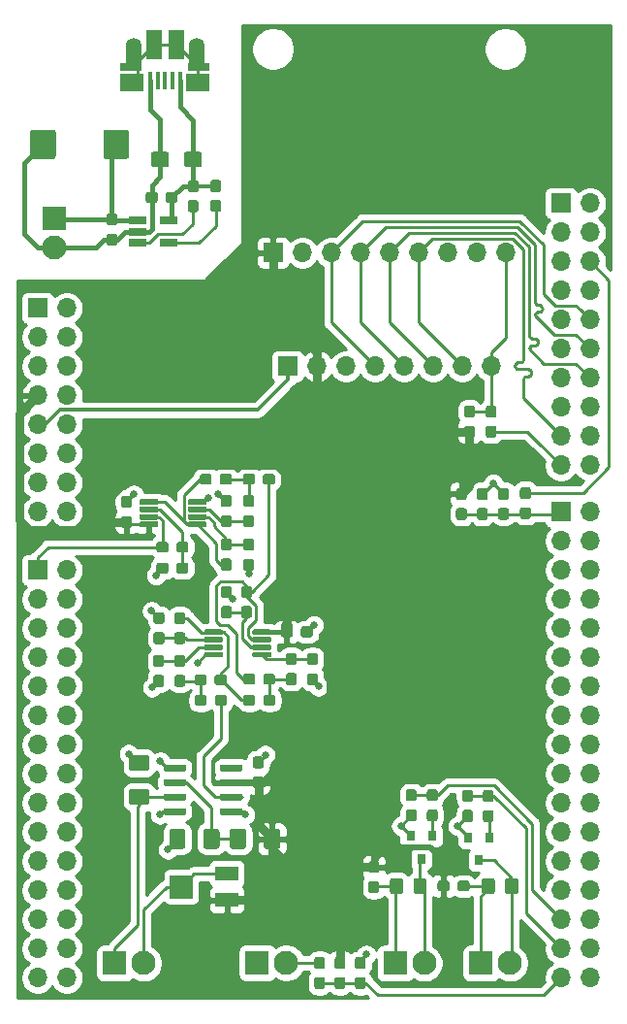
<source format=gtl>
G04 #@! TF.GenerationSoftware,KiCad,Pcbnew,(5.1.5-0)*
G04 #@! TF.CreationDate,2021-03-30T12:59:59-03:00*
G04 #@! TF.ProjectId,pwjsignal,70776a73-6967-46e6-916c-2e6b69636164,rev?*
G04 #@! TF.SameCoordinates,Original*
G04 #@! TF.FileFunction,Copper,L1,Top*
G04 #@! TF.FilePolarity,Positive*
%FSLAX46Y46*%
G04 Gerber Fmt 4.6, Leading zero omitted, Abs format (unit mm)*
G04 Created by KiCad (PCBNEW (5.1.5-0)) date 2021-03-30 12:59:59*
%MOMM*%
%LPD*%
G04 APERTURE LIST*
%ADD10O,1.700000X1.700000*%
%ADD11R,1.700000X1.700000*%
%ADD12C,2.100000*%
%ADD13R,2.100000X2.100000*%
%ADD14C,0.152400*%
%ADD15R,1.350000X2.000000*%
%ADD16R,1.825000X0.700000*%
%ADD17R,2.000000X1.500000*%
%ADD18R,0.400000X1.650000*%
%ADD19O,1.100000X1.500000*%
%ADD20O,1.350000X1.700000*%
%ADD21R,1.430000X2.500000*%
%ADD22R,0.800000X0.900000*%
%ADD23R,2.000000X1.300000*%
%ADD24R,2.000000X2.000000*%
%ADD25R,1.560000X0.650000*%
%ADD26C,0.635000*%
%ADD27C,0.254000*%
%ADD28C,0.400000*%
%ADD29C,0.300000*%
%ADD30C,0.762000*%
%ADD31C,0.500000*%
%ADD32C,1.000000*%
%ADD33C,0.330000*%
G04 APERTURE END LIST*
D10*
X161544000Y-71120000D03*
X159004000Y-71120000D03*
X164084000Y-71120000D03*
X153924000Y-71120000D03*
X169164000Y-71120000D03*
X156464000Y-71120000D03*
D11*
X151384000Y-71120000D03*
D10*
X166624000Y-71120000D03*
D12*
X151257000Y-123164600D03*
D13*
X148717000Y-123164600D03*
D12*
X163322000Y-123190000D03*
D13*
X160782000Y-123190000D03*
G04 #@! TA.AperFunction,SMDPad,CuDef*
D14*
G36*
X150055179Y-80501344D02*
G01*
X150078234Y-80504763D01*
X150100843Y-80510427D01*
X150122787Y-80518279D01*
X150143857Y-80528244D01*
X150163848Y-80540226D01*
X150182568Y-80554110D01*
X150199838Y-80569762D01*
X150215490Y-80587032D01*
X150229374Y-80605752D01*
X150241356Y-80625743D01*
X150251321Y-80646813D01*
X150259173Y-80668757D01*
X150264837Y-80691366D01*
X150268256Y-80714421D01*
X150269400Y-80737700D01*
X150269400Y-81212700D01*
X150268256Y-81235979D01*
X150264837Y-81259034D01*
X150259173Y-81281643D01*
X150251321Y-81303587D01*
X150241356Y-81324657D01*
X150229374Y-81344648D01*
X150215490Y-81363368D01*
X150199838Y-81380638D01*
X150182568Y-81396290D01*
X150163848Y-81410174D01*
X150143857Y-81422156D01*
X150122787Y-81432121D01*
X150100843Y-81439973D01*
X150078234Y-81445637D01*
X150055179Y-81449056D01*
X150031900Y-81450200D01*
X149456900Y-81450200D01*
X149433621Y-81449056D01*
X149410566Y-81445637D01*
X149387957Y-81439973D01*
X149366013Y-81432121D01*
X149344943Y-81422156D01*
X149324952Y-81410174D01*
X149306232Y-81396290D01*
X149288962Y-81380638D01*
X149273310Y-81363368D01*
X149259426Y-81344648D01*
X149247444Y-81324657D01*
X149237479Y-81303587D01*
X149229627Y-81281643D01*
X149223963Y-81259034D01*
X149220544Y-81235979D01*
X149219400Y-81212700D01*
X149219400Y-80737700D01*
X149220544Y-80714421D01*
X149223963Y-80691366D01*
X149229627Y-80668757D01*
X149237479Y-80646813D01*
X149247444Y-80625743D01*
X149259426Y-80605752D01*
X149273310Y-80587032D01*
X149288962Y-80569762D01*
X149306232Y-80554110D01*
X149324952Y-80540226D01*
X149344943Y-80528244D01*
X149366013Y-80518279D01*
X149387957Y-80510427D01*
X149410566Y-80504763D01*
X149433621Y-80501344D01*
X149456900Y-80500200D01*
X150031900Y-80500200D01*
X150055179Y-80501344D01*
G37*
G04 #@! TD.AperFunction*
G04 #@! TA.AperFunction,SMDPad,CuDef*
G36*
X148305179Y-80501344D02*
G01*
X148328234Y-80504763D01*
X148350843Y-80510427D01*
X148372787Y-80518279D01*
X148393857Y-80528244D01*
X148413848Y-80540226D01*
X148432568Y-80554110D01*
X148449838Y-80569762D01*
X148465490Y-80587032D01*
X148479374Y-80605752D01*
X148491356Y-80625743D01*
X148501321Y-80646813D01*
X148509173Y-80668757D01*
X148514837Y-80691366D01*
X148518256Y-80714421D01*
X148519400Y-80737700D01*
X148519400Y-81212700D01*
X148518256Y-81235979D01*
X148514837Y-81259034D01*
X148509173Y-81281643D01*
X148501321Y-81303587D01*
X148491356Y-81324657D01*
X148479374Y-81344648D01*
X148465490Y-81363368D01*
X148449838Y-81380638D01*
X148432568Y-81396290D01*
X148413848Y-81410174D01*
X148393857Y-81422156D01*
X148372787Y-81432121D01*
X148350843Y-81439973D01*
X148328234Y-81445637D01*
X148305179Y-81449056D01*
X148281900Y-81450200D01*
X147706900Y-81450200D01*
X147683621Y-81449056D01*
X147660566Y-81445637D01*
X147637957Y-81439973D01*
X147616013Y-81432121D01*
X147594943Y-81422156D01*
X147574952Y-81410174D01*
X147556232Y-81396290D01*
X147538962Y-81380638D01*
X147523310Y-81363368D01*
X147509426Y-81344648D01*
X147497444Y-81324657D01*
X147487479Y-81303587D01*
X147479627Y-81281643D01*
X147473963Y-81259034D01*
X147470544Y-81235979D01*
X147469400Y-81212700D01*
X147469400Y-80737700D01*
X147470544Y-80714421D01*
X147473963Y-80691366D01*
X147479627Y-80668757D01*
X147487479Y-80646813D01*
X147497444Y-80625743D01*
X147509426Y-80605752D01*
X147523310Y-80587032D01*
X147538962Y-80569762D01*
X147556232Y-80554110D01*
X147574952Y-80540226D01*
X147594943Y-80528244D01*
X147616013Y-80518279D01*
X147637957Y-80510427D01*
X147660566Y-80504763D01*
X147683621Y-80501344D01*
X147706900Y-80500200D01*
X148281900Y-80500200D01*
X148305179Y-80501344D01*
G37*
G04 #@! TD.AperFunction*
G04 #@! TA.AperFunction,SMDPad,CuDef*
G36*
X140749979Y-86419544D02*
G01*
X140773034Y-86422963D01*
X140795643Y-86428627D01*
X140817587Y-86436479D01*
X140838657Y-86446444D01*
X140858648Y-86458426D01*
X140877368Y-86472310D01*
X140894638Y-86487962D01*
X140910290Y-86505232D01*
X140924174Y-86523952D01*
X140936156Y-86543943D01*
X140946121Y-86565013D01*
X140953973Y-86586957D01*
X140959637Y-86609566D01*
X140963056Y-86632621D01*
X140964200Y-86655900D01*
X140964200Y-87130900D01*
X140963056Y-87154179D01*
X140959637Y-87177234D01*
X140953973Y-87199843D01*
X140946121Y-87221787D01*
X140936156Y-87242857D01*
X140924174Y-87262848D01*
X140910290Y-87281568D01*
X140894638Y-87298838D01*
X140877368Y-87314490D01*
X140858648Y-87328374D01*
X140838657Y-87340356D01*
X140817587Y-87350321D01*
X140795643Y-87358173D01*
X140773034Y-87363837D01*
X140749979Y-87367256D01*
X140726700Y-87368400D01*
X140151700Y-87368400D01*
X140128421Y-87367256D01*
X140105366Y-87363837D01*
X140082757Y-87358173D01*
X140060813Y-87350321D01*
X140039743Y-87340356D01*
X140019752Y-87328374D01*
X140001032Y-87314490D01*
X139983762Y-87298838D01*
X139968110Y-87281568D01*
X139954226Y-87262848D01*
X139942244Y-87242857D01*
X139932279Y-87221787D01*
X139924427Y-87199843D01*
X139918763Y-87177234D01*
X139915344Y-87154179D01*
X139914200Y-87130900D01*
X139914200Y-86655900D01*
X139915344Y-86632621D01*
X139918763Y-86609566D01*
X139924427Y-86586957D01*
X139932279Y-86565013D01*
X139942244Y-86543943D01*
X139954226Y-86523952D01*
X139968110Y-86505232D01*
X139983762Y-86487962D01*
X140001032Y-86472310D01*
X140019752Y-86458426D01*
X140039743Y-86446444D01*
X140060813Y-86436479D01*
X140082757Y-86428627D01*
X140105366Y-86422963D01*
X140128421Y-86419544D01*
X140151700Y-86418400D01*
X140726700Y-86418400D01*
X140749979Y-86419544D01*
G37*
G04 #@! TD.AperFunction*
G04 #@! TA.AperFunction,SMDPad,CuDef*
G36*
X142499979Y-86419544D02*
G01*
X142523034Y-86422963D01*
X142545643Y-86428627D01*
X142567587Y-86436479D01*
X142588657Y-86446444D01*
X142608648Y-86458426D01*
X142627368Y-86472310D01*
X142644638Y-86487962D01*
X142660290Y-86505232D01*
X142674174Y-86523952D01*
X142686156Y-86543943D01*
X142696121Y-86565013D01*
X142703973Y-86586957D01*
X142709637Y-86609566D01*
X142713056Y-86632621D01*
X142714200Y-86655900D01*
X142714200Y-87130900D01*
X142713056Y-87154179D01*
X142709637Y-87177234D01*
X142703973Y-87199843D01*
X142696121Y-87221787D01*
X142686156Y-87242857D01*
X142674174Y-87262848D01*
X142660290Y-87281568D01*
X142644638Y-87298838D01*
X142627368Y-87314490D01*
X142608648Y-87328374D01*
X142588657Y-87340356D01*
X142567587Y-87350321D01*
X142545643Y-87358173D01*
X142523034Y-87363837D01*
X142499979Y-87367256D01*
X142476700Y-87368400D01*
X141901700Y-87368400D01*
X141878421Y-87367256D01*
X141855366Y-87363837D01*
X141832757Y-87358173D01*
X141810813Y-87350321D01*
X141789743Y-87340356D01*
X141769752Y-87328374D01*
X141751032Y-87314490D01*
X141733762Y-87298838D01*
X141718110Y-87281568D01*
X141704226Y-87262848D01*
X141692244Y-87242857D01*
X141682279Y-87221787D01*
X141674427Y-87199843D01*
X141668763Y-87177234D01*
X141665344Y-87154179D01*
X141664200Y-87130900D01*
X141664200Y-86655900D01*
X141665344Y-86632621D01*
X141668763Y-86609566D01*
X141674427Y-86586957D01*
X141682279Y-86565013D01*
X141692244Y-86543943D01*
X141704226Y-86523952D01*
X141718110Y-86505232D01*
X141733762Y-86487962D01*
X141751032Y-86472310D01*
X141769752Y-86458426D01*
X141789743Y-86446444D01*
X141810813Y-86436479D01*
X141832757Y-86428627D01*
X141855366Y-86422963D01*
X141878421Y-86419544D01*
X141901700Y-86418400D01*
X142476700Y-86418400D01*
X142499979Y-86419544D01*
G37*
G04 #@! TD.AperFunction*
G04 #@! TA.AperFunction,SMDPad,CuDef*
G36*
X144188652Y-84659902D02*
G01*
X144200786Y-84661702D01*
X144212686Y-84664682D01*
X144224235Y-84668815D01*
X144235325Y-84674060D01*
X144245846Y-84680366D01*
X144255699Y-84687674D01*
X144264788Y-84695912D01*
X144273026Y-84705001D01*
X144280334Y-84714854D01*
X144286640Y-84725375D01*
X144291885Y-84736465D01*
X144296018Y-84748014D01*
X144298998Y-84759914D01*
X144300798Y-84772048D01*
X144301400Y-84784300D01*
X144301400Y-85034300D01*
X144300798Y-85046552D01*
X144298998Y-85058686D01*
X144296018Y-85070586D01*
X144291885Y-85082135D01*
X144286640Y-85093225D01*
X144280334Y-85103746D01*
X144273026Y-85113599D01*
X144264788Y-85122688D01*
X144255699Y-85130926D01*
X144245846Y-85138234D01*
X144235325Y-85144540D01*
X144224235Y-85149785D01*
X144212686Y-85153918D01*
X144200786Y-85156898D01*
X144188652Y-85158698D01*
X144176400Y-85159300D01*
X142801400Y-85159300D01*
X142789148Y-85158698D01*
X142777014Y-85156898D01*
X142765114Y-85153918D01*
X142753565Y-85149785D01*
X142742475Y-85144540D01*
X142731954Y-85138234D01*
X142722101Y-85130926D01*
X142713012Y-85122688D01*
X142704774Y-85113599D01*
X142697466Y-85103746D01*
X142691160Y-85093225D01*
X142685915Y-85082135D01*
X142681782Y-85070586D01*
X142678802Y-85058686D01*
X142677002Y-85046552D01*
X142676400Y-85034300D01*
X142676400Y-84784300D01*
X142677002Y-84772048D01*
X142678802Y-84759914D01*
X142681782Y-84748014D01*
X142685915Y-84736465D01*
X142691160Y-84725375D01*
X142697466Y-84714854D01*
X142704774Y-84705001D01*
X142713012Y-84695912D01*
X142722101Y-84687674D01*
X142731954Y-84680366D01*
X142742475Y-84674060D01*
X142753565Y-84668815D01*
X142765114Y-84664682D01*
X142777014Y-84661702D01*
X142789148Y-84659902D01*
X142801400Y-84659300D01*
X144176400Y-84659300D01*
X144188652Y-84659902D01*
G37*
G04 #@! TD.AperFunction*
G04 #@! TA.AperFunction,SMDPad,CuDef*
G36*
X144188652Y-84009902D02*
G01*
X144200786Y-84011702D01*
X144212686Y-84014682D01*
X144224235Y-84018815D01*
X144235325Y-84024060D01*
X144245846Y-84030366D01*
X144255699Y-84037674D01*
X144264788Y-84045912D01*
X144273026Y-84055001D01*
X144280334Y-84064854D01*
X144286640Y-84075375D01*
X144291885Y-84086465D01*
X144296018Y-84098014D01*
X144298998Y-84109914D01*
X144300798Y-84122048D01*
X144301400Y-84134300D01*
X144301400Y-84384300D01*
X144300798Y-84396552D01*
X144298998Y-84408686D01*
X144296018Y-84420586D01*
X144291885Y-84432135D01*
X144286640Y-84443225D01*
X144280334Y-84453746D01*
X144273026Y-84463599D01*
X144264788Y-84472688D01*
X144255699Y-84480926D01*
X144245846Y-84488234D01*
X144235325Y-84494540D01*
X144224235Y-84499785D01*
X144212686Y-84503918D01*
X144200786Y-84506898D01*
X144188652Y-84508698D01*
X144176400Y-84509300D01*
X142801400Y-84509300D01*
X142789148Y-84508698D01*
X142777014Y-84506898D01*
X142765114Y-84503918D01*
X142753565Y-84499785D01*
X142742475Y-84494540D01*
X142731954Y-84488234D01*
X142722101Y-84480926D01*
X142713012Y-84472688D01*
X142704774Y-84463599D01*
X142697466Y-84453746D01*
X142691160Y-84443225D01*
X142685915Y-84432135D01*
X142681782Y-84420586D01*
X142678802Y-84408686D01*
X142677002Y-84396552D01*
X142676400Y-84384300D01*
X142676400Y-84134300D01*
X142677002Y-84122048D01*
X142678802Y-84109914D01*
X142681782Y-84098014D01*
X142685915Y-84086465D01*
X142691160Y-84075375D01*
X142697466Y-84064854D01*
X142704774Y-84055001D01*
X142713012Y-84045912D01*
X142722101Y-84037674D01*
X142731954Y-84030366D01*
X142742475Y-84024060D01*
X142753565Y-84018815D01*
X142765114Y-84014682D01*
X142777014Y-84011702D01*
X142789148Y-84009902D01*
X142801400Y-84009300D01*
X144176400Y-84009300D01*
X144188652Y-84009902D01*
G37*
G04 #@! TD.AperFunction*
G04 #@! TA.AperFunction,SMDPad,CuDef*
G36*
X144188652Y-83359902D02*
G01*
X144200786Y-83361702D01*
X144212686Y-83364682D01*
X144224235Y-83368815D01*
X144235325Y-83374060D01*
X144245846Y-83380366D01*
X144255699Y-83387674D01*
X144264788Y-83395912D01*
X144273026Y-83405001D01*
X144280334Y-83414854D01*
X144286640Y-83425375D01*
X144291885Y-83436465D01*
X144296018Y-83448014D01*
X144298998Y-83459914D01*
X144300798Y-83472048D01*
X144301400Y-83484300D01*
X144301400Y-83734300D01*
X144300798Y-83746552D01*
X144298998Y-83758686D01*
X144296018Y-83770586D01*
X144291885Y-83782135D01*
X144286640Y-83793225D01*
X144280334Y-83803746D01*
X144273026Y-83813599D01*
X144264788Y-83822688D01*
X144255699Y-83830926D01*
X144245846Y-83838234D01*
X144235325Y-83844540D01*
X144224235Y-83849785D01*
X144212686Y-83853918D01*
X144200786Y-83856898D01*
X144188652Y-83858698D01*
X144176400Y-83859300D01*
X142801400Y-83859300D01*
X142789148Y-83858698D01*
X142777014Y-83856898D01*
X142765114Y-83853918D01*
X142753565Y-83849785D01*
X142742475Y-83844540D01*
X142731954Y-83838234D01*
X142722101Y-83830926D01*
X142713012Y-83822688D01*
X142704774Y-83813599D01*
X142697466Y-83803746D01*
X142691160Y-83793225D01*
X142685915Y-83782135D01*
X142681782Y-83770586D01*
X142678802Y-83758686D01*
X142677002Y-83746552D01*
X142676400Y-83734300D01*
X142676400Y-83484300D01*
X142677002Y-83472048D01*
X142678802Y-83459914D01*
X142681782Y-83448014D01*
X142685915Y-83436465D01*
X142691160Y-83425375D01*
X142697466Y-83414854D01*
X142704774Y-83405001D01*
X142713012Y-83395912D01*
X142722101Y-83387674D01*
X142731954Y-83380366D01*
X142742475Y-83374060D01*
X142753565Y-83368815D01*
X142765114Y-83364682D01*
X142777014Y-83361702D01*
X142789148Y-83359902D01*
X142801400Y-83359300D01*
X144176400Y-83359300D01*
X144188652Y-83359902D01*
G37*
G04 #@! TD.AperFunction*
G04 #@! TA.AperFunction,SMDPad,CuDef*
G36*
X144188652Y-82709902D02*
G01*
X144200786Y-82711702D01*
X144212686Y-82714682D01*
X144224235Y-82718815D01*
X144235325Y-82724060D01*
X144245846Y-82730366D01*
X144255699Y-82737674D01*
X144264788Y-82745912D01*
X144273026Y-82755001D01*
X144280334Y-82764854D01*
X144286640Y-82775375D01*
X144291885Y-82786465D01*
X144296018Y-82798014D01*
X144298998Y-82809914D01*
X144300798Y-82822048D01*
X144301400Y-82834300D01*
X144301400Y-83084300D01*
X144300798Y-83096552D01*
X144298998Y-83108686D01*
X144296018Y-83120586D01*
X144291885Y-83132135D01*
X144286640Y-83143225D01*
X144280334Y-83153746D01*
X144273026Y-83163599D01*
X144264788Y-83172688D01*
X144255699Y-83180926D01*
X144245846Y-83188234D01*
X144235325Y-83194540D01*
X144224235Y-83199785D01*
X144212686Y-83203918D01*
X144200786Y-83206898D01*
X144188652Y-83208698D01*
X144176400Y-83209300D01*
X142801400Y-83209300D01*
X142789148Y-83208698D01*
X142777014Y-83206898D01*
X142765114Y-83203918D01*
X142753565Y-83199785D01*
X142742475Y-83194540D01*
X142731954Y-83188234D01*
X142722101Y-83180926D01*
X142713012Y-83172688D01*
X142704774Y-83163599D01*
X142697466Y-83153746D01*
X142691160Y-83143225D01*
X142685915Y-83132135D01*
X142681782Y-83120586D01*
X142678802Y-83108686D01*
X142677002Y-83096552D01*
X142676400Y-83084300D01*
X142676400Y-82834300D01*
X142677002Y-82822048D01*
X142678802Y-82809914D01*
X142681782Y-82798014D01*
X142685915Y-82786465D01*
X142691160Y-82775375D01*
X142697466Y-82764854D01*
X142704774Y-82755001D01*
X142713012Y-82745912D01*
X142722101Y-82737674D01*
X142731954Y-82730366D01*
X142742475Y-82724060D01*
X142753565Y-82718815D01*
X142765114Y-82714682D01*
X142777014Y-82711702D01*
X142789148Y-82709902D01*
X142801400Y-82709300D01*
X144176400Y-82709300D01*
X144188652Y-82709902D01*
G37*
G04 #@! TD.AperFunction*
G04 #@! TA.AperFunction,SMDPad,CuDef*
G36*
X139963652Y-82709902D02*
G01*
X139975786Y-82711702D01*
X139987686Y-82714682D01*
X139999235Y-82718815D01*
X140010325Y-82724060D01*
X140020846Y-82730366D01*
X140030699Y-82737674D01*
X140039788Y-82745912D01*
X140048026Y-82755001D01*
X140055334Y-82764854D01*
X140061640Y-82775375D01*
X140066885Y-82786465D01*
X140071018Y-82798014D01*
X140073998Y-82809914D01*
X140075798Y-82822048D01*
X140076400Y-82834300D01*
X140076400Y-83084300D01*
X140075798Y-83096552D01*
X140073998Y-83108686D01*
X140071018Y-83120586D01*
X140066885Y-83132135D01*
X140061640Y-83143225D01*
X140055334Y-83153746D01*
X140048026Y-83163599D01*
X140039788Y-83172688D01*
X140030699Y-83180926D01*
X140020846Y-83188234D01*
X140010325Y-83194540D01*
X139999235Y-83199785D01*
X139987686Y-83203918D01*
X139975786Y-83206898D01*
X139963652Y-83208698D01*
X139951400Y-83209300D01*
X138576400Y-83209300D01*
X138564148Y-83208698D01*
X138552014Y-83206898D01*
X138540114Y-83203918D01*
X138528565Y-83199785D01*
X138517475Y-83194540D01*
X138506954Y-83188234D01*
X138497101Y-83180926D01*
X138488012Y-83172688D01*
X138479774Y-83163599D01*
X138472466Y-83153746D01*
X138466160Y-83143225D01*
X138460915Y-83132135D01*
X138456782Y-83120586D01*
X138453802Y-83108686D01*
X138452002Y-83096552D01*
X138451400Y-83084300D01*
X138451400Y-82834300D01*
X138452002Y-82822048D01*
X138453802Y-82809914D01*
X138456782Y-82798014D01*
X138460915Y-82786465D01*
X138466160Y-82775375D01*
X138472466Y-82764854D01*
X138479774Y-82755001D01*
X138488012Y-82745912D01*
X138497101Y-82737674D01*
X138506954Y-82730366D01*
X138517475Y-82724060D01*
X138528565Y-82718815D01*
X138540114Y-82714682D01*
X138552014Y-82711702D01*
X138564148Y-82709902D01*
X138576400Y-82709300D01*
X139951400Y-82709300D01*
X139963652Y-82709902D01*
G37*
G04 #@! TD.AperFunction*
G04 #@! TA.AperFunction,SMDPad,CuDef*
G36*
X139963652Y-83359902D02*
G01*
X139975786Y-83361702D01*
X139987686Y-83364682D01*
X139999235Y-83368815D01*
X140010325Y-83374060D01*
X140020846Y-83380366D01*
X140030699Y-83387674D01*
X140039788Y-83395912D01*
X140048026Y-83405001D01*
X140055334Y-83414854D01*
X140061640Y-83425375D01*
X140066885Y-83436465D01*
X140071018Y-83448014D01*
X140073998Y-83459914D01*
X140075798Y-83472048D01*
X140076400Y-83484300D01*
X140076400Y-83734300D01*
X140075798Y-83746552D01*
X140073998Y-83758686D01*
X140071018Y-83770586D01*
X140066885Y-83782135D01*
X140061640Y-83793225D01*
X140055334Y-83803746D01*
X140048026Y-83813599D01*
X140039788Y-83822688D01*
X140030699Y-83830926D01*
X140020846Y-83838234D01*
X140010325Y-83844540D01*
X139999235Y-83849785D01*
X139987686Y-83853918D01*
X139975786Y-83856898D01*
X139963652Y-83858698D01*
X139951400Y-83859300D01*
X138576400Y-83859300D01*
X138564148Y-83858698D01*
X138552014Y-83856898D01*
X138540114Y-83853918D01*
X138528565Y-83849785D01*
X138517475Y-83844540D01*
X138506954Y-83838234D01*
X138497101Y-83830926D01*
X138488012Y-83822688D01*
X138479774Y-83813599D01*
X138472466Y-83803746D01*
X138466160Y-83793225D01*
X138460915Y-83782135D01*
X138456782Y-83770586D01*
X138453802Y-83758686D01*
X138452002Y-83746552D01*
X138451400Y-83734300D01*
X138451400Y-83484300D01*
X138452002Y-83472048D01*
X138453802Y-83459914D01*
X138456782Y-83448014D01*
X138460915Y-83436465D01*
X138466160Y-83425375D01*
X138472466Y-83414854D01*
X138479774Y-83405001D01*
X138488012Y-83395912D01*
X138497101Y-83387674D01*
X138506954Y-83380366D01*
X138517475Y-83374060D01*
X138528565Y-83368815D01*
X138540114Y-83364682D01*
X138552014Y-83361702D01*
X138564148Y-83359902D01*
X138576400Y-83359300D01*
X139951400Y-83359300D01*
X139963652Y-83359902D01*
G37*
G04 #@! TD.AperFunction*
G04 #@! TA.AperFunction,SMDPad,CuDef*
G36*
X139963652Y-84009902D02*
G01*
X139975786Y-84011702D01*
X139987686Y-84014682D01*
X139999235Y-84018815D01*
X140010325Y-84024060D01*
X140020846Y-84030366D01*
X140030699Y-84037674D01*
X140039788Y-84045912D01*
X140048026Y-84055001D01*
X140055334Y-84064854D01*
X140061640Y-84075375D01*
X140066885Y-84086465D01*
X140071018Y-84098014D01*
X140073998Y-84109914D01*
X140075798Y-84122048D01*
X140076400Y-84134300D01*
X140076400Y-84384300D01*
X140075798Y-84396552D01*
X140073998Y-84408686D01*
X140071018Y-84420586D01*
X140066885Y-84432135D01*
X140061640Y-84443225D01*
X140055334Y-84453746D01*
X140048026Y-84463599D01*
X140039788Y-84472688D01*
X140030699Y-84480926D01*
X140020846Y-84488234D01*
X140010325Y-84494540D01*
X139999235Y-84499785D01*
X139987686Y-84503918D01*
X139975786Y-84506898D01*
X139963652Y-84508698D01*
X139951400Y-84509300D01*
X138576400Y-84509300D01*
X138564148Y-84508698D01*
X138552014Y-84506898D01*
X138540114Y-84503918D01*
X138528565Y-84499785D01*
X138517475Y-84494540D01*
X138506954Y-84488234D01*
X138497101Y-84480926D01*
X138488012Y-84472688D01*
X138479774Y-84463599D01*
X138472466Y-84453746D01*
X138466160Y-84443225D01*
X138460915Y-84432135D01*
X138456782Y-84420586D01*
X138453802Y-84408686D01*
X138452002Y-84396552D01*
X138451400Y-84384300D01*
X138451400Y-84134300D01*
X138452002Y-84122048D01*
X138453802Y-84109914D01*
X138456782Y-84098014D01*
X138460915Y-84086465D01*
X138466160Y-84075375D01*
X138472466Y-84064854D01*
X138479774Y-84055001D01*
X138488012Y-84045912D01*
X138497101Y-84037674D01*
X138506954Y-84030366D01*
X138517475Y-84024060D01*
X138528565Y-84018815D01*
X138540114Y-84014682D01*
X138552014Y-84011702D01*
X138564148Y-84009902D01*
X138576400Y-84009300D01*
X139951400Y-84009300D01*
X139963652Y-84009902D01*
G37*
G04 #@! TD.AperFunction*
G04 #@! TA.AperFunction,SMDPad,CuDef*
G36*
X139963652Y-84659902D02*
G01*
X139975786Y-84661702D01*
X139987686Y-84664682D01*
X139999235Y-84668815D01*
X140010325Y-84674060D01*
X140020846Y-84680366D01*
X140030699Y-84687674D01*
X140039788Y-84695912D01*
X140048026Y-84705001D01*
X140055334Y-84714854D01*
X140061640Y-84725375D01*
X140066885Y-84736465D01*
X140071018Y-84748014D01*
X140073998Y-84759914D01*
X140075798Y-84772048D01*
X140076400Y-84784300D01*
X140076400Y-85034300D01*
X140075798Y-85046552D01*
X140073998Y-85058686D01*
X140071018Y-85070586D01*
X140066885Y-85082135D01*
X140061640Y-85093225D01*
X140055334Y-85103746D01*
X140048026Y-85113599D01*
X140039788Y-85122688D01*
X140030699Y-85130926D01*
X140020846Y-85138234D01*
X140010325Y-85144540D01*
X139999235Y-85149785D01*
X139987686Y-85153918D01*
X139975786Y-85156898D01*
X139963652Y-85158698D01*
X139951400Y-85159300D01*
X138576400Y-85159300D01*
X138564148Y-85158698D01*
X138552014Y-85156898D01*
X138540114Y-85153918D01*
X138528565Y-85149785D01*
X138517475Y-85144540D01*
X138506954Y-85138234D01*
X138497101Y-85130926D01*
X138488012Y-85122688D01*
X138479774Y-85113599D01*
X138472466Y-85103746D01*
X138466160Y-85093225D01*
X138460915Y-85082135D01*
X138456782Y-85070586D01*
X138453802Y-85058686D01*
X138452002Y-85046552D01*
X138451400Y-85034300D01*
X138451400Y-84784300D01*
X138452002Y-84772048D01*
X138453802Y-84759914D01*
X138456782Y-84748014D01*
X138460915Y-84736465D01*
X138466160Y-84725375D01*
X138472466Y-84714854D01*
X138479774Y-84705001D01*
X138488012Y-84695912D01*
X138497101Y-84687674D01*
X138506954Y-84680366D01*
X138517475Y-84674060D01*
X138528565Y-84668815D01*
X138540114Y-84664682D01*
X138552014Y-84661702D01*
X138564148Y-84659902D01*
X138576400Y-84659300D01*
X139951400Y-84659300D01*
X139963652Y-84659902D01*
G37*
G04 #@! TD.AperFunction*
G04 #@! TA.AperFunction,SMDPad,CuDef*
G36*
X140749979Y-88248344D02*
G01*
X140773034Y-88251763D01*
X140795643Y-88257427D01*
X140817587Y-88265279D01*
X140838657Y-88275244D01*
X140858648Y-88287226D01*
X140877368Y-88301110D01*
X140894638Y-88316762D01*
X140910290Y-88334032D01*
X140924174Y-88352752D01*
X140936156Y-88372743D01*
X140946121Y-88393813D01*
X140953973Y-88415757D01*
X140959637Y-88438366D01*
X140963056Y-88461421D01*
X140964200Y-88484700D01*
X140964200Y-88959700D01*
X140963056Y-88982979D01*
X140959637Y-89006034D01*
X140953973Y-89028643D01*
X140946121Y-89050587D01*
X140936156Y-89071657D01*
X140924174Y-89091648D01*
X140910290Y-89110368D01*
X140894638Y-89127638D01*
X140877368Y-89143290D01*
X140858648Y-89157174D01*
X140838657Y-89169156D01*
X140817587Y-89179121D01*
X140795643Y-89186973D01*
X140773034Y-89192637D01*
X140749979Y-89196056D01*
X140726700Y-89197200D01*
X140151700Y-89197200D01*
X140128421Y-89196056D01*
X140105366Y-89192637D01*
X140082757Y-89186973D01*
X140060813Y-89179121D01*
X140039743Y-89169156D01*
X140019752Y-89157174D01*
X140001032Y-89143290D01*
X139983762Y-89127638D01*
X139968110Y-89110368D01*
X139954226Y-89091648D01*
X139942244Y-89071657D01*
X139932279Y-89050587D01*
X139924427Y-89028643D01*
X139918763Y-89006034D01*
X139915344Y-88982979D01*
X139914200Y-88959700D01*
X139914200Y-88484700D01*
X139915344Y-88461421D01*
X139918763Y-88438366D01*
X139924427Y-88415757D01*
X139932279Y-88393813D01*
X139942244Y-88372743D01*
X139954226Y-88352752D01*
X139968110Y-88334032D01*
X139983762Y-88316762D01*
X140001032Y-88301110D01*
X140019752Y-88287226D01*
X140039743Y-88275244D01*
X140060813Y-88265279D01*
X140082757Y-88257427D01*
X140105366Y-88251763D01*
X140128421Y-88248344D01*
X140151700Y-88247200D01*
X140726700Y-88247200D01*
X140749979Y-88248344D01*
G37*
G04 #@! TD.AperFunction*
G04 #@! TA.AperFunction,SMDPad,CuDef*
G36*
X142499979Y-88248344D02*
G01*
X142523034Y-88251763D01*
X142545643Y-88257427D01*
X142567587Y-88265279D01*
X142588657Y-88275244D01*
X142608648Y-88287226D01*
X142627368Y-88301110D01*
X142644638Y-88316762D01*
X142660290Y-88334032D01*
X142674174Y-88352752D01*
X142686156Y-88372743D01*
X142696121Y-88393813D01*
X142703973Y-88415757D01*
X142709637Y-88438366D01*
X142713056Y-88461421D01*
X142714200Y-88484700D01*
X142714200Y-88959700D01*
X142713056Y-88982979D01*
X142709637Y-89006034D01*
X142703973Y-89028643D01*
X142696121Y-89050587D01*
X142686156Y-89071657D01*
X142674174Y-89091648D01*
X142660290Y-89110368D01*
X142644638Y-89127638D01*
X142627368Y-89143290D01*
X142608648Y-89157174D01*
X142588657Y-89169156D01*
X142567587Y-89179121D01*
X142545643Y-89186973D01*
X142523034Y-89192637D01*
X142499979Y-89196056D01*
X142476700Y-89197200D01*
X141901700Y-89197200D01*
X141878421Y-89196056D01*
X141855366Y-89192637D01*
X141832757Y-89186973D01*
X141810813Y-89179121D01*
X141789743Y-89169156D01*
X141769752Y-89157174D01*
X141751032Y-89143290D01*
X141733762Y-89127638D01*
X141718110Y-89110368D01*
X141704226Y-89091648D01*
X141692244Y-89071657D01*
X141682279Y-89050587D01*
X141674427Y-89028643D01*
X141668763Y-89006034D01*
X141665344Y-88982979D01*
X141664200Y-88959700D01*
X141664200Y-88484700D01*
X141665344Y-88461421D01*
X141668763Y-88438366D01*
X141674427Y-88415757D01*
X141682279Y-88393813D01*
X141692244Y-88372743D01*
X141704226Y-88352752D01*
X141718110Y-88334032D01*
X141733762Y-88316762D01*
X141751032Y-88301110D01*
X141769752Y-88287226D01*
X141789743Y-88275244D01*
X141810813Y-88265279D01*
X141832757Y-88257427D01*
X141855366Y-88251763D01*
X141878421Y-88248344D01*
X141901700Y-88247200D01*
X142476700Y-88247200D01*
X142499979Y-88248344D01*
G37*
G04 #@! TD.AperFunction*
G04 #@! TA.AperFunction,SMDPad,CuDef*
G36*
X148241179Y-84094944D02*
G01*
X148264234Y-84098363D01*
X148286843Y-84104027D01*
X148308787Y-84111879D01*
X148329857Y-84121844D01*
X148349848Y-84133826D01*
X148368568Y-84147710D01*
X148385838Y-84163362D01*
X148401490Y-84180632D01*
X148415374Y-84199352D01*
X148427356Y-84219343D01*
X148437321Y-84240413D01*
X148445173Y-84262357D01*
X148450837Y-84284966D01*
X148454256Y-84308021D01*
X148455400Y-84331300D01*
X148455400Y-84906300D01*
X148454256Y-84929579D01*
X148450837Y-84952634D01*
X148445173Y-84975243D01*
X148437321Y-84997187D01*
X148427356Y-85018257D01*
X148415374Y-85038248D01*
X148401490Y-85056968D01*
X148385838Y-85074238D01*
X148368568Y-85089890D01*
X148349848Y-85103774D01*
X148329857Y-85115756D01*
X148308787Y-85125721D01*
X148286843Y-85133573D01*
X148264234Y-85139237D01*
X148241179Y-85142656D01*
X148217900Y-85143800D01*
X147742900Y-85143800D01*
X147719621Y-85142656D01*
X147696566Y-85139237D01*
X147673957Y-85133573D01*
X147652013Y-85125721D01*
X147630943Y-85115756D01*
X147610952Y-85103774D01*
X147592232Y-85089890D01*
X147574962Y-85074238D01*
X147559310Y-85056968D01*
X147545426Y-85038248D01*
X147533444Y-85018257D01*
X147523479Y-84997187D01*
X147515627Y-84975243D01*
X147509963Y-84952634D01*
X147506544Y-84929579D01*
X147505400Y-84906300D01*
X147505400Y-84331300D01*
X147506544Y-84308021D01*
X147509963Y-84284966D01*
X147515627Y-84262357D01*
X147523479Y-84240413D01*
X147533444Y-84219343D01*
X147545426Y-84199352D01*
X147559310Y-84180632D01*
X147574962Y-84163362D01*
X147592232Y-84147710D01*
X147610952Y-84133826D01*
X147630943Y-84121844D01*
X147652013Y-84111879D01*
X147673957Y-84104027D01*
X147696566Y-84098363D01*
X147719621Y-84094944D01*
X147742900Y-84093800D01*
X148217900Y-84093800D01*
X148241179Y-84094944D01*
G37*
G04 #@! TD.AperFunction*
G04 #@! TA.AperFunction,SMDPad,CuDef*
G36*
X148241179Y-82344944D02*
G01*
X148264234Y-82348363D01*
X148286843Y-82354027D01*
X148308787Y-82361879D01*
X148329857Y-82371844D01*
X148349848Y-82383826D01*
X148368568Y-82397710D01*
X148385838Y-82413362D01*
X148401490Y-82430632D01*
X148415374Y-82449352D01*
X148427356Y-82469343D01*
X148437321Y-82490413D01*
X148445173Y-82512357D01*
X148450837Y-82534966D01*
X148454256Y-82558021D01*
X148455400Y-82581300D01*
X148455400Y-83156300D01*
X148454256Y-83179579D01*
X148450837Y-83202634D01*
X148445173Y-83225243D01*
X148437321Y-83247187D01*
X148427356Y-83268257D01*
X148415374Y-83288248D01*
X148401490Y-83306968D01*
X148385838Y-83324238D01*
X148368568Y-83339890D01*
X148349848Y-83353774D01*
X148329857Y-83365756D01*
X148308787Y-83375721D01*
X148286843Y-83383573D01*
X148264234Y-83389237D01*
X148241179Y-83392656D01*
X148217900Y-83393800D01*
X147742900Y-83393800D01*
X147719621Y-83392656D01*
X147696566Y-83389237D01*
X147673957Y-83383573D01*
X147652013Y-83375721D01*
X147630943Y-83365756D01*
X147610952Y-83353774D01*
X147592232Y-83339890D01*
X147574962Y-83324238D01*
X147559310Y-83306968D01*
X147545426Y-83288248D01*
X147533444Y-83268257D01*
X147523479Y-83247187D01*
X147515627Y-83225243D01*
X147509963Y-83202634D01*
X147506544Y-83179579D01*
X147505400Y-83156300D01*
X147505400Y-82581300D01*
X147506544Y-82558021D01*
X147509963Y-82534966D01*
X147515627Y-82512357D01*
X147523479Y-82490413D01*
X147533444Y-82469343D01*
X147545426Y-82449352D01*
X147559310Y-82430632D01*
X147574962Y-82413362D01*
X147592232Y-82397710D01*
X147610952Y-82383826D01*
X147630943Y-82371844D01*
X147652013Y-82361879D01*
X147673957Y-82354027D01*
X147696566Y-82348363D01*
X147719621Y-82344944D01*
X147742900Y-82343800D01*
X148217900Y-82343800D01*
X148241179Y-82344944D01*
G37*
G04 #@! TD.AperFunction*
G04 #@! TA.AperFunction,SMDPad,CuDef*
G36*
X146272679Y-86140944D02*
G01*
X146295734Y-86144363D01*
X146318343Y-86150027D01*
X146340287Y-86157879D01*
X146361357Y-86167844D01*
X146381348Y-86179826D01*
X146400068Y-86193710D01*
X146417338Y-86209362D01*
X146432990Y-86226632D01*
X146446874Y-86245352D01*
X146458856Y-86265343D01*
X146468821Y-86286413D01*
X146476673Y-86308357D01*
X146482337Y-86330966D01*
X146485756Y-86354021D01*
X146486900Y-86377300D01*
X146486900Y-86952300D01*
X146485756Y-86975579D01*
X146482337Y-86998634D01*
X146476673Y-87021243D01*
X146468821Y-87043187D01*
X146458856Y-87064257D01*
X146446874Y-87084248D01*
X146432990Y-87102968D01*
X146417338Y-87120238D01*
X146400068Y-87135890D01*
X146381348Y-87149774D01*
X146361357Y-87161756D01*
X146340287Y-87171721D01*
X146318343Y-87179573D01*
X146295734Y-87185237D01*
X146272679Y-87188656D01*
X146249400Y-87189800D01*
X145774400Y-87189800D01*
X145751121Y-87188656D01*
X145728066Y-87185237D01*
X145705457Y-87179573D01*
X145683513Y-87171721D01*
X145662443Y-87161756D01*
X145642452Y-87149774D01*
X145623732Y-87135890D01*
X145606462Y-87120238D01*
X145590810Y-87102968D01*
X145576926Y-87084248D01*
X145564944Y-87064257D01*
X145554979Y-87043187D01*
X145547127Y-87021243D01*
X145541463Y-86998634D01*
X145538044Y-86975579D01*
X145536900Y-86952300D01*
X145536900Y-86377300D01*
X145538044Y-86354021D01*
X145541463Y-86330966D01*
X145547127Y-86308357D01*
X145554979Y-86286413D01*
X145564944Y-86265343D01*
X145576926Y-86245352D01*
X145590810Y-86226632D01*
X145606462Y-86209362D01*
X145623732Y-86193710D01*
X145642452Y-86179826D01*
X145662443Y-86167844D01*
X145683513Y-86157879D01*
X145705457Y-86150027D01*
X145728066Y-86144363D01*
X145751121Y-86140944D01*
X145774400Y-86139800D01*
X146249400Y-86139800D01*
X146272679Y-86140944D01*
G37*
G04 #@! TD.AperFunction*
G04 #@! TA.AperFunction,SMDPad,CuDef*
G36*
X146272679Y-87890944D02*
G01*
X146295734Y-87894363D01*
X146318343Y-87900027D01*
X146340287Y-87907879D01*
X146361357Y-87917844D01*
X146381348Y-87929826D01*
X146400068Y-87943710D01*
X146417338Y-87959362D01*
X146432990Y-87976632D01*
X146446874Y-87995352D01*
X146458856Y-88015343D01*
X146468821Y-88036413D01*
X146476673Y-88058357D01*
X146482337Y-88080966D01*
X146485756Y-88104021D01*
X146486900Y-88127300D01*
X146486900Y-88702300D01*
X146485756Y-88725579D01*
X146482337Y-88748634D01*
X146476673Y-88771243D01*
X146468821Y-88793187D01*
X146458856Y-88814257D01*
X146446874Y-88834248D01*
X146432990Y-88852968D01*
X146417338Y-88870238D01*
X146400068Y-88885890D01*
X146381348Y-88899774D01*
X146361357Y-88911756D01*
X146340287Y-88921721D01*
X146318343Y-88929573D01*
X146295734Y-88935237D01*
X146272679Y-88938656D01*
X146249400Y-88939800D01*
X145774400Y-88939800D01*
X145751121Y-88938656D01*
X145728066Y-88935237D01*
X145705457Y-88929573D01*
X145683513Y-88921721D01*
X145662443Y-88911756D01*
X145642452Y-88899774D01*
X145623732Y-88885890D01*
X145606462Y-88870238D01*
X145590810Y-88852968D01*
X145576926Y-88834248D01*
X145564944Y-88814257D01*
X145554979Y-88793187D01*
X145547127Y-88771243D01*
X145541463Y-88748634D01*
X145538044Y-88725579D01*
X145536900Y-88702300D01*
X145536900Y-88127300D01*
X145538044Y-88104021D01*
X145541463Y-88080966D01*
X145547127Y-88058357D01*
X145554979Y-88036413D01*
X145564944Y-88015343D01*
X145576926Y-87995352D01*
X145590810Y-87976632D01*
X145606462Y-87959362D01*
X145623732Y-87943710D01*
X145642452Y-87929826D01*
X145662443Y-87917844D01*
X145683513Y-87907879D01*
X145705457Y-87900027D01*
X145728066Y-87894363D01*
X145751121Y-87890944D01*
X145774400Y-87889800D01*
X146249400Y-87889800D01*
X146272679Y-87890944D01*
G37*
G04 #@! TD.AperFunction*
G04 #@! TA.AperFunction,SMDPad,CuDef*
G36*
X148241179Y-87904944D02*
G01*
X148264234Y-87908363D01*
X148286843Y-87914027D01*
X148308787Y-87921879D01*
X148329857Y-87931844D01*
X148349848Y-87943826D01*
X148368568Y-87957710D01*
X148385838Y-87973362D01*
X148401490Y-87990632D01*
X148415374Y-88009352D01*
X148427356Y-88029343D01*
X148437321Y-88050413D01*
X148445173Y-88072357D01*
X148450837Y-88094966D01*
X148454256Y-88118021D01*
X148455400Y-88141300D01*
X148455400Y-88716300D01*
X148454256Y-88739579D01*
X148450837Y-88762634D01*
X148445173Y-88785243D01*
X148437321Y-88807187D01*
X148427356Y-88828257D01*
X148415374Y-88848248D01*
X148401490Y-88866968D01*
X148385838Y-88884238D01*
X148368568Y-88899890D01*
X148349848Y-88913774D01*
X148329857Y-88925756D01*
X148308787Y-88935721D01*
X148286843Y-88943573D01*
X148264234Y-88949237D01*
X148241179Y-88952656D01*
X148217900Y-88953800D01*
X147742900Y-88953800D01*
X147719621Y-88952656D01*
X147696566Y-88949237D01*
X147673957Y-88943573D01*
X147652013Y-88935721D01*
X147630943Y-88925756D01*
X147610952Y-88913774D01*
X147592232Y-88899890D01*
X147574962Y-88884238D01*
X147559310Y-88866968D01*
X147545426Y-88848248D01*
X147533444Y-88828257D01*
X147523479Y-88807187D01*
X147515627Y-88785243D01*
X147509963Y-88762634D01*
X147506544Y-88739579D01*
X147505400Y-88716300D01*
X147505400Y-88141300D01*
X147506544Y-88118021D01*
X147509963Y-88094966D01*
X147515627Y-88072357D01*
X147523479Y-88050413D01*
X147533444Y-88029343D01*
X147545426Y-88009352D01*
X147559310Y-87990632D01*
X147574962Y-87973362D01*
X147592232Y-87957710D01*
X147610952Y-87943826D01*
X147630943Y-87931844D01*
X147652013Y-87921879D01*
X147673957Y-87914027D01*
X147696566Y-87908363D01*
X147719621Y-87904944D01*
X147742900Y-87903800D01*
X148217900Y-87903800D01*
X148241179Y-87904944D01*
G37*
G04 #@! TD.AperFunction*
G04 #@! TA.AperFunction,SMDPad,CuDef*
G36*
X148241179Y-86154944D02*
G01*
X148264234Y-86158363D01*
X148286843Y-86164027D01*
X148308787Y-86171879D01*
X148329857Y-86181844D01*
X148349848Y-86193826D01*
X148368568Y-86207710D01*
X148385838Y-86223362D01*
X148401490Y-86240632D01*
X148415374Y-86259352D01*
X148427356Y-86279343D01*
X148437321Y-86300413D01*
X148445173Y-86322357D01*
X148450837Y-86344966D01*
X148454256Y-86368021D01*
X148455400Y-86391300D01*
X148455400Y-86966300D01*
X148454256Y-86989579D01*
X148450837Y-87012634D01*
X148445173Y-87035243D01*
X148437321Y-87057187D01*
X148427356Y-87078257D01*
X148415374Y-87098248D01*
X148401490Y-87116968D01*
X148385838Y-87134238D01*
X148368568Y-87149890D01*
X148349848Y-87163774D01*
X148329857Y-87175756D01*
X148308787Y-87185721D01*
X148286843Y-87193573D01*
X148264234Y-87199237D01*
X148241179Y-87202656D01*
X148217900Y-87203800D01*
X147742900Y-87203800D01*
X147719621Y-87202656D01*
X147696566Y-87199237D01*
X147673957Y-87193573D01*
X147652013Y-87185721D01*
X147630943Y-87175756D01*
X147610952Y-87163774D01*
X147592232Y-87149890D01*
X147574962Y-87134238D01*
X147559310Y-87116968D01*
X147545426Y-87098248D01*
X147533444Y-87078257D01*
X147523479Y-87057187D01*
X147515627Y-87035243D01*
X147509963Y-87012634D01*
X147506544Y-86989579D01*
X147505400Y-86966300D01*
X147505400Y-86391300D01*
X147506544Y-86368021D01*
X147509963Y-86344966D01*
X147515627Y-86322357D01*
X147523479Y-86300413D01*
X147533444Y-86279343D01*
X147545426Y-86259352D01*
X147559310Y-86240632D01*
X147574962Y-86223362D01*
X147592232Y-86207710D01*
X147610952Y-86193826D01*
X147630943Y-86181844D01*
X147652013Y-86171879D01*
X147673957Y-86164027D01*
X147696566Y-86158363D01*
X147719621Y-86154944D01*
X147742900Y-86153800D01*
X148217900Y-86153800D01*
X148241179Y-86154944D01*
G37*
G04 #@! TD.AperFunction*
G04 #@! TA.AperFunction,SMDPad,CuDef*
G36*
X137561779Y-82421144D02*
G01*
X137584834Y-82424563D01*
X137607443Y-82430227D01*
X137629387Y-82438079D01*
X137650457Y-82448044D01*
X137670448Y-82460026D01*
X137689168Y-82473910D01*
X137706438Y-82489562D01*
X137722090Y-82506832D01*
X137735974Y-82525552D01*
X137747956Y-82545543D01*
X137757921Y-82566613D01*
X137765773Y-82588557D01*
X137771437Y-82611166D01*
X137774856Y-82634221D01*
X137776000Y-82657500D01*
X137776000Y-83232500D01*
X137774856Y-83255779D01*
X137771437Y-83278834D01*
X137765773Y-83301443D01*
X137757921Y-83323387D01*
X137747956Y-83344457D01*
X137735974Y-83364448D01*
X137722090Y-83383168D01*
X137706438Y-83400438D01*
X137689168Y-83416090D01*
X137670448Y-83429974D01*
X137650457Y-83441956D01*
X137629387Y-83451921D01*
X137607443Y-83459773D01*
X137584834Y-83465437D01*
X137561779Y-83468856D01*
X137538500Y-83470000D01*
X137063500Y-83470000D01*
X137040221Y-83468856D01*
X137017166Y-83465437D01*
X136994557Y-83459773D01*
X136972613Y-83451921D01*
X136951543Y-83441956D01*
X136931552Y-83429974D01*
X136912832Y-83416090D01*
X136895562Y-83400438D01*
X136879910Y-83383168D01*
X136866026Y-83364448D01*
X136854044Y-83344457D01*
X136844079Y-83323387D01*
X136836227Y-83301443D01*
X136830563Y-83278834D01*
X136827144Y-83255779D01*
X136826000Y-83232500D01*
X136826000Y-82657500D01*
X136827144Y-82634221D01*
X136830563Y-82611166D01*
X136836227Y-82588557D01*
X136844079Y-82566613D01*
X136854044Y-82545543D01*
X136866026Y-82525552D01*
X136879910Y-82506832D01*
X136895562Y-82489562D01*
X136912832Y-82473910D01*
X136931552Y-82460026D01*
X136951543Y-82448044D01*
X136972613Y-82438079D01*
X136994557Y-82430227D01*
X137017166Y-82424563D01*
X137040221Y-82421144D01*
X137063500Y-82420000D01*
X137538500Y-82420000D01*
X137561779Y-82421144D01*
G37*
G04 #@! TD.AperFunction*
G04 #@! TA.AperFunction,SMDPad,CuDef*
G36*
X137561779Y-84171144D02*
G01*
X137584834Y-84174563D01*
X137607443Y-84180227D01*
X137629387Y-84188079D01*
X137650457Y-84198044D01*
X137670448Y-84210026D01*
X137689168Y-84223910D01*
X137706438Y-84239562D01*
X137722090Y-84256832D01*
X137735974Y-84275552D01*
X137747956Y-84295543D01*
X137757921Y-84316613D01*
X137765773Y-84338557D01*
X137771437Y-84361166D01*
X137774856Y-84384221D01*
X137776000Y-84407500D01*
X137776000Y-84982500D01*
X137774856Y-85005779D01*
X137771437Y-85028834D01*
X137765773Y-85051443D01*
X137757921Y-85073387D01*
X137747956Y-85094457D01*
X137735974Y-85114448D01*
X137722090Y-85133168D01*
X137706438Y-85150438D01*
X137689168Y-85166090D01*
X137670448Y-85179974D01*
X137650457Y-85191956D01*
X137629387Y-85201921D01*
X137607443Y-85209773D01*
X137584834Y-85215437D01*
X137561779Y-85218856D01*
X137538500Y-85220000D01*
X137063500Y-85220000D01*
X137040221Y-85218856D01*
X137017166Y-85215437D01*
X136994557Y-85209773D01*
X136972613Y-85201921D01*
X136951543Y-85191956D01*
X136931552Y-85179974D01*
X136912832Y-85166090D01*
X136895562Y-85150438D01*
X136879910Y-85133168D01*
X136866026Y-85114448D01*
X136854044Y-85094457D01*
X136844079Y-85073387D01*
X136836227Y-85051443D01*
X136830563Y-85028834D01*
X136827144Y-85005779D01*
X136826000Y-84982500D01*
X136826000Y-84407500D01*
X136827144Y-84384221D01*
X136830563Y-84361166D01*
X136836227Y-84338557D01*
X136844079Y-84316613D01*
X136854044Y-84295543D01*
X136866026Y-84275552D01*
X136879910Y-84256832D01*
X136895562Y-84239562D01*
X136912832Y-84223910D01*
X136931552Y-84210026D01*
X136951543Y-84198044D01*
X136972613Y-84188079D01*
X136994557Y-84180227D01*
X137017166Y-84174563D01*
X137040221Y-84171144D01*
X137063500Y-84170000D01*
X137538500Y-84170000D01*
X137561779Y-84171144D01*
G37*
G04 #@! TD.AperFunction*
G04 #@! TA.AperFunction,SMDPad,CuDef*
G36*
X146284579Y-80501344D02*
G01*
X146307634Y-80504763D01*
X146330243Y-80510427D01*
X146352187Y-80518279D01*
X146373257Y-80528244D01*
X146393248Y-80540226D01*
X146411968Y-80554110D01*
X146429238Y-80569762D01*
X146444890Y-80587032D01*
X146458774Y-80605752D01*
X146470756Y-80625743D01*
X146480721Y-80646813D01*
X146488573Y-80668757D01*
X146494237Y-80691366D01*
X146497656Y-80714421D01*
X146498800Y-80737700D01*
X146498800Y-81212700D01*
X146497656Y-81235979D01*
X146494237Y-81259034D01*
X146488573Y-81281643D01*
X146480721Y-81303587D01*
X146470756Y-81324657D01*
X146458774Y-81344648D01*
X146444890Y-81363368D01*
X146429238Y-81380638D01*
X146411968Y-81396290D01*
X146393248Y-81410174D01*
X146373257Y-81422156D01*
X146352187Y-81432121D01*
X146330243Y-81439973D01*
X146307634Y-81445637D01*
X146284579Y-81449056D01*
X146261300Y-81450200D01*
X145686300Y-81450200D01*
X145663021Y-81449056D01*
X145639966Y-81445637D01*
X145617357Y-81439973D01*
X145595413Y-81432121D01*
X145574343Y-81422156D01*
X145554352Y-81410174D01*
X145535632Y-81396290D01*
X145518362Y-81380638D01*
X145502710Y-81363368D01*
X145488826Y-81344648D01*
X145476844Y-81324657D01*
X145466879Y-81303587D01*
X145459027Y-81281643D01*
X145453363Y-81259034D01*
X145449944Y-81235979D01*
X145448800Y-81212700D01*
X145448800Y-80737700D01*
X145449944Y-80714421D01*
X145453363Y-80691366D01*
X145459027Y-80668757D01*
X145466879Y-80646813D01*
X145476844Y-80625743D01*
X145488826Y-80605752D01*
X145502710Y-80587032D01*
X145518362Y-80569762D01*
X145535632Y-80554110D01*
X145554352Y-80540226D01*
X145574343Y-80528244D01*
X145595413Y-80518279D01*
X145617357Y-80510427D01*
X145639966Y-80504763D01*
X145663021Y-80501344D01*
X145686300Y-80500200D01*
X146261300Y-80500200D01*
X146284579Y-80501344D01*
G37*
G04 #@! TD.AperFunction*
G04 #@! TA.AperFunction,SMDPad,CuDef*
G36*
X144534579Y-80501344D02*
G01*
X144557634Y-80504763D01*
X144580243Y-80510427D01*
X144602187Y-80518279D01*
X144623257Y-80528244D01*
X144643248Y-80540226D01*
X144661968Y-80554110D01*
X144679238Y-80569762D01*
X144694890Y-80587032D01*
X144708774Y-80605752D01*
X144720756Y-80625743D01*
X144730721Y-80646813D01*
X144738573Y-80668757D01*
X144744237Y-80691366D01*
X144747656Y-80714421D01*
X144748800Y-80737700D01*
X144748800Y-81212700D01*
X144747656Y-81235979D01*
X144744237Y-81259034D01*
X144738573Y-81281643D01*
X144730721Y-81303587D01*
X144720756Y-81324657D01*
X144708774Y-81344648D01*
X144694890Y-81363368D01*
X144679238Y-81380638D01*
X144661968Y-81396290D01*
X144643248Y-81410174D01*
X144623257Y-81422156D01*
X144602187Y-81432121D01*
X144580243Y-81439973D01*
X144557634Y-81445637D01*
X144534579Y-81449056D01*
X144511300Y-81450200D01*
X143936300Y-81450200D01*
X143913021Y-81449056D01*
X143889966Y-81445637D01*
X143867357Y-81439973D01*
X143845413Y-81432121D01*
X143824343Y-81422156D01*
X143804352Y-81410174D01*
X143785632Y-81396290D01*
X143768362Y-81380638D01*
X143752710Y-81363368D01*
X143738826Y-81344648D01*
X143726844Y-81324657D01*
X143716879Y-81303587D01*
X143709027Y-81281643D01*
X143703363Y-81259034D01*
X143699944Y-81235979D01*
X143698800Y-81212700D01*
X143698800Y-80737700D01*
X143699944Y-80714421D01*
X143703363Y-80691366D01*
X143709027Y-80668757D01*
X143716879Y-80646813D01*
X143726844Y-80625743D01*
X143738826Y-80605752D01*
X143752710Y-80587032D01*
X143768362Y-80569762D01*
X143785632Y-80554110D01*
X143804352Y-80540226D01*
X143824343Y-80528244D01*
X143845413Y-80518279D01*
X143867357Y-80510427D01*
X143889966Y-80504763D01*
X143913021Y-80501344D01*
X143936300Y-80500200D01*
X144511300Y-80500200D01*
X144534579Y-80501344D01*
G37*
G04 #@! TD.AperFunction*
G04 #@! TA.AperFunction,SMDPad,CuDef*
G36*
X146272679Y-84094944D02*
G01*
X146295734Y-84098363D01*
X146318343Y-84104027D01*
X146340287Y-84111879D01*
X146361357Y-84121844D01*
X146381348Y-84133826D01*
X146400068Y-84147710D01*
X146417338Y-84163362D01*
X146432990Y-84180632D01*
X146446874Y-84199352D01*
X146458856Y-84219343D01*
X146468821Y-84240413D01*
X146476673Y-84262357D01*
X146482337Y-84284966D01*
X146485756Y-84308021D01*
X146486900Y-84331300D01*
X146486900Y-84906300D01*
X146485756Y-84929579D01*
X146482337Y-84952634D01*
X146476673Y-84975243D01*
X146468821Y-84997187D01*
X146458856Y-85018257D01*
X146446874Y-85038248D01*
X146432990Y-85056968D01*
X146417338Y-85074238D01*
X146400068Y-85089890D01*
X146381348Y-85103774D01*
X146361357Y-85115756D01*
X146340287Y-85125721D01*
X146318343Y-85133573D01*
X146295734Y-85139237D01*
X146272679Y-85142656D01*
X146249400Y-85143800D01*
X145774400Y-85143800D01*
X145751121Y-85142656D01*
X145728066Y-85139237D01*
X145705457Y-85133573D01*
X145683513Y-85125721D01*
X145662443Y-85115756D01*
X145642452Y-85103774D01*
X145623732Y-85089890D01*
X145606462Y-85074238D01*
X145590810Y-85056968D01*
X145576926Y-85038248D01*
X145564944Y-85018257D01*
X145554979Y-84997187D01*
X145547127Y-84975243D01*
X145541463Y-84952634D01*
X145538044Y-84929579D01*
X145536900Y-84906300D01*
X145536900Y-84331300D01*
X145538044Y-84308021D01*
X145541463Y-84284966D01*
X145547127Y-84262357D01*
X145554979Y-84240413D01*
X145564944Y-84219343D01*
X145576926Y-84199352D01*
X145590810Y-84180632D01*
X145606462Y-84163362D01*
X145623732Y-84147710D01*
X145642452Y-84133826D01*
X145662443Y-84121844D01*
X145683513Y-84111879D01*
X145705457Y-84104027D01*
X145728066Y-84098363D01*
X145751121Y-84094944D01*
X145774400Y-84093800D01*
X146249400Y-84093800D01*
X146272679Y-84094944D01*
G37*
G04 #@! TD.AperFunction*
G04 #@! TA.AperFunction,SMDPad,CuDef*
G36*
X146272679Y-82344944D02*
G01*
X146295734Y-82348363D01*
X146318343Y-82354027D01*
X146340287Y-82361879D01*
X146361357Y-82371844D01*
X146381348Y-82383826D01*
X146400068Y-82397710D01*
X146417338Y-82413362D01*
X146432990Y-82430632D01*
X146446874Y-82449352D01*
X146458856Y-82469343D01*
X146468821Y-82490413D01*
X146476673Y-82512357D01*
X146482337Y-82534966D01*
X146485756Y-82558021D01*
X146486900Y-82581300D01*
X146486900Y-83156300D01*
X146485756Y-83179579D01*
X146482337Y-83202634D01*
X146476673Y-83225243D01*
X146468821Y-83247187D01*
X146458856Y-83268257D01*
X146446874Y-83288248D01*
X146432990Y-83306968D01*
X146417338Y-83324238D01*
X146400068Y-83339890D01*
X146381348Y-83353774D01*
X146361357Y-83365756D01*
X146340287Y-83375721D01*
X146318343Y-83383573D01*
X146295734Y-83389237D01*
X146272679Y-83392656D01*
X146249400Y-83393800D01*
X145774400Y-83393800D01*
X145751121Y-83392656D01*
X145728066Y-83389237D01*
X145705457Y-83383573D01*
X145683513Y-83375721D01*
X145662443Y-83365756D01*
X145642452Y-83353774D01*
X145623732Y-83339890D01*
X145606462Y-83324238D01*
X145590810Y-83306968D01*
X145576926Y-83288248D01*
X145564944Y-83268257D01*
X145554979Y-83247187D01*
X145547127Y-83225243D01*
X145541463Y-83202634D01*
X145538044Y-83179579D01*
X145536900Y-83156300D01*
X145536900Y-82581300D01*
X145538044Y-82558021D01*
X145541463Y-82534966D01*
X145547127Y-82512357D01*
X145554979Y-82490413D01*
X145564944Y-82469343D01*
X145576926Y-82449352D01*
X145590810Y-82430632D01*
X145606462Y-82413362D01*
X145623732Y-82397710D01*
X145642452Y-82383826D01*
X145662443Y-82371844D01*
X145683513Y-82361879D01*
X145705457Y-82354027D01*
X145728066Y-82348363D01*
X145751121Y-82344944D01*
X145774400Y-82343800D01*
X146249400Y-82343800D01*
X146272679Y-82344944D01*
G37*
G04 #@! TD.AperFunction*
D11*
X129540000Y-88900000D03*
D10*
X132080000Y-88900000D03*
X129540000Y-91440000D03*
X132080000Y-91440000D03*
X129540000Y-93980000D03*
X132080000Y-93980000D03*
X129540000Y-96520000D03*
X132080000Y-96520000D03*
X129540000Y-99060000D03*
X132080000Y-99060000D03*
X129540000Y-101600000D03*
X132080000Y-101600000D03*
X129540000Y-104140000D03*
X132080000Y-104140000D03*
X129540000Y-106680000D03*
X132080000Y-106680000D03*
X129540000Y-109220000D03*
X132080000Y-109220000D03*
X129540000Y-111760000D03*
X132080000Y-111760000D03*
X129540000Y-114300000D03*
X132080000Y-114300000D03*
X129540000Y-116840000D03*
X132080000Y-116840000D03*
X129540000Y-119380000D03*
X132080000Y-119380000D03*
X129540000Y-121920000D03*
X132080000Y-121920000D03*
X129540000Y-124460000D03*
X132080000Y-124460000D03*
D11*
X175260000Y-83820000D03*
D10*
X177800000Y-83820000D03*
X175260000Y-86360000D03*
X177800000Y-86360000D03*
X175260000Y-88900000D03*
X177800000Y-88900000D03*
X175260000Y-91440000D03*
X177800000Y-91440000D03*
X175260000Y-93980000D03*
X177800000Y-93980000D03*
X175260000Y-96520000D03*
X177800000Y-96520000D03*
X175260000Y-99060000D03*
X177800000Y-99060000D03*
X175260000Y-101600000D03*
X177800000Y-101600000D03*
X175260000Y-104140000D03*
X177800000Y-104140000D03*
X175260000Y-106680000D03*
X177800000Y-106680000D03*
X175260000Y-109220000D03*
X177800000Y-109220000D03*
X175260000Y-111760000D03*
X177800000Y-111760000D03*
X175260000Y-114300000D03*
X177800000Y-114300000D03*
X175260000Y-116840000D03*
X177800000Y-116840000D03*
X175260000Y-119380000D03*
X177800000Y-119380000D03*
X175260000Y-121920000D03*
X177800000Y-121920000D03*
X175260000Y-124460000D03*
X177800000Y-124460000D03*
G04 #@! TA.AperFunction,SMDPad,CuDef*
D14*
G36*
X139820279Y-55914144D02*
G01*
X139843334Y-55917563D01*
X139865943Y-55923227D01*
X139887887Y-55931079D01*
X139908957Y-55941044D01*
X139928948Y-55953026D01*
X139947668Y-55966910D01*
X139964938Y-55982562D01*
X139980590Y-55999832D01*
X139994474Y-56018552D01*
X140006456Y-56038543D01*
X140016421Y-56059613D01*
X140024273Y-56081557D01*
X140029937Y-56104166D01*
X140033356Y-56127221D01*
X140034500Y-56150500D01*
X140034500Y-56625500D01*
X140033356Y-56648779D01*
X140029937Y-56671834D01*
X140024273Y-56694443D01*
X140016421Y-56716387D01*
X140006456Y-56737457D01*
X139994474Y-56757448D01*
X139980590Y-56776168D01*
X139964938Y-56793438D01*
X139947668Y-56809090D01*
X139928948Y-56822974D01*
X139908957Y-56834956D01*
X139887887Y-56844921D01*
X139865943Y-56852773D01*
X139843334Y-56858437D01*
X139820279Y-56861856D01*
X139797000Y-56863000D01*
X139222000Y-56863000D01*
X139198721Y-56861856D01*
X139175666Y-56858437D01*
X139153057Y-56852773D01*
X139131113Y-56844921D01*
X139110043Y-56834956D01*
X139090052Y-56822974D01*
X139071332Y-56809090D01*
X139054062Y-56793438D01*
X139038410Y-56776168D01*
X139024526Y-56757448D01*
X139012544Y-56737457D01*
X139002579Y-56716387D01*
X138994727Y-56694443D01*
X138989063Y-56671834D01*
X138985644Y-56648779D01*
X138984500Y-56625500D01*
X138984500Y-56150500D01*
X138985644Y-56127221D01*
X138989063Y-56104166D01*
X138994727Y-56081557D01*
X139002579Y-56059613D01*
X139012544Y-56038543D01*
X139024526Y-56018552D01*
X139038410Y-55999832D01*
X139054062Y-55982562D01*
X139071332Y-55966910D01*
X139090052Y-55953026D01*
X139110043Y-55941044D01*
X139131113Y-55931079D01*
X139153057Y-55923227D01*
X139175666Y-55917563D01*
X139198721Y-55914144D01*
X139222000Y-55913000D01*
X139797000Y-55913000D01*
X139820279Y-55914144D01*
G37*
G04 #@! TD.AperFunction*
G04 #@! TA.AperFunction,SMDPad,CuDef*
G36*
X141570279Y-55914144D02*
G01*
X141593334Y-55917563D01*
X141615943Y-55923227D01*
X141637887Y-55931079D01*
X141658957Y-55941044D01*
X141678948Y-55953026D01*
X141697668Y-55966910D01*
X141714938Y-55982562D01*
X141730590Y-55999832D01*
X141744474Y-56018552D01*
X141756456Y-56038543D01*
X141766421Y-56059613D01*
X141774273Y-56081557D01*
X141779937Y-56104166D01*
X141783356Y-56127221D01*
X141784500Y-56150500D01*
X141784500Y-56625500D01*
X141783356Y-56648779D01*
X141779937Y-56671834D01*
X141774273Y-56694443D01*
X141766421Y-56716387D01*
X141756456Y-56737457D01*
X141744474Y-56757448D01*
X141730590Y-56776168D01*
X141714938Y-56793438D01*
X141697668Y-56809090D01*
X141678948Y-56822974D01*
X141658957Y-56834956D01*
X141637887Y-56844921D01*
X141615943Y-56852773D01*
X141593334Y-56858437D01*
X141570279Y-56861856D01*
X141547000Y-56863000D01*
X140972000Y-56863000D01*
X140948721Y-56861856D01*
X140925666Y-56858437D01*
X140903057Y-56852773D01*
X140881113Y-56844921D01*
X140860043Y-56834956D01*
X140840052Y-56822974D01*
X140821332Y-56809090D01*
X140804062Y-56793438D01*
X140788410Y-56776168D01*
X140774526Y-56757448D01*
X140762544Y-56737457D01*
X140752579Y-56716387D01*
X140744727Y-56694443D01*
X140739063Y-56671834D01*
X140735644Y-56648779D01*
X140734500Y-56625500D01*
X140734500Y-56150500D01*
X140735644Y-56127221D01*
X140739063Y-56104166D01*
X140744727Y-56081557D01*
X140752579Y-56059613D01*
X140762544Y-56038543D01*
X140774526Y-56018552D01*
X140788410Y-55999832D01*
X140804062Y-55982562D01*
X140821332Y-55966910D01*
X140840052Y-55953026D01*
X140860043Y-55941044D01*
X140881113Y-55931079D01*
X140903057Y-55923227D01*
X140925666Y-55917563D01*
X140948721Y-55914144D01*
X140972000Y-55913000D01*
X141547000Y-55913000D01*
X141570279Y-55914144D01*
G37*
G04 #@! TD.AperFunction*
G04 #@! TA.AperFunction,SMDPad,CuDef*
G36*
X136277779Y-57783144D02*
G01*
X136300834Y-57786563D01*
X136323443Y-57792227D01*
X136345387Y-57800079D01*
X136366457Y-57810044D01*
X136386448Y-57822026D01*
X136405168Y-57835910D01*
X136422438Y-57851562D01*
X136438090Y-57868832D01*
X136451974Y-57887552D01*
X136463956Y-57907543D01*
X136473921Y-57928613D01*
X136481773Y-57950557D01*
X136487437Y-57973166D01*
X136490856Y-57996221D01*
X136492000Y-58019500D01*
X136492000Y-58594500D01*
X136490856Y-58617779D01*
X136487437Y-58640834D01*
X136481773Y-58663443D01*
X136473921Y-58685387D01*
X136463956Y-58706457D01*
X136451974Y-58726448D01*
X136438090Y-58745168D01*
X136422438Y-58762438D01*
X136405168Y-58778090D01*
X136386448Y-58791974D01*
X136366457Y-58803956D01*
X136345387Y-58813921D01*
X136323443Y-58821773D01*
X136300834Y-58827437D01*
X136277779Y-58830856D01*
X136254500Y-58832000D01*
X135779500Y-58832000D01*
X135756221Y-58830856D01*
X135733166Y-58827437D01*
X135710557Y-58821773D01*
X135688613Y-58813921D01*
X135667543Y-58803956D01*
X135647552Y-58791974D01*
X135628832Y-58778090D01*
X135611562Y-58762438D01*
X135595910Y-58745168D01*
X135582026Y-58726448D01*
X135570044Y-58706457D01*
X135560079Y-58685387D01*
X135552227Y-58663443D01*
X135546563Y-58640834D01*
X135543144Y-58617779D01*
X135542000Y-58594500D01*
X135542000Y-58019500D01*
X135543144Y-57996221D01*
X135546563Y-57973166D01*
X135552227Y-57950557D01*
X135560079Y-57928613D01*
X135570044Y-57907543D01*
X135582026Y-57887552D01*
X135595910Y-57868832D01*
X135611562Y-57851562D01*
X135628832Y-57835910D01*
X135647552Y-57822026D01*
X135667543Y-57810044D01*
X135688613Y-57800079D01*
X135710557Y-57792227D01*
X135733166Y-57786563D01*
X135756221Y-57783144D01*
X135779500Y-57782000D01*
X136254500Y-57782000D01*
X136277779Y-57783144D01*
G37*
G04 #@! TD.AperFunction*
G04 #@! TA.AperFunction,SMDPad,CuDef*
G36*
X136277779Y-59533144D02*
G01*
X136300834Y-59536563D01*
X136323443Y-59542227D01*
X136345387Y-59550079D01*
X136366457Y-59560044D01*
X136386448Y-59572026D01*
X136405168Y-59585910D01*
X136422438Y-59601562D01*
X136438090Y-59618832D01*
X136451974Y-59637552D01*
X136463956Y-59657543D01*
X136473921Y-59678613D01*
X136481773Y-59700557D01*
X136487437Y-59723166D01*
X136490856Y-59746221D01*
X136492000Y-59769500D01*
X136492000Y-60344500D01*
X136490856Y-60367779D01*
X136487437Y-60390834D01*
X136481773Y-60413443D01*
X136473921Y-60435387D01*
X136463956Y-60456457D01*
X136451974Y-60476448D01*
X136438090Y-60495168D01*
X136422438Y-60512438D01*
X136405168Y-60528090D01*
X136386448Y-60541974D01*
X136366457Y-60553956D01*
X136345387Y-60563921D01*
X136323443Y-60571773D01*
X136300834Y-60577437D01*
X136277779Y-60580856D01*
X136254500Y-60582000D01*
X135779500Y-60582000D01*
X135756221Y-60580856D01*
X135733166Y-60577437D01*
X135710557Y-60571773D01*
X135688613Y-60563921D01*
X135667543Y-60553956D01*
X135647552Y-60541974D01*
X135628832Y-60528090D01*
X135611562Y-60512438D01*
X135595910Y-60495168D01*
X135582026Y-60476448D01*
X135570044Y-60456457D01*
X135560079Y-60435387D01*
X135552227Y-60413443D01*
X135546563Y-60390834D01*
X135543144Y-60367779D01*
X135542000Y-60344500D01*
X135542000Y-59769500D01*
X135543144Y-59746221D01*
X135546563Y-59723166D01*
X135552227Y-59700557D01*
X135560079Y-59678613D01*
X135570044Y-59657543D01*
X135582026Y-59637552D01*
X135595910Y-59618832D01*
X135611562Y-59601562D01*
X135628832Y-59585910D01*
X135647552Y-59572026D01*
X135667543Y-59560044D01*
X135688613Y-59550079D01*
X135710557Y-59542227D01*
X135733166Y-59536563D01*
X135756221Y-59533144D01*
X135779500Y-59532000D01*
X136254500Y-59532000D01*
X136277779Y-59533144D01*
G37*
G04 #@! TD.AperFunction*
G04 #@! TA.AperFunction,SMDPad,CuDef*
G36*
X151618579Y-93810944D02*
G01*
X151641634Y-93814363D01*
X151664243Y-93820027D01*
X151686187Y-93827879D01*
X151707257Y-93837844D01*
X151727248Y-93849826D01*
X151745968Y-93863710D01*
X151763238Y-93879362D01*
X151778890Y-93896632D01*
X151792774Y-93915352D01*
X151804756Y-93935343D01*
X151814721Y-93956413D01*
X151822573Y-93978357D01*
X151828237Y-94000966D01*
X151831656Y-94024021D01*
X151832800Y-94047300D01*
X151832800Y-94522300D01*
X151831656Y-94545579D01*
X151828237Y-94568634D01*
X151822573Y-94591243D01*
X151814721Y-94613187D01*
X151804756Y-94634257D01*
X151792774Y-94654248D01*
X151778890Y-94672968D01*
X151763238Y-94690238D01*
X151745968Y-94705890D01*
X151727248Y-94719774D01*
X151707257Y-94731756D01*
X151686187Y-94741721D01*
X151664243Y-94749573D01*
X151641634Y-94755237D01*
X151618579Y-94758656D01*
X151595300Y-94759800D01*
X151020300Y-94759800D01*
X150997021Y-94758656D01*
X150973966Y-94755237D01*
X150951357Y-94749573D01*
X150929413Y-94741721D01*
X150908343Y-94731756D01*
X150888352Y-94719774D01*
X150869632Y-94705890D01*
X150852362Y-94690238D01*
X150836710Y-94672968D01*
X150822826Y-94654248D01*
X150810844Y-94634257D01*
X150800879Y-94613187D01*
X150793027Y-94591243D01*
X150787363Y-94568634D01*
X150783944Y-94545579D01*
X150782800Y-94522300D01*
X150782800Y-94047300D01*
X150783944Y-94024021D01*
X150787363Y-94000966D01*
X150793027Y-93978357D01*
X150800879Y-93956413D01*
X150810844Y-93935343D01*
X150822826Y-93915352D01*
X150836710Y-93896632D01*
X150852362Y-93879362D01*
X150869632Y-93863710D01*
X150888352Y-93849826D01*
X150908343Y-93837844D01*
X150929413Y-93827879D01*
X150951357Y-93820027D01*
X150973966Y-93814363D01*
X150997021Y-93810944D01*
X151020300Y-93809800D01*
X151595300Y-93809800D01*
X151618579Y-93810944D01*
G37*
G04 #@! TD.AperFunction*
G04 #@! TA.AperFunction,SMDPad,CuDef*
G36*
X153368579Y-93810944D02*
G01*
X153391634Y-93814363D01*
X153414243Y-93820027D01*
X153436187Y-93827879D01*
X153457257Y-93837844D01*
X153477248Y-93849826D01*
X153495968Y-93863710D01*
X153513238Y-93879362D01*
X153528890Y-93896632D01*
X153542774Y-93915352D01*
X153554756Y-93935343D01*
X153564721Y-93956413D01*
X153572573Y-93978357D01*
X153578237Y-94000966D01*
X153581656Y-94024021D01*
X153582800Y-94047300D01*
X153582800Y-94522300D01*
X153581656Y-94545579D01*
X153578237Y-94568634D01*
X153572573Y-94591243D01*
X153564721Y-94613187D01*
X153554756Y-94634257D01*
X153542774Y-94654248D01*
X153528890Y-94672968D01*
X153513238Y-94690238D01*
X153495968Y-94705890D01*
X153477248Y-94719774D01*
X153457257Y-94731756D01*
X153436187Y-94741721D01*
X153414243Y-94749573D01*
X153391634Y-94755237D01*
X153368579Y-94758656D01*
X153345300Y-94759800D01*
X152770300Y-94759800D01*
X152747021Y-94758656D01*
X152723966Y-94755237D01*
X152701357Y-94749573D01*
X152679413Y-94741721D01*
X152658343Y-94731756D01*
X152638352Y-94719774D01*
X152619632Y-94705890D01*
X152602362Y-94690238D01*
X152586710Y-94672968D01*
X152572826Y-94654248D01*
X152560844Y-94634257D01*
X152550879Y-94613187D01*
X152543027Y-94591243D01*
X152537363Y-94568634D01*
X152533944Y-94545579D01*
X152532800Y-94522300D01*
X152532800Y-94047300D01*
X152533944Y-94024021D01*
X152537363Y-94000966D01*
X152543027Y-93978357D01*
X152550879Y-93956413D01*
X152560844Y-93935343D01*
X152572826Y-93915352D01*
X152586710Y-93896632D01*
X152602362Y-93879362D01*
X152619632Y-93863710D01*
X152638352Y-93849826D01*
X152658343Y-93837844D01*
X152679413Y-93827879D01*
X152701357Y-93820027D01*
X152723966Y-93814363D01*
X152747021Y-93810944D01*
X152770300Y-93809800D01*
X153345300Y-93809800D01*
X153368579Y-93810944D01*
G37*
G04 #@! TD.AperFunction*
G04 #@! TA.AperFunction,SMDPad,CuDef*
G36*
X149079379Y-106892744D02*
G01*
X149102434Y-106896163D01*
X149125043Y-106901827D01*
X149146987Y-106909679D01*
X149168057Y-106919644D01*
X149188048Y-106931626D01*
X149206768Y-106945510D01*
X149224038Y-106961162D01*
X149239690Y-106978432D01*
X149253574Y-106997152D01*
X149265556Y-107017143D01*
X149275521Y-107038213D01*
X149283373Y-107060157D01*
X149289037Y-107082766D01*
X149292456Y-107105821D01*
X149293600Y-107129100D01*
X149293600Y-107704100D01*
X149292456Y-107727379D01*
X149289037Y-107750434D01*
X149283373Y-107773043D01*
X149275521Y-107794987D01*
X149265556Y-107816057D01*
X149253574Y-107836048D01*
X149239690Y-107854768D01*
X149224038Y-107872038D01*
X149206768Y-107887690D01*
X149188048Y-107901574D01*
X149168057Y-107913556D01*
X149146987Y-107923521D01*
X149125043Y-107931373D01*
X149102434Y-107937037D01*
X149079379Y-107940456D01*
X149056100Y-107941600D01*
X148581100Y-107941600D01*
X148557821Y-107940456D01*
X148534766Y-107937037D01*
X148512157Y-107931373D01*
X148490213Y-107923521D01*
X148469143Y-107913556D01*
X148449152Y-107901574D01*
X148430432Y-107887690D01*
X148413162Y-107872038D01*
X148397510Y-107854768D01*
X148383626Y-107836048D01*
X148371644Y-107816057D01*
X148361679Y-107794987D01*
X148353827Y-107773043D01*
X148348163Y-107750434D01*
X148344744Y-107727379D01*
X148343600Y-107704100D01*
X148343600Y-107129100D01*
X148344744Y-107105821D01*
X148348163Y-107082766D01*
X148353827Y-107060157D01*
X148361679Y-107038213D01*
X148371644Y-107017143D01*
X148383626Y-106997152D01*
X148397510Y-106978432D01*
X148413162Y-106961162D01*
X148430432Y-106945510D01*
X148449152Y-106931626D01*
X148469143Y-106919644D01*
X148490213Y-106909679D01*
X148512157Y-106901827D01*
X148534766Y-106896163D01*
X148557821Y-106892744D01*
X148581100Y-106891600D01*
X149056100Y-106891600D01*
X149079379Y-106892744D01*
G37*
G04 #@! TD.AperFunction*
G04 #@! TA.AperFunction,SMDPad,CuDef*
G36*
X149079379Y-105142744D02*
G01*
X149102434Y-105146163D01*
X149125043Y-105151827D01*
X149146987Y-105159679D01*
X149168057Y-105169644D01*
X149188048Y-105181626D01*
X149206768Y-105195510D01*
X149224038Y-105211162D01*
X149239690Y-105228432D01*
X149253574Y-105247152D01*
X149265556Y-105267143D01*
X149275521Y-105288213D01*
X149283373Y-105310157D01*
X149289037Y-105332766D01*
X149292456Y-105355821D01*
X149293600Y-105379100D01*
X149293600Y-105954100D01*
X149292456Y-105977379D01*
X149289037Y-106000434D01*
X149283373Y-106023043D01*
X149275521Y-106044987D01*
X149265556Y-106066057D01*
X149253574Y-106086048D01*
X149239690Y-106104768D01*
X149224038Y-106122038D01*
X149206768Y-106137690D01*
X149188048Y-106151574D01*
X149168057Y-106163556D01*
X149146987Y-106173521D01*
X149125043Y-106181373D01*
X149102434Y-106187037D01*
X149079379Y-106190456D01*
X149056100Y-106191600D01*
X148581100Y-106191600D01*
X148557821Y-106190456D01*
X148534766Y-106187037D01*
X148512157Y-106181373D01*
X148490213Y-106173521D01*
X148469143Y-106163556D01*
X148449152Y-106151574D01*
X148430432Y-106137690D01*
X148413162Y-106122038D01*
X148397510Y-106104768D01*
X148383626Y-106086048D01*
X148371644Y-106066057D01*
X148361679Y-106044987D01*
X148353827Y-106023043D01*
X148348163Y-106000434D01*
X148344744Y-105977379D01*
X148343600Y-105954100D01*
X148343600Y-105379100D01*
X148344744Y-105355821D01*
X148348163Y-105332766D01*
X148353827Y-105310157D01*
X148361679Y-105288213D01*
X148371644Y-105267143D01*
X148383626Y-105247152D01*
X148397510Y-105228432D01*
X148413162Y-105211162D01*
X148430432Y-105195510D01*
X148449152Y-105181626D01*
X148469143Y-105169644D01*
X148490213Y-105159679D01*
X148512157Y-105151827D01*
X148534766Y-105146163D01*
X148557821Y-105142744D01*
X148581100Y-105141600D01*
X149056100Y-105141600D01*
X149079379Y-105142744D01*
G37*
G04 #@! TD.AperFunction*
G04 #@! TA.AperFunction,SMDPad,CuDef*
G36*
X157994779Y-124393344D02*
G01*
X158017834Y-124396763D01*
X158040443Y-124402427D01*
X158062387Y-124410279D01*
X158083457Y-124420244D01*
X158103448Y-124432226D01*
X158122168Y-124446110D01*
X158139438Y-124461762D01*
X158155090Y-124479032D01*
X158168974Y-124497752D01*
X158180956Y-124517743D01*
X158190921Y-124538813D01*
X158198773Y-124560757D01*
X158204437Y-124583366D01*
X158207856Y-124606421D01*
X158209000Y-124629700D01*
X158209000Y-125204700D01*
X158207856Y-125227979D01*
X158204437Y-125251034D01*
X158198773Y-125273643D01*
X158190921Y-125295587D01*
X158180956Y-125316657D01*
X158168974Y-125336648D01*
X158155090Y-125355368D01*
X158139438Y-125372638D01*
X158122168Y-125388290D01*
X158103448Y-125402174D01*
X158083457Y-125414156D01*
X158062387Y-125424121D01*
X158040443Y-125431973D01*
X158017834Y-125437637D01*
X157994779Y-125441056D01*
X157971500Y-125442200D01*
X157496500Y-125442200D01*
X157473221Y-125441056D01*
X157450166Y-125437637D01*
X157427557Y-125431973D01*
X157405613Y-125424121D01*
X157384543Y-125414156D01*
X157364552Y-125402174D01*
X157345832Y-125388290D01*
X157328562Y-125372638D01*
X157312910Y-125355368D01*
X157299026Y-125336648D01*
X157287044Y-125316657D01*
X157277079Y-125295587D01*
X157269227Y-125273643D01*
X157263563Y-125251034D01*
X157260144Y-125227979D01*
X157259000Y-125204700D01*
X157259000Y-124629700D01*
X157260144Y-124606421D01*
X157263563Y-124583366D01*
X157269227Y-124560757D01*
X157277079Y-124538813D01*
X157287044Y-124517743D01*
X157299026Y-124497752D01*
X157312910Y-124479032D01*
X157328562Y-124461762D01*
X157345832Y-124446110D01*
X157364552Y-124432226D01*
X157384543Y-124420244D01*
X157405613Y-124410279D01*
X157427557Y-124402427D01*
X157450166Y-124396763D01*
X157473221Y-124393344D01*
X157496500Y-124392200D01*
X157971500Y-124392200D01*
X157994779Y-124393344D01*
G37*
G04 #@! TD.AperFunction*
G04 #@! TA.AperFunction,SMDPad,CuDef*
G36*
X157994779Y-122643344D02*
G01*
X158017834Y-122646763D01*
X158040443Y-122652427D01*
X158062387Y-122660279D01*
X158083457Y-122670244D01*
X158103448Y-122682226D01*
X158122168Y-122696110D01*
X158139438Y-122711762D01*
X158155090Y-122729032D01*
X158168974Y-122747752D01*
X158180956Y-122767743D01*
X158190921Y-122788813D01*
X158198773Y-122810757D01*
X158204437Y-122833366D01*
X158207856Y-122856421D01*
X158209000Y-122879700D01*
X158209000Y-123454700D01*
X158207856Y-123477979D01*
X158204437Y-123501034D01*
X158198773Y-123523643D01*
X158190921Y-123545587D01*
X158180956Y-123566657D01*
X158168974Y-123586648D01*
X158155090Y-123605368D01*
X158139438Y-123622638D01*
X158122168Y-123638290D01*
X158103448Y-123652174D01*
X158083457Y-123664156D01*
X158062387Y-123674121D01*
X158040443Y-123681973D01*
X158017834Y-123687637D01*
X157994779Y-123691056D01*
X157971500Y-123692200D01*
X157496500Y-123692200D01*
X157473221Y-123691056D01*
X157450166Y-123687637D01*
X157427557Y-123681973D01*
X157405613Y-123674121D01*
X157384543Y-123664156D01*
X157364552Y-123652174D01*
X157345832Y-123638290D01*
X157328562Y-123622638D01*
X157312910Y-123605368D01*
X157299026Y-123586648D01*
X157287044Y-123566657D01*
X157277079Y-123545587D01*
X157269227Y-123523643D01*
X157263563Y-123501034D01*
X157260144Y-123477979D01*
X157259000Y-123454700D01*
X157259000Y-122879700D01*
X157260144Y-122856421D01*
X157263563Y-122833366D01*
X157269227Y-122810757D01*
X157277079Y-122788813D01*
X157287044Y-122767743D01*
X157299026Y-122747752D01*
X157312910Y-122729032D01*
X157328562Y-122711762D01*
X157345832Y-122696110D01*
X157364552Y-122682226D01*
X157384543Y-122670244D01*
X157405613Y-122660279D01*
X157427557Y-122652427D01*
X157450166Y-122646763D01*
X157473221Y-122643344D01*
X157496500Y-122642200D01*
X157971500Y-122642200D01*
X157994779Y-122643344D01*
G37*
G04 #@! TD.AperFunction*
G04 #@! TA.AperFunction,SMDPad,CuDef*
G36*
X168662779Y-83486644D02*
G01*
X168685834Y-83490063D01*
X168708443Y-83495727D01*
X168730387Y-83503579D01*
X168751457Y-83513544D01*
X168771448Y-83525526D01*
X168790168Y-83539410D01*
X168807438Y-83555062D01*
X168823090Y-83572332D01*
X168836974Y-83591052D01*
X168848956Y-83611043D01*
X168858921Y-83632113D01*
X168866773Y-83654057D01*
X168872437Y-83676666D01*
X168875856Y-83699721D01*
X168877000Y-83723000D01*
X168877000Y-84298000D01*
X168875856Y-84321279D01*
X168872437Y-84344334D01*
X168866773Y-84366943D01*
X168858921Y-84388887D01*
X168848956Y-84409957D01*
X168836974Y-84429948D01*
X168823090Y-84448668D01*
X168807438Y-84465938D01*
X168790168Y-84481590D01*
X168771448Y-84495474D01*
X168751457Y-84507456D01*
X168730387Y-84517421D01*
X168708443Y-84525273D01*
X168685834Y-84530937D01*
X168662779Y-84534356D01*
X168639500Y-84535500D01*
X168164500Y-84535500D01*
X168141221Y-84534356D01*
X168118166Y-84530937D01*
X168095557Y-84525273D01*
X168073613Y-84517421D01*
X168052543Y-84507456D01*
X168032552Y-84495474D01*
X168013832Y-84481590D01*
X167996562Y-84465938D01*
X167980910Y-84448668D01*
X167967026Y-84429948D01*
X167955044Y-84409957D01*
X167945079Y-84388887D01*
X167937227Y-84366943D01*
X167931563Y-84344334D01*
X167928144Y-84321279D01*
X167927000Y-84298000D01*
X167927000Y-83723000D01*
X167928144Y-83699721D01*
X167931563Y-83676666D01*
X167937227Y-83654057D01*
X167945079Y-83632113D01*
X167955044Y-83611043D01*
X167967026Y-83591052D01*
X167980910Y-83572332D01*
X167996562Y-83555062D01*
X168013832Y-83539410D01*
X168032552Y-83525526D01*
X168052543Y-83513544D01*
X168073613Y-83503579D01*
X168095557Y-83495727D01*
X168118166Y-83490063D01*
X168141221Y-83486644D01*
X168164500Y-83485500D01*
X168639500Y-83485500D01*
X168662779Y-83486644D01*
G37*
G04 #@! TD.AperFunction*
G04 #@! TA.AperFunction,SMDPad,CuDef*
G36*
X168662779Y-81736644D02*
G01*
X168685834Y-81740063D01*
X168708443Y-81745727D01*
X168730387Y-81753579D01*
X168751457Y-81763544D01*
X168771448Y-81775526D01*
X168790168Y-81789410D01*
X168807438Y-81805062D01*
X168823090Y-81822332D01*
X168836974Y-81841052D01*
X168848956Y-81861043D01*
X168858921Y-81882113D01*
X168866773Y-81904057D01*
X168872437Y-81926666D01*
X168875856Y-81949721D01*
X168877000Y-81973000D01*
X168877000Y-82548000D01*
X168875856Y-82571279D01*
X168872437Y-82594334D01*
X168866773Y-82616943D01*
X168858921Y-82638887D01*
X168848956Y-82659957D01*
X168836974Y-82679948D01*
X168823090Y-82698668D01*
X168807438Y-82715938D01*
X168790168Y-82731590D01*
X168771448Y-82745474D01*
X168751457Y-82757456D01*
X168730387Y-82767421D01*
X168708443Y-82775273D01*
X168685834Y-82780937D01*
X168662779Y-82784356D01*
X168639500Y-82785500D01*
X168164500Y-82785500D01*
X168141221Y-82784356D01*
X168118166Y-82780937D01*
X168095557Y-82775273D01*
X168073613Y-82767421D01*
X168052543Y-82757456D01*
X168032552Y-82745474D01*
X168013832Y-82731590D01*
X167996562Y-82715938D01*
X167980910Y-82698668D01*
X167967026Y-82679948D01*
X167955044Y-82659957D01*
X167945079Y-82638887D01*
X167937227Y-82616943D01*
X167931563Y-82594334D01*
X167928144Y-82571279D01*
X167927000Y-82548000D01*
X167927000Y-81973000D01*
X167928144Y-81949721D01*
X167931563Y-81926666D01*
X167937227Y-81904057D01*
X167945079Y-81882113D01*
X167955044Y-81861043D01*
X167967026Y-81841052D01*
X167980910Y-81822332D01*
X167996562Y-81805062D01*
X168013832Y-81789410D01*
X168032552Y-81775526D01*
X168052543Y-81763544D01*
X168073613Y-81753579D01*
X168095557Y-81745727D01*
X168118166Y-81740063D01*
X168141221Y-81736644D01*
X168164500Y-81735500D01*
X168639500Y-81735500D01*
X168662779Y-81736644D01*
G37*
G04 #@! TD.AperFunction*
G04 #@! TA.AperFunction,SMDPad,CuDef*
G36*
X145838779Y-98001944D02*
G01*
X145861834Y-98005363D01*
X145884443Y-98011027D01*
X145906387Y-98018879D01*
X145927457Y-98028844D01*
X145947448Y-98040826D01*
X145966168Y-98054710D01*
X145983438Y-98070362D01*
X145999090Y-98087632D01*
X146012974Y-98106352D01*
X146024956Y-98126343D01*
X146034921Y-98147413D01*
X146042773Y-98169357D01*
X146048437Y-98191966D01*
X146051856Y-98215021D01*
X146053000Y-98238300D01*
X146053000Y-98713300D01*
X146051856Y-98736579D01*
X146048437Y-98759634D01*
X146042773Y-98782243D01*
X146034921Y-98804187D01*
X146024956Y-98825257D01*
X146012974Y-98845248D01*
X145999090Y-98863968D01*
X145983438Y-98881238D01*
X145966168Y-98896890D01*
X145947448Y-98910774D01*
X145927457Y-98922756D01*
X145906387Y-98932721D01*
X145884443Y-98940573D01*
X145861834Y-98946237D01*
X145838779Y-98949656D01*
X145815500Y-98950800D01*
X145240500Y-98950800D01*
X145217221Y-98949656D01*
X145194166Y-98946237D01*
X145171557Y-98940573D01*
X145149613Y-98932721D01*
X145128543Y-98922756D01*
X145108552Y-98910774D01*
X145089832Y-98896890D01*
X145072562Y-98881238D01*
X145056910Y-98863968D01*
X145043026Y-98845248D01*
X145031044Y-98825257D01*
X145021079Y-98804187D01*
X145013227Y-98782243D01*
X145007563Y-98759634D01*
X145004144Y-98736579D01*
X145003000Y-98713300D01*
X145003000Y-98238300D01*
X145004144Y-98215021D01*
X145007563Y-98191966D01*
X145013227Y-98169357D01*
X145021079Y-98147413D01*
X145031044Y-98126343D01*
X145043026Y-98106352D01*
X145056910Y-98087632D01*
X145072562Y-98070362D01*
X145089832Y-98054710D01*
X145108552Y-98040826D01*
X145128543Y-98028844D01*
X145149613Y-98018879D01*
X145171557Y-98011027D01*
X145194166Y-98005363D01*
X145217221Y-98001944D01*
X145240500Y-98000800D01*
X145815500Y-98000800D01*
X145838779Y-98001944D01*
G37*
G04 #@! TD.AperFunction*
G04 #@! TA.AperFunction,SMDPad,CuDef*
G36*
X144088779Y-98001944D02*
G01*
X144111834Y-98005363D01*
X144134443Y-98011027D01*
X144156387Y-98018879D01*
X144177457Y-98028844D01*
X144197448Y-98040826D01*
X144216168Y-98054710D01*
X144233438Y-98070362D01*
X144249090Y-98087632D01*
X144262974Y-98106352D01*
X144274956Y-98126343D01*
X144284921Y-98147413D01*
X144292773Y-98169357D01*
X144298437Y-98191966D01*
X144301856Y-98215021D01*
X144303000Y-98238300D01*
X144303000Y-98713300D01*
X144301856Y-98736579D01*
X144298437Y-98759634D01*
X144292773Y-98782243D01*
X144284921Y-98804187D01*
X144274956Y-98825257D01*
X144262974Y-98845248D01*
X144249090Y-98863968D01*
X144233438Y-98881238D01*
X144216168Y-98896890D01*
X144197448Y-98910774D01*
X144177457Y-98922756D01*
X144156387Y-98932721D01*
X144134443Y-98940573D01*
X144111834Y-98946237D01*
X144088779Y-98949656D01*
X144065500Y-98950800D01*
X143490500Y-98950800D01*
X143467221Y-98949656D01*
X143444166Y-98946237D01*
X143421557Y-98940573D01*
X143399613Y-98932721D01*
X143378543Y-98922756D01*
X143358552Y-98910774D01*
X143339832Y-98896890D01*
X143322562Y-98881238D01*
X143306910Y-98863968D01*
X143293026Y-98845248D01*
X143281044Y-98825257D01*
X143271079Y-98804187D01*
X143263227Y-98782243D01*
X143257563Y-98759634D01*
X143254144Y-98736579D01*
X143253000Y-98713300D01*
X143253000Y-98238300D01*
X143254144Y-98215021D01*
X143257563Y-98191966D01*
X143263227Y-98169357D01*
X143271079Y-98147413D01*
X143281044Y-98126343D01*
X143293026Y-98106352D01*
X143306910Y-98087632D01*
X143322562Y-98070362D01*
X143339832Y-98054710D01*
X143358552Y-98040826D01*
X143378543Y-98028844D01*
X143399613Y-98018879D01*
X143421557Y-98011027D01*
X143444166Y-98005363D01*
X143467221Y-98001944D01*
X143490500Y-98000800D01*
X144065500Y-98000800D01*
X144088779Y-98001944D01*
G37*
G04 #@! TD.AperFunction*
G04 #@! TA.AperFunction,SMDPad,CuDef*
G36*
X140367179Y-96289544D02*
G01*
X140390234Y-96292963D01*
X140412843Y-96298627D01*
X140434787Y-96306479D01*
X140455857Y-96316444D01*
X140475848Y-96328426D01*
X140494568Y-96342310D01*
X140511838Y-96357962D01*
X140527490Y-96375232D01*
X140541374Y-96393952D01*
X140553356Y-96413943D01*
X140563321Y-96435013D01*
X140571173Y-96456957D01*
X140576837Y-96479566D01*
X140580256Y-96502621D01*
X140581400Y-96525900D01*
X140581400Y-97100900D01*
X140580256Y-97124179D01*
X140576837Y-97147234D01*
X140571173Y-97169843D01*
X140563321Y-97191787D01*
X140553356Y-97212857D01*
X140541374Y-97232848D01*
X140527490Y-97251568D01*
X140511838Y-97268838D01*
X140494568Y-97284490D01*
X140475848Y-97298374D01*
X140455857Y-97310356D01*
X140434787Y-97320321D01*
X140412843Y-97328173D01*
X140390234Y-97333837D01*
X140367179Y-97337256D01*
X140343900Y-97338400D01*
X139868900Y-97338400D01*
X139845621Y-97337256D01*
X139822566Y-97333837D01*
X139799957Y-97328173D01*
X139778013Y-97320321D01*
X139756943Y-97310356D01*
X139736952Y-97298374D01*
X139718232Y-97284490D01*
X139700962Y-97268838D01*
X139685310Y-97251568D01*
X139671426Y-97232848D01*
X139659444Y-97212857D01*
X139649479Y-97191787D01*
X139641627Y-97169843D01*
X139635963Y-97147234D01*
X139632544Y-97124179D01*
X139631400Y-97100900D01*
X139631400Y-96525900D01*
X139632544Y-96502621D01*
X139635963Y-96479566D01*
X139641627Y-96456957D01*
X139649479Y-96435013D01*
X139659444Y-96413943D01*
X139671426Y-96393952D01*
X139685310Y-96375232D01*
X139700962Y-96357962D01*
X139718232Y-96342310D01*
X139736952Y-96328426D01*
X139756943Y-96316444D01*
X139778013Y-96306479D01*
X139799957Y-96298627D01*
X139822566Y-96292963D01*
X139845621Y-96289544D01*
X139868900Y-96288400D01*
X140343900Y-96288400D01*
X140367179Y-96289544D01*
G37*
G04 #@! TD.AperFunction*
G04 #@! TA.AperFunction,SMDPad,CuDef*
G36*
X140367179Y-98039544D02*
G01*
X140390234Y-98042963D01*
X140412843Y-98048627D01*
X140434787Y-98056479D01*
X140455857Y-98066444D01*
X140475848Y-98078426D01*
X140494568Y-98092310D01*
X140511838Y-98107962D01*
X140527490Y-98125232D01*
X140541374Y-98143952D01*
X140553356Y-98163943D01*
X140563321Y-98185013D01*
X140571173Y-98206957D01*
X140576837Y-98229566D01*
X140580256Y-98252621D01*
X140581400Y-98275900D01*
X140581400Y-98850900D01*
X140580256Y-98874179D01*
X140576837Y-98897234D01*
X140571173Y-98919843D01*
X140563321Y-98941787D01*
X140553356Y-98962857D01*
X140541374Y-98982848D01*
X140527490Y-99001568D01*
X140511838Y-99018838D01*
X140494568Y-99034490D01*
X140475848Y-99048374D01*
X140455857Y-99060356D01*
X140434787Y-99070321D01*
X140412843Y-99078173D01*
X140390234Y-99083837D01*
X140367179Y-99087256D01*
X140343900Y-99088400D01*
X139868900Y-99088400D01*
X139845621Y-99087256D01*
X139822566Y-99083837D01*
X139799957Y-99078173D01*
X139778013Y-99070321D01*
X139756943Y-99060356D01*
X139736952Y-99048374D01*
X139718232Y-99034490D01*
X139700962Y-99018838D01*
X139685310Y-99001568D01*
X139671426Y-98982848D01*
X139659444Y-98962857D01*
X139649479Y-98941787D01*
X139641627Y-98919843D01*
X139635963Y-98897234D01*
X139632544Y-98874179D01*
X139631400Y-98850900D01*
X139631400Y-98275900D01*
X139632544Y-98252621D01*
X139635963Y-98229566D01*
X139641627Y-98206957D01*
X139649479Y-98185013D01*
X139659444Y-98163943D01*
X139671426Y-98143952D01*
X139685310Y-98125232D01*
X139700962Y-98107962D01*
X139718232Y-98092310D01*
X139736952Y-98078426D01*
X139756943Y-98066444D01*
X139778013Y-98056479D01*
X139799957Y-98048627D01*
X139822566Y-98042963D01*
X139845621Y-98039544D01*
X139868900Y-98038400D01*
X140343900Y-98038400D01*
X140367179Y-98039544D01*
G37*
G04 #@! TD.AperFunction*
G04 #@! TA.AperFunction,SMDPad,CuDef*
G36*
X148329279Y-97938444D02*
G01*
X148352334Y-97941863D01*
X148374943Y-97947527D01*
X148396887Y-97955379D01*
X148417957Y-97965344D01*
X148437948Y-97977326D01*
X148456668Y-97991210D01*
X148473938Y-98006862D01*
X148489590Y-98024132D01*
X148503474Y-98042852D01*
X148515456Y-98062843D01*
X148525421Y-98083913D01*
X148533273Y-98105857D01*
X148538937Y-98128466D01*
X148542356Y-98151521D01*
X148543500Y-98174800D01*
X148543500Y-98649800D01*
X148542356Y-98673079D01*
X148538937Y-98696134D01*
X148533273Y-98718743D01*
X148525421Y-98740687D01*
X148515456Y-98761757D01*
X148503474Y-98781748D01*
X148489590Y-98800468D01*
X148473938Y-98817738D01*
X148456668Y-98833390D01*
X148437948Y-98847274D01*
X148417957Y-98859256D01*
X148396887Y-98869221D01*
X148374943Y-98877073D01*
X148352334Y-98882737D01*
X148329279Y-98886156D01*
X148306000Y-98887300D01*
X147731000Y-98887300D01*
X147707721Y-98886156D01*
X147684666Y-98882737D01*
X147662057Y-98877073D01*
X147640113Y-98869221D01*
X147619043Y-98859256D01*
X147599052Y-98847274D01*
X147580332Y-98833390D01*
X147563062Y-98817738D01*
X147547410Y-98800468D01*
X147533526Y-98781748D01*
X147521544Y-98761757D01*
X147511579Y-98740687D01*
X147503727Y-98718743D01*
X147498063Y-98696134D01*
X147494644Y-98673079D01*
X147493500Y-98649800D01*
X147493500Y-98174800D01*
X147494644Y-98151521D01*
X147498063Y-98128466D01*
X147503727Y-98105857D01*
X147511579Y-98083913D01*
X147521544Y-98062843D01*
X147533526Y-98042852D01*
X147547410Y-98024132D01*
X147563062Y-98006862D01*
X147580332Y-97991210D01*
X147599052Y-97977326D01*
X147619043Y-97965344D01*
X147640113Y-97955379D01*
X147662057Y-97947527D01*
X147684666Y-97941863D01*
X147707721Y-97938444D01*
X147731000Y-97937300D01*
X148306000Y-97937300D01*
X148329279Y-97938444D01*
G37*
G04 #@! TD.AperFunction*
G04 #@! TA.AperFunction,SMDPad,CuDef*
G36*
X150079279Y-97938444D02*
G01*
X150102334Y-97941863D01*
X150124943Y-97947527D01*
X150146887Y-97955379D01*
X150167957Y-97965344D01*
X150187948Y-97977326D01*
X150206668Y-97991210D01*
X150223938Y-98006862D01*
X150239590Y-98024132D01*
X150253474Y-98042852D01*
X150265456Y-98062843D01*
X150275421Y-98083913D01*
X150283273Y-98105857D01*
X150288937Y-98128466D01*
X150292356Y-98151521D01*
X150293500Y-98174800D01*
X150293500Y-98649800D01*
X150292356Y-98673079D01*
X150288937Y-98696134D01*
X150283273Y-98718743D01*
X150275421Y-98740687D01*
X150265456Y-98761757D01*
X150253474Y-98781748D01*
X150239590Y-98800468D01*
X150223938Y-98817738D01*
X150206668Y-98833390D01*
X150187948Y-98847274D01*
X150167957Y-98859256D01*
X150146887Y-98869221D01*
X150124943Y-98877073D01*
X150102334Y-98882737D01*
X150079279Y-98886156D01*
X150056000Y-98887300D01*
X149481000Y-98887300D01*
X149457721Y-98886156D01*
X149434666Y-98882737D01*
X149412057Y-98877073D01*
X149390113Y-98869221D01*
X149369043Y-98859256D01*
X149349052Y-98847274D01*
X149330332Y-98833390D01*
X149313062Y-98817738D01*
X149297410Y-98800468D01*
X149283526Y-98781748D01*
X149271544Y-98761757D01*
X149261579Y-98740687D01*
X149253727Y-98718743D01*
X149248063Y-98696134D01*
X149244644Y-98673079D01*
X149243500Y-98649800D01*
X149243500Y-98174800D01*
X149244644Y-98151521D01*
X149248063Y-98128466D01*
X149253727Y-98105857D01*
X149261579Y-98083913D01*
X149271544Y-98062843D01*
X149283526Y-98042852D01*
X149297410Y-98024132D01*
X149313062Y-98006862D01*
X149330332Y-97991210D01*
X149349052Y-97977326D01*
X149369043Y-97965344D01*
X149390113Y-97955379D01*
X149412057Y-97947527D01*
X149434666Y-97941863D01*
X149457721Y-97938444D01*
X149481000Y-97937300D01*
X150056000Y-97937300D01*
X150079279Y-97938444D01*
G37*
G04 #@! TD.AperFunction*
G04 #@! TA.AperFunction,SMDPad,CuDef*
G36*
X153803779Y-96138444D02*
G01*
X153826834Y-96141863D01*
X153849443Y-96147527D01*
X153871387Y-96155379D01*
X153892457Y-96165344D01*
X153912448Y-96177326D01*
X153931168Y-96191210D01*
X153948438Y-96206862D01*
X153964090Y-96224132D01*
X153977974Y-96242852D01*
X153989956Y-96262843D01*
X153999921Y-96283913D01*
X154007773Y-96305857D01*
X154013437Y-96328466D01*
X154016856Y-96351521D01*
X154018000Y-96374800D01*
X154018000Y-96949800D01*
X154016856Y-96973079D01*
X154013437Y-96996134D01*
X154007773Y-97018743D01*
X153999921Y-97040687D01*
X153989956Y-97061757D01*
X153977974Y-97081748D01*
X153964090Y-97100468D01*
X153948438Y-97117738D01*
X153931168Y-97133390D01*
X153912448Y-97147274D01*
X153892457Y-97159256D01*
X153871387Y-97169221D01*
X153849443Y-97177073D01*
X153826834Y-97182737D01*
X153803779Y-97186156D01*
X153780500Y-97187300D01*
X153305500Y-97187300D01*
X153282221Y-97186156D01*
X153259166Y-97182737D01*
X153236557Y-97177073D01*
X153214613Y-97169221D01*
X153193543Y-97159256D01*
X153173552Y-97147274D01*
X153154832Y-97133390D01*
X153137562Y-97117738D01*
X153121910Y-97100468D01*
X153108026Y-97081748D01*
X153096044Y-97061757D01*
X153086079Y-97040687D01*
X153078227Y-97018743D01*
X153072563Y-96996134D01*
X153069144Y-96973079D01*
X153068000Y-96949800D01*
X153068000Y-96374800D01*
X153069144Y-96351521D01*
X153072563Y-96328466D01*
X153078227Y-96305857D01*
X153086079Y-96283913D01*
X153096044Y-96262843D01*
X153108026Y-96242852D01*
X153121910Y-96224132D01*
X153137562Y-96206862D01*
X153154832Y-96191210D01*
X153173552Y-96177326D01*
X153193543Y-96165344D01*
X153214613Y-96155379D01*
X153236557Y-96147527D01*
X153259166Y-96141863D01*
X153282221Y-96138444D01*
X153305500Y-96137300D01*
X153780500Y-96137300D01*
X153803779Y-96138444D01*
G37*
G04 #@! TD.AperFunction*
G04 #@! TA.AperFunction,SMDPad,CuDef*
G36*
X153803779Y-97888444D02*
G01*
X153826834Y-97891863D01*
X153849443Y-97897527D01*
X153871387Y-97905379D01*
X153892457Y-97915344D01*
X153912448Y-97927326D01*
X153931168Y-97941210D01*
X153948438Y-97956862D01*
X153964090Y-97974132D01*
X153977974Y-97992852D01*
X153989956Y-98012843D01*
X153999921Y-98033913D01*
X154007773Y-98055857D01*
X154013437Y-98078466D01*
X154016856Y-98101521D01*
X154018000Y-98124800D01*
X154018000Y-98699800D01*
X154016856Y-98723079D01*
X154013437Y-98746134D01*
X154007773Y-98768743D01*
X153999921Y-98790687D01*
X153989956Y-98811757D01*
X153977974Y-98831748D01*
X153964090Y-98850468D01*
X153948438Y-98867738D01*
X153931168Y-98883390D01*
X153912448Y-98897274D01*
X153892457Y-98909256D01*
X153871387Y-98919221D01*
X153849443Y-98927073D01*
X153826834Y-98932737D01*
X153803779Y-98936156D01*
X153780500Y-98937300D01*
X153305500Y-98937300D01*
X153282221Y-98936156D01*
X153259166Y-98932737D01*
X153236557Y-98927073D01*
X153214613Y-98919221D01*
X153193543Y-98909256D01*
X153173552Y-98897274D01*
X153154832Y-98883390D01*
X153137562Y-98867738D01*
X153121910Y-98850468D01*
X153108026Y-98831748D01*
X153096044Y-98811757D01*
X153086079Y-98790687D01*
X153078227Y-98768743D01*
X153072563Y-98746134D01*
X153069144Y-98723079D01*
X153068000Y-98699800D01*
X153068000Y-98124800D01*
X153069144Y-98101521D01*
X153072563Y-98078466D01*
X153078227Y-98055857D01*
X153086079Y-98033913D01*
X153096044Y-98012843D01*
X153108026Y-97992852D01*
X153121910Y-97974132D01*
X153137562Y-97956862D01*
X153154832Y-97941210D01*
X153173552Y-97927326D01*
X153193543Y-97915344D01*
X153214613Y-97905379D01*
X153236557Y-97897527D01*
X153259166Y-97891863D01*
X153282221Y-97888444D01*
X153305500Y-97887300D01*
X153780500Y-97887300D01*
X153803779Y-97888444D01*
G37*
G04 #@! TD.AperFunction*
G04 #@! TA.AperFunction,SMDPad,CuDef*
G36*
X161240505Y-115760204D02*
G01*
X161264773Y-115763804D01*
X161288572Y-115769765D01*
X161311671Y-115778030D01*
X161333850Y-115788520D01*
X161354893Y-115801132D01*
X161374599Y-115815747D01*
X161392777Y-115832223D01*
X161409253Y-115850401D01*
X161423868Y-115870107D01*
X161436480Y-115891150D01*
X161446970Y-115913329D01*
X161455235Y-115936428D01*
X161461196Y-115960227D01*
X161464796Y-115984495D01*
X161466000Y-116008999D01*
X161466000Y-116909001D01*
X161464796Y-116933505D01*
X161461196Y-116957773D01*
X161455235Y-116981572D01*
X161446970Y-117004671D01*
X161436480Y-117026850D01*
X161423868Y-117047893D01*
X161409253Y-117067599D01*
X161392777Y-117085777D01*
X161374599Y-117102253D01*
X161354893Y-117116868D01*
X161333850Y-117129480D01*
X161311671Y-117139970D01*
X161288572Y-117148235D01*
X161264773Y-117154196D01*
X161240505Y-117157796D01*
X161216001Y-117159000D01*
X160565999Y-117159000D01*
X160541495Y-117157796D01*
X160517227Y-117154196D01*
X160493428Y-117148235D01*
X160470329Y-117139970D01*
X160448150Y-117129480D01*
X160427107Y-117116868D01*
X160407401Y-117102253D01*
X160389223Y-117085777D01*
X160372747Y-117067599D01*
X160358132Y-117047893D01*
X160345520Y-117026850D01*
X160335030Y-117004671D01*
X160326765Y-116981572D01*
X160320804Y-116957773D01*
X160317204Y-116933505D01*
X160316000Y-116909001D01*
X160316000Y-116008999D01*
X160317204Y-115984495D01*
X160320804Y-115960227D01*
X160326765Y-115936428D01*
X160335030Y-115913329D01*
X160345520Y-115891150D01*
X160358132Y-115870107D01*
X160372747Y-115850401D01*
X160389223Y-115832223D01*
X160407401Y-115815747D01*
X160427107Y-115801132D01*
X160448150Y-115788520D01*
X160470329Y-115778030D01*
X160493428Y-115769765D01*
X160517227Y-115763804D01*
X160541495Y-115760204D01*
X160565999Y-115759000D01*
X161216001Y-115759000D01*
X161240505Y-115760204D01*
G37*
G04 #@! TD.AperFunction*
G04 #@! TA.AperFunction,SMDPad,CuDef*
G36*
X163290505Y-115760204D02*
G01*
X163314773Y-115763804D01*
X163338572Y-115769765D01*
X163361671Y-115778030D01*
X163383850Y-115788520D01*
X163404893Y-115801132D01*
X163424599Y-115815747D01*
X163442777Y-115832223D01*
X163459253Y-115850401D01*
X163473868Y-115870107D01*
X163486480Y-115891150D01*
X163496970Y-115913329D01*
X163505235Y-115936428D01*
X163511196Y-115960227D01*
X163514796Y-115984495D01*
X163516000Y-116008999D01*
X163516000Y-116909001D01*
X163514796Y-116933505D01*
X163511196Y-116957773D01*
X163505235Y-116981572D01*
X163496970Y-117004671D01*
X163486480Y-117026850D01*
X163473868Y-117047893D01*
X163459253Y-117067599D01*
X163442777Y-117085777D01*
X163424599Y-117102253D01*
X163404893Y-117116868D01*
X163383850Y-117129480D01*
X163361671Y-117139970D01*
X163338572Y-117148235D01*
X163314773Y-117154196D01*
X163290505Y-117157796D01*
X163266001Y-117159000D01*
X162615999Y-117159000D01*
X162591495Y-117157796D01*
X162567227Y-117154196D01*
X162543428Y-117148235D01*
X162520329Y-117139970D01*
X162498150Y-117129480D01*
X162477107Y-117116868D01*
X162457401Y-117102253D01*
X162439223Y-117085777D01*
X162422747Y-117067599D01*
X162408132Y-117047893D01*
X162395520Y-117026850D01*
X162385030Y-117004671D01*
X162376765Y-116981572D01*
X162370804Y-116957773D01*
X162367204Y-116933505D01*
X162366000Y-116909001D01*
X162366000Y-116008999D01*
X162367204Y-115984495D01*
X162370804Y-115960227D01*
X162376765Y-115936428D01*
X162385030Y-115913329D01*
X162395520Y-115891150D01*
X162408132Y-115870107D01*
X162422747Y-115850401D01*
X162439223Y-115832223D01*
X162457401Y-115815747D01*
X162477107Y-115801132D01*
X162498150Y-115788520D01*
X162520329Y-115778030D01*
X162543428Y-115769765D01*
X162567227Y-115763804D01*
X162591495Y-115760204D01*
X162615999Y-115759000D01*
X163266001Y-115759000D01*
X163290505Y-115760204D01*
G37*
G04 #@! TD.AperFunction*
G04 #@! TA.AperFunction,SMDPad,CuDef*
G36*
X171309505Y-115760204D02*
G01*
X171333773Y-115763804D01*
X171357572Y-115769765D01*
X171380671Y-115778030D01*
X171402850Y-115788520D01*
X171423893Y-115801132D01*
X171443599Y-115815747D01*
X171461777Y-115832223D01*
X171478253Y-115850401D01*
X171492868Y-115870107D01*
X171505480Y-115891150D01*
X171515970Y-115913329D01*
X171524235Y-115936428D01*
X171530196Y-115960227D01*
X171533796Y-115984495D01*
X171535000Y-116008999D01*
X171535000Y-116909001D01*
X171533796Y-116933505D01*
X171530196Y-116957773D01*
X171524235Y-116981572D01*
X171515970Y-117004671D01*
X171505480Y-117026850D01*
X171492868Y-117047893D01*
X171478253Y-117067599D01*
X171461777Y-117085777D01*
X171443599Y-117102253D01*
X171423893Y-117116868D01*
X171402850Y-117129480D01*
X171380671Y-117139970D01*
X171357572Y-117148235D01*
X171333773Y-117154196D01*
X171309505Y-117157796D01*
X171285001Y-117159000D01*
X170634999Y-117159000D01*
X170610495Y-117157796D01*
X170586227Y-117154196D01*
X170562428Y-117148235D01*
X170539329Y-117139970D01*
X170517150Y-117129480D01*
X170496107Y-117116868D01*
X170476401Y-117102253D01*
X170458223Y-117085777D01*
X170441747Y-117067599D01*
X170427132Y-117047893D01*
X170414520Y-117026850D01*
X170404030Y-117004671D01*
X170395765Y-116981572D01*
X170389804Y-116957773D01*
X170386204Y-116933505D01*
X170385000Y-116909001D01*
X170385000Y-116008999D01*
X170386204Y-115984495D01*
X170389804Y-115960227D01*
X170395765Y-115936428D01*
X170404030Y-115913329D01*
X170414520Y-115891150D01*
X170427132Y-115870107D01*
X170441747Y-115850401D01*
X170458223Y-115832223D01*
X170476401Y-115815747D01*
X170496107Y-115801132D01*
X170517150Y-115788520D01*
X170539329Y-115778030D01*
X170562428Y-115769765D01*
X170586227Y-115763804D01*
X170610495Y-115760204D01*
X170634999Y-115759000D01*
X171285001Y-115759000D01*
X171309505Y-115760204D01*
G37*
G04 #@! TD.AperFunction*
G04 #@! TA.AperFunction,SMDPad,CuDef*
G36*
X169259505Y-115760204D02*
G01*
X169283773Y-115763804D01*
X169307572Y-115769765D01*
X169330671Y-115778030D01*
X169352850Y-115788520D01*
X169373893Y-115801132D01*
X169393599Y-115815747D01*
X169411777Y-115832223D01*
X169428253Y-115850401D01*
X169442868Y-115870107D01*
X169455480Y-115891150D01*
X169465970Y-115913329D01*
X169474235Y-115936428D01*
X169480196Y-115960227D01*
X169483796Y-115984495D01*
X169485000Y-116008999D01*
X169485000Y-116909001D01*
X169483796Y-116933505D01*
X169480196Y-116957773D01*
X169474235Y-116981572D01*
X169465970Y-117004671D01*
X169455480Y-117026850D01*
X169442868Y-117047893D01*
X169428253Y-117067599D01*
X169411777Y-117085777D01*
X169393599Y-117102253D01*
X169373893Y-117116868D01*
X169352850Y-117129480D01*
X169330671Y-117139970D01*
X169307572Y-117148235D01*
X169283773Y-117154196D01*
X169259505Y-117157796D01*
X169235001Y-117159000D01*
X168584999Y-117159000D01*
X168560495Y-117157796D01*
X168536227Y-117154196D01*
X168512428Y-117148235D01*
X168489329Y-117139970D01*
X168467150Y-117129480D01*
X168446107Y-117116868D01*
X168426401Y-117102253D01*
X168408223Y-117085777D01*
X168391747Y-117067599D01*
X168377132Y-117047893D01*
X168364520Y-117026850D01*
X168354030Y-117004671D01*
X168345765Y-116981572D01*
X168339804Y-116957773D01*
X168336204Y-116933505D01*
X168335000Y-116909001D01*
X168335000Y-116008999D01*
X168336204Y-115984495D01*
X168339804Y-115960227D01*
X168345765Y-115936428D01*
X168354030Y-115913329D01*
X168364520Y-115891150D01*
X168377132Y-115870107D01*
X168391747Y-115850401D01*
X168408223Y-115832223D01*
X168426401Y-115815747D01*
X168446107Y-115801132D01*
X168467150Y-115788520D01*
X168489329Y-115778030D01*
X168512428Y-115769765D01*
X168536227Y-115763804D01*
X168560495Y-115760204D01*
X168584999Y-115759000D01*
X169235001Y-115759000D01*
X169259505Y-115760204D01*
G37*
G04 #@! TD.AperFunction*
D13*
X136271000Y-123190000D03*
D12*
X138811000Y-123190000D03*
D13*
X131000500Y-58229500D03*
D12*
X131000500Y-60769500D03*
D15*
X137936000Y-44278000D03*
X143416000Y-44278000D03*
D16*
X143636000Y-45028000D03*
X137686000Y-45028000D03*
D17*
X143536000Y-46328000D03*
X137786000Y-46348000D03*
D18*
X141986000Y-46228000D03*
X141336000Y-46228000D03*
X140686000Y-46228000D03*
X140036000Y-46228000D03*
X139386000Y-46228000D03*
D19*
X143106000Y-46348000D03*
X138266000Y-46348000D03*
D20*
X143416000Y-43348000D03*
X137956000Y-43348000D03*
D21*
X141646000Y-43078000D03*
X139726000Y-43078000D03*
D13*
X168275000Y-123190000D03*
D12*
X170815000Y-123190000D03*
D11*
X175260000Y-56900000D03*
D10*
X177800000Y-56900000D03*
X175260000Y-59440000D03*
X177800000Y-59440000D03*
X175260000Y-61980000D03*
X177800000Y-61980000D03*
X175260000Y-64520000D03*
X177800000Y-64520000D03*
X175260000Y-67060000D03*
X177800000Y-67060000D03*
X175260000Y-69600000D03*
X177800000Y-69600000D03*
X175260000Y-72140000D03*
X177800000Y-72140000D03*
X175260000Y-74680000D03*
X177800000Y-74680000D03*
X175260000Y-77220000D03*
X177800000Y-77220000D03*
X175260000Y-79760000D03*
X177800000Y-79760000D03*
D11*
X129540000Y-66040000D03*
D10*
X132080000Y-66040000D03*
X129540000Y-68580000D03*
X132080000Y-68580000D03*
X129540000Y-71120000D03*
X132080000Y-71120000D03*
X129540000Y-73660000D03*
X132080000Y-73660000D03*
X129540000Y-76200000D03*
X132080000Y-76200000D03*
X129540000Y-78740000D03*
X132080000Y-78740000D03*
X129540000Y-81280000D03*
X132080000Y-81280000D03*
X129540000Y-83820000D03*
X132080000Y-83820000D03*
D22*
X164015500Y-112077500D03*
X162115500Y-112077500D03*
X163065500Y-114077500D03*
X168084500Y-114220500D03*
X167134500Y-112220500D03*
X169034500Y-112220500D03*
G04 #@! TA.AperFunction,SMDPad,CuDef*
D14*
G36*
X166821279Y-81736644D02*
G01*
X166844334Y-81740063D01*
X166866943Y-81745727D01*
X166888887Y-81753579D01*
X166909957Y-81763544D01*
X166929948Y-81775526D01*
X166948668Y-81789410D01*
X166965938Y-81805062D01*
X166981590Y-81822332D01*
X166995474Y-81841052D01*
X167007456Y-81861043D01*
X167017421Y-81882113D01*
X167025273Y-81904057D01*
X167030937Y-81926666D01*
X167034356Y-81949721D01*
X167035500Y-81973000D01*
X167035500Y-82548000D01*
X167034356Y-82571279D01*
X167030937Y-82594334D01*
X167025273Y-82616943D01*
X167017421Y-82638887D01*
X167007456Y-82659957D01*
X166995474Y-82679948D01*
X166981590Y-82698668D01*
X166965938Y-82715938D01*
X166948668Y-82731590D01*
X166929948Y-82745474D01*
X166909957Y-82757456D01*
X166888887Y-82767421D01*
X166866943Y-82775273D01*
X166844334Y-82780937D01*
X166821279Y-82784356D01*
X166798000Y-82785500D01*
X166323000Y-82785500D01*
X166299721Y-82784356D01*
X166276666Y-82780937D01*
X166254057Y-82775273D01*
X166232113Y-82767421D01*
X166211043Y-82757456D01*
X166191052Y-82745474D01*
X166172332Y-82731590D01*
X166155062Y-82715938D01*
X166139410Y-82698668D01*
X166125526Y-82679948D01*
X166113544Y-82659957D01*
X166103579Y-82638887D01*
X166095727Y-82616943D01*
X166090063Y-82594334D01*
X166086644Y-82571279D01*
X166085500Y-82548000D01*
X166085500Y-81973000D01*
X166086644Y-81949721D01*
X166090063Y-81926666D01*
X166095727Y-81904057D01*
X166103579Y-81882113D01*
X166113544Y-81861043D01*
X166125526Y-81841052D01*
X166139410Y-81822332D01*
X166155062Y-81805062D01*
X166172332Y-81789410D01*
X166191052Y-81775526D01*
X166211043Y-81763544D01*
X166232113Y-81753579D01*
X166254057Y-81745727D01*
X166276666Y-81740063D01*
X166299721Y-81736644D01*
X166323000Y-81735500D01*
X166798000Y-81735500D01*
X166821279Y-81736644D01*
G37*
G04 #@! TD.AperFunction*
G04 #@! TA.AperFunction,SMDPad,CuDef*
G36*
X166821279Y-83486644D02*
G01*
X166844334Y-83490063D01*
X166866943Y-83495727D01*
X166888887Y-83503579D01*
X166909957Y-83513544D01*
X166929948Y-83525526D01*
X166948668Y-83539410D01*
X166965938Y-83555062D01*
X166981590Y-83572332D01*
X166995474Y-83591052D01*
X167007456Y-83611043D01*
X167017421Y-83632113D01*
X167025273Y-83654057D01*
X167030937Y-83676666D01*
X167034356Y-83699721D01*
X167035500Y-83723000D01*
X167035500Y-84298000D01*
X167034356Y-84321279D01*
X167030937Y-84344334D01*
X167025273Y-84366943D01*
X167017421Y-84388887D01*
X167007456Y-84409957D01*
X166995474Y-84429948D01*
X166981590Y-84448668D01*
X166965938Y-84465938D01*
X166948668Y-84481590D01*
X166929948Y-84495474D01*
X166909957Y-84507456D01*
X166888887Y-84517421D01*
X166866943Y-84525273D01*
X166844334Y-84530937D01*
X166821279Y-84534356D01*
X166798000Y-84535500D01*
X166323000Y-84535500D01*
X166299721Y-84534356D01*
X166276666Y-84530937D01*
X166254057Y-84525273D01*
X166232113Y-84517421D01*
X166211043Y-84507456D01*
X166191052Y-84495474D01*
X166172332Y-84481590D01*
X166155062Y-84465938D01*
X166139410Y-84448668D01*
X166125526Y-84429948D01*
X166113544Y-84409957D01*
X166103579Y-84388887D01*
X166095727Y-84366943D01*
X166090063Y-84344334D01*
X166086644Y-84321279D01*
X166085500Y-84298000D01*
X166085500Y-83723000D01*
X166086644Y-83699721D01*
X166090063Y-83676666D01*
X166095727Y-83654057D01*
X166103579Y-83632113D01*
X166113544Y-83611043D01*
X166125526Y-83591052D01*
X166139410Y-83572332D01*
X166155062Y-83555062D01*
X166172332Y-83539410D01*
X166191052Y-83525526D01*
X166211043Y-83513544D01*
X166232113Y-83503579D01*
X166254057Y-83495727D01*
X166276666Y-83490063D01*
X166299721Y-83486644D01*
X166323000Y-83485500D01*
X166798000Y-83485500D01*
X166821279Y-83486644D01*
G37*
G04 #@! TD.AperFunction*
G04 #@! TA.AperFunction,SMDPad,CuDef*
G36*
X170504279Y-81722644D02*
G01*
X170527334Y-81726063D01*
X170549943Y-81731727D01*
X170571887Y-81739579D01*
X170592957Y-81749544D01*
X170612948Y-81761526D01*
X170631668Y-81775410D01*
X170648938Y-81791062D01*
X170664590Y-81808332D01*
X170678474Y-81827052D01*
X170690456Y-81847043D01*
X170700421Y-81868113D01*
X170708273Y-81890057D01*
X170713937Y-81912666D01*
X170717356Y-81935721D01*
X170718500Y-81959000D01*
X170718500Y-82534000D01*
X170717356Y-82557279D01*
X170713937Y-82580334D01*
X170708273Y-82602943D01*
X170700421Y-82624887D01*
X170690456Y-82645957D01*
X170678474Y-82665948D01*
X170664590Y-82684668D01*
X170648938Y-82701938D01*
X170631668Y-82717590D01*
X170612948Y-82731474D01*
X170592957Y-82743456D01*
X170571887Y-82753421D01*
X170549943Y-82761273D01*
X170527334Y-82766937D01*
X170504279Y-82770356D01*
X170481000Y-82771500D01*
X170006000Y-82771500D01*
X169982721Y-82770356D01*
X169959666Y-82766937D01*
X169937057Y-82761273D01*
X169915113Y-82753421D01*
X169894043Y-82743456D01*
X169874052Y-82731474D01*
X169855332Y-82717590D01*
X169838062Y-82701938D01*
X169822410Y-82684668D01*
X169808526Y-82665948D01*
X169796544Y-82645957D01*
X169786579Y-82624887D01*
X169778727Y-82602943D01*
X169773063Y-82580334D01*
X169769644Y-82557279D01*
X169768500Y-82534000D01*
X169768500Y-81959000D01*
X169769644Y-81935721D01*
X169773063Y-81912666D01*
X169778727Y-81890057D01*
X169786579Y-81868113D01*
X169796544Y-81847043D01*
X169808526Y-81827052D01*
X169822410Y-81808332D01*
X169838062Y-81791062D01*
X169855332Y-81775410D01*
X169874052Y-81761526D01*
X169894043Y-81749544D01*
X169915113Y-81739579D01*
X169937057Y-81731727D01*
X169959666Y-81726063D01*
X169982721Y-81722644D01*
X170006000Y-81721500D01*
X170481000Y-81721500D01*
X170504279Y-81722644D01*
G37*
G04 #@! TD.AperFunction*
G04 #@! TA.AperFunction,SMDPad,CuDef*
G36*
X170504279Y-83472644D02*
G01*
X170527334Y-83476063D01*
X170549943Y-83481727D01*
X170571887Y-83489579D01*
X170592957Y-83499544D01*
X170612948Y-83511526D01*
X170631668Y-83525410D01*
X170648938Y-83541062D01*
X170664590Y-83558332D01*
X170678474Y-83577052D01*
X170690456Y-83597043D01*
X170700421Y-83618113D01*
X170708273Y-83640057D01*
X170713937Y-83662666D01*
X170717356Y-83685721D01*
X170718500Y-83709000D01*
X170718500Y-84284000D01*
X170717356Y-84307279D01*
X170713937Y-84330334D01*
X170708273Y-84352943D01*
X170700421Y-84374887D01*
X170690456Y-84395957D01*
X170678474Y-84415948D01*
X170664590Y-84434668D01*
X170648938Y-84451938D01*
X170631668Y-84467590D01*
X170612948Y-84481474D01*
X170592957Y-84493456D01*
X170571887Y-84503421D01*
X170549943Y-84511273D01*
X170527334Y-84516937D01*
X170504279Y-84520356D01*
X170481000Y-84521500D01*
X170006000Y-84521500D01*
X169982721Y-84520356D01*
X169959666Y-84516937D01*
X169937057Y-84511273D01*
X169915113Y-84503421D01*
X169894043Y-84493456D01*
X169874052Y-84481474D01*
X169855332Y-84467590D01*
X169838062Y-84451938D01*
X169822410Y-84434668D01*
X169808526Y-84415948D01*
X169796544Y-84395957D01*
X169786579Y-84374887D01*
X169778727Y-84352943D01*
X169773063Y-84330334D01*
X169769644Y-84307279D01*
X169768500Y-84284000D01*
X169768500Y-83709000D01*
X169769644Y-83685721D01*
X169773063Y-83662666D01*
X169778727Y-83640057D01*
X169786579Y-83618113D01*
X169796544Y-83597043D01*
X169808526Y-83577052D01*
X169822410Y-83558332D01*
X169838062Y-83541062D01*
X169855332Y-83525410D01*
X169874052Y-83511526D01*
X169894043Y-83499544D01*
X169915113Y-83489579D01*
X169937057Y-83481727D01*
X169959666Y-83476063D01*
X169982721Y-83472644D01*
X170006000Y-83471500D01*
X170481000Y-83471500D01*
X170504279Y-83472644D01*
G37*
G04 #@! TD.AperFunction*
G04 #@! TA.AperFunction,SMDPad,CuDef*
G36*
X172409279Y-81659144D02*
G01*
X172432334Y-81662563D01*
X172454943Y-81668227D01*
X172476887Y-81676079D01*
X172497957Y-81686044D01*
X172517948Y-81698026D01*
X172536668Y-81711910D01*
X172553938Y-81727562D01*
X172569590Y-81744832D01*
X172583474Y-81763552D01*
X172595456Y-81783543D01*
X172605421Y-81804613D01*
X172613273Y-81826557D01*
X172618937Y-81849166D01*
X172622356Y-81872221D01*
X172623500Y-81895500D01*
X172623500Y-82470500D01*
X172622356Y-82493779D01*
X172618937Y-82516834D01*
X172613273Y-82539443D01*
X172605421Y-82561387D01*
X172595456Y-82582457D01*
X172583474Y-82602448D01*
X172569590Y-82621168D01*
X172553938Y-82638438D01*
X172536668Y-82654090D01*
X172517948Y-82667974D01*
X172497957Y-82679956D01*
X172476887Y-82689921D01*
X172454943Y-82697773D01*
X172432334Y-82703437D01*
X172409279Y-82706856D01*
X172386000Y-82708000D01*
X171911000Y-82708000D01*
X171887721Y-82706856D01*
X171864666Y-82703437D01*
X171842057Y-82697773D01*
X171820113Y-82689921D01*
X171799043Y-82679956D01*
X171779052Y-82667974D01*
X171760332Y-82654090D01*
X171743062Y-82638438D01*
X171727410Y-82621168D01*
X171713526Y-82602448D01*
X171701544Y-82582457D01*
X171691579Y-82561387D01*
X171683727Y-82539443D01*
X171678063Y-82516834D01*
X171674644Y-82493779D01*
X171673500Y-82470500D01*
X171673500Y-81895500D01*
X171674644Y-81872221D01*
X171678063Y-81849166D01*
X171683727Y-81826557D01*
X171691579Y-81804613D01*
X171701544Y-81783543D01*
X171713526Y-81763552D01*
X171727410Y-81744832D01*
X171743062Y-81727562D01*
X171760332Y-81711910D01*
X171779052Y-81698026D01*
X171799043Y-81686044D01*
X171820113Y-81676079D01*
X171842057Y-81668227D01*
X171864666Y-81662563D01*
X171887721Y-81659144D01*
X171911000Y-81658000D01*
X172386000Y-81658000D01*
X172409279Y-81659144D01*
G37*
G04 #@! TD.AperFunction*
G04 #@! TA.AperFunction,SMDPad,CuDef*
G36*
X172409279Y-83409144D02*
G01*
X172432334Y-83412563D01*
X172454943Y-83418227D01*
X172476887Y-83426079D01*
X172497957Y-83436044D01*
X172517948Y-83448026D01*
X172536668Y-83461910D01*
X172553938Y-83477562D01*
X172569590Y-83494832D01*
X172583474Y-83513552D01*
X172595456Y-83533543D01*
X172605421Y-83554613D01*
X172613273Y-83576557D01*
X172618937Y-83599166D01*
X172622356Y-83622221D01*
X172623500Y-83645500D01*
X172623500Y-84220500D01*
X172622356Y-84243779D01*
X172618937Y-84266834D01*
X172613273Y-84289443D01*
X172605421Y-84311387D01*
X172595456Y-84332457D01*
X172583474Y-84352448D01*
X172569590Y-84371168D01*
X172553938Y-84388438D01*
X172536668Y-84404090D01*
X172517948Y-84417974D01*
X172497957Y-84429956D01*
X172476887Y-84439921D01*
X172454943Y-84447773D01*
X172432334Y-84453437D01*
X172409279Y-84456856D01*
X172386000Y-84458000D01*
X171911000Y-84458000D01*
X171887721Y-84456856D01*
X171864666Y-84453437D01*
X171842057Y-84447773D01*
X171820113Y-84439921D01*
X171799043Y-84429956D01*
X171779052Y-84417974D01*
X171760332Y-84404090D01*
X171743062Y-84388438D01*
X171727410Y-84371168D01*
X171713526Y-84352448D01*
X171701544Y-84332457D01*
X171691579Y-84311387D01*
X171683727Y-84289443D01*
X171678063Y-84266834D01*
X171674644Y-84243779D01*
X171673500Y-84220500D01*
X171673500Y-83645500D01*
X171674644Y-83622221D01*
X171678063Y-83599166D01*
X171683727Y-83576557D01*
X171691579Y-83554613D01*
X171701544Y-83533543D01*
X171713526Y-83513552D01*
X171727410Y-83494832D01*
X171743062Y-83477562D01*
X171760332Y-83461910D01*
X171779052Y-83448026D01*
X171799043Y-83436044D01*
X171820113Y-83426079D01*
X171842057Y-83418227D01*
X171864666Y-83412563D01*
X171887721Y-83409144D01*
X171911000Y-83408000D01*
X172386000Y-83408000D01*
X172409279Y-83409144D01*
G37*
G04 #@! TD.AperFunction*
G04 #@! TA.AperFunction,SMDPad,CuDef*
G36*
X169424779Y-76297144D02*
G01*
X169447834Y-76300563D01*
X169470443Y-76306227D01*
X169492387Y-76314079D01*
X169513457Y-76324044D01*
X169533448Y-76336026D01*
X169552168Y-76349910D01*
X169569438Y-76365562D01*
X169585090Y-76382832D01*
X169598974Y-76401552D01*
X169610956Y-76421543D01*
X169620921Y-76442613D01*
X169628773Y-76464557D01*
X169634437Y-76487166D01*
X169637856Y-76510221D01*
X169639000Y-76533500D01*
X169639000Y-77108500D01*
X169637856Y-77131779D01*
X169634437Y-77154834D01*
X169628773Y-77177443D01*
X169620921Y-77199387D01*
X169610956Y-77220457D01*
X169598974Y-77240448D01*
X169585090Y-77259168D01*
X169569438Y-77276438D01*
X169552168Y-77292090D01*
X169533448Y-77305974D01*
X169513457Y-77317956D01*
X169492387Y-77327921D01*
X169470443Y-77335773D01*
X169447834Y-77341437D01*
X169424779Y-77344856D01*
X169401500Y-77346000D01*
X168926500Y-77346000D01*
X168903221Y-77344856D01*
X168880166Y-77341437D01*
X168857557Y-77335773D01*
X168835613Y-77327921D01*
X168814543Y-77317956D01*
X168794552Y-77305974D01*
X168775832Y-77292090D01*
X168758562Y-77276438D01*
X168742910Y-77259168D01*
X168729026Y-77240448D01*
X168717044Y-77220457D01*
X168707079Y-77199387D01*
X168699227Y-77177443D01*
X168693563Y-77154834D01*
X168690144Y-77131779D01*
X168689000Y-77108500D01*
X168689000Y-76533500D01*
X168690144Y-76510221D01*
X168693563Y-76487166D01*
X168699227Y-76464557D01*
X168707079Y-76442613D01*
X168717044Y-76421543D01*
X168729026Y-76401552D01*
X168742910Y-76382832D01*
X168758562Y-76365562D01*
X168775832Y-76349910D01*
X168794552Y-76336026D01*
X168814543Y-76324044D01*
X168835613Y-76314079D01*
X168857557Y-76306227D01*
X168880166Y-76300563D01*
X168903221Y-76297144D01*
X168926500Y-76296000D01*
X169401500Y-76296000D01*
X169424779Y-76297144D01*
G37*
G04 #@! TD.AperFunction*
G04 #@! TA.AperFunction,SMDPad,CuDef*
G36*
X169424779Y-74547144D02*
G01*
X169447834Y-74550563D01*
X169470443Y-74556227D01*
X169492387Y-74564079D01*
X169513457Y-74574044D01*
X169533448Y-74586026D01*
X169552168Y-74599910D01*
X169569438Y-74615562D01*
X169585090Y-74632832D01*
X169598974Y-74651552D01*
X169610956Y-74671543D01*
X169620921Y-74692613D01*
X169628773Y-74714557D01*
X169634437Y-74737166D01*
X169637856Y-74760221D01*
X169639000Y-74783500D01*
X169639000Y-75358500D01*
X169637856Y-75381779D01*
X169634437Y-75404834D01*
X169628773Y-75427443D01*
X169620921Y-75449387D01*
X169610956Y-75470457D01*
X169598974Y-75490448D01*
X169585090Y-75509168D01*
X169569438Y-75526438D01*
X169552168Y-75542090D01*
X169533448Y-75555974D01*
X169513457Y-75567956D01*
X169492387Y-75577921D01*
X169470443Y-75585773D01*
X169447834Y-75591437D01*
X169424779Y-75594856D01*
X169401500Y-75596000D01*
X168926500Y-75596000D01*
X168903221Y-75594856D01*
X168880166Y-75591437D01*
X168857557Y-75585773D01*
X168835613Y-75577921D01*
X168814543Y-75567956D01*
X168794552Y-75555974D01*
X168775832Y-75542090D01*
X168758562Y-75526438D01*
X168742910Y-75509168D01*
X168729026Y-75490448D01*
X168717044Y-75470457D01*
X168707079Y-75449387D01*
X168699227Y-75427443D01*
X168693563Y-75404834D01*
X168690144Y-75381779D01*
X168689000Y-75358500D01*
X168689000Y-74783500D01*
X168690144Y-74760221D01*
X168693563Y-74737166D01*
X168699227Y-74714557D01*
X168707079Y-74692613D01*
X168717044Y-74671543D01*
X168729026Y-74651552D01*
X168742910Y-74632832D01*
X168758562Y-74615562D01*
X168775832Y-74599910D01*
X168794552Y-74586026D01*
X168814543Y-74574044D01*
X168835613Y-74564079D01*
X168857557Y-74556227D01*
X168880166Y-74550563D01*
X168903221Y-74547144D01*
X168926500Y-74546000D01*
X169401500Y-74546000D01*
X169424779Y-74547144D01*
G37*
G04 #@! TD.AperFunction*
G04 #@! TA.AperFunction,SMDPad,CuDef*
G36*
X167519779Y-76297144D02*
G01*
X167542834Y-76300563D01*
X167565443Y-76306227D01*
X167587387Y-76314079D01*
X167608457Y-76324044D01*
X167628448Y-76336026D01*
X167647168Y-76349910D01*
X167664438Y-76365562D01*
X167680090Y-76382832D01*
X167693974Y-76401552D01*
X167705956Y-76421543D01*
X167715921Y-76442613D01*
X167723773Y-76464557D01*
X167729437Y-76487166D01*
X167732856Y-76510221D01*
X167734000Y-76533500D01*
X167734000Y-77108500D01*
X167732856Y-77131779D01*
X167729437Y-77154834D01*
X167723773Y-77177443D01*
X167715921Y-77199387D01*
X167705956Y-77220457D01*
X167693974Y-77240448D01*
X167680090Y-77259168D01*
X167664438Y-77276438D01*
X167647168Y-77292090D01*
X167628448Y-77305974D01*
X167608457Y-77317956D01*
X167587387Y-77327921D01*
X167565443Y-77335773D01*
X167542834Y-77341437D01*
X167519779Y-77344856D01*
X167496500Y-77346000D01*
X167021500Y-77346000D01*
X166998221Y-77344856D01*
X166975166Y-77341437D01*
X166952557Y-77335773D01*
X166930613Y-77327921D01*
X166909543Y-77317956D01*
X166889552Y-77305974D01*
X166870832Y-77292090D01*
X166853562Y-77276438D01*
X166837910Y-77259168D01*
X166824026Y-77240448D01*
X166812044Y-77220457D01*
X166802079Y-77199387D01*
X166794227Y-77177443D01*
X166788563Y-77154834D01*
X166785144Y-77131779D01*
X166784000Y-77108500D01*
X166784000Y-76533500D01*
X166785144Y-76510221D01*
X166788563Y-76487166D01*
X166794227Y-76464557D01*
X166802079Y-76442613D01*
X166812044Y-76421543D01*
X166824026Y-76401552D01*
X166837910Y-76382832D01*
X166853562Y-76365562D01*
X166870832Y-76349910D01*
X166889552Y-76336026D01*
X166909543Y-76324044D01*
X166930613Y-76314079D01*
X166952557Y-76306227D01*
X166975166Y-76300563D01*
X166998221Y-76297144D01*
X167021500Y-76296000D01*
X167496500Y-76296000D01*
X167519779Y-76297144D01*
G37*
G04 #@! TD.AperFunction*
G04 #@! TA.AperFunction,SMDPad,CuDef*
G36*
X167519779Y-74547144D02*
G01*
X167542834Y-74550563D01*
X167565443Y-74556227D01*
X167587387Y-74564079D01*
X167608457Y-74574044D01*
X167628448Y-74586026D01*
X167647168Y-74599910D01*
X167664438Y-74615562D01*
X167680090Y-74632832D01*
X167693974Y-74651552D01*
X167705956Y-74671543D01*
X167715921Y-74692613D01*
X167723773Y-74714557D01*
X167729437Y-74737166D01*
X167732856Y-74760221D01*
X167734000Y-74783500D01*
X167734000Y-75358500D01*
X167732856Y-75381779D01*
X167729437Y-75404834D01*
X167723773Y-75427443D01*
X167715921Y-75449387D01*
X167705956Y-75470457D01*
X167693974Y-75490448D01*
X167680090Y-75509168D01*
X167664438Y-75526438D01*
X167647168Y-75542090D01*
X167628448Y-75555974D01*
X167608457Y-75567956D01*
X167587387Y-75577921D01*
X167565443Y-75585773D01*
X167542834Y-75591437D01*
X167519779Y-75594856D01*
X167496500Y-75596000D01*
X167021500Y-75596000D01*
X166998221Y-75594856D01*
X166975166Y-75591437D01*
X166952557Y-75585773D01*
X166930613Y-75577921D01*
X166909543Y-75567956D01*
X166889552Y-75555974D01*
X166870832Y-75542090D01*
X166853562Y-75526438D01*
X166837910Y-75509168D01*
X166824026Y-75490448D01*
X166812044Y-75470457D01*
X166802079Y-75449387D01*
X166794227Y-75427443D01*
X166788563Y-75404834D01*
X166785144Y-75381779D01*
X166784000Y-75358500D01*
X166784000Y-74783500D01*
X166785144Y-74760221D01*
X166788563Y-74737166D01*
X166794227Y-74714557D01*
X166802079Y-74692613D01*
X166812044Y-74671543D01*
X166824026Y-74651552D01*
X166837910Y-74632832D01*
X166853562Y-74615562D01*
X166870832Y-74599910D01*
X166889552Y-74586026D01*
X166909543Y-74574044D01*
X166930613Y-74564079D01*
X166952557Y-74556227D01*
X166975166Y-74550563D01*
X166998221Y-74547144D01*
X167021500Y-74546000D01*
X167496500Y-74546000D01*
X167519779Y-74547144D01*
G37*
G04 #@! TD.AperFunction*
G04 #@! TA.AperFunction,SMDPad,CuDef*
G36*
X143389779Y-56626144D02*
G01*
X143412834Y-56629563D01*
X143435443Y-56635227D01*
X143457387Y-56643079D01*
X143478457Y-56653044D01*
X143498448Y-56665026D01*
X143517168Y-56678910D01*
X143534438Y-56694562D01*
X143550090Y-56711832D01*
X143563974Y-56730552D01*
X143575956Y-56750543D01*
X143585921Y-56771613D01*
X143593773Y-56793557D01*
X143599437Y-56816166D01*
X143602856Y-56839221D01*
X143604000Y-56862500D01*
X143604000Y-57437500D01*
X143602856Y-57460779D01*
X143599437Y-57483834D01*
X143593773Y-57506443D01*
X143585921Y-57528387D01*
X143575956Y-57549457D01*
X143563974Y-57569448D01*
X143550090Y-57588168D01*
X143534438Y-57605438D01*
X143517168Y-57621090D01*
X143498448Y-57634974D01*
X143478457Y-57646956D01*
X143457387Y-57656921D01*
X143435443Y-57664773D01*
X143412834Y-57670437D01*
X143389779Y-57673856D01*
X143366500Y-57675000D01*
X142891500Y-57675000D01*
X142868221Y-57673856D01*
X142845166Y-57670437D01*
X142822557Y-57664773D01*
X142800613Y-57656921D01*
X142779543Y-57646956D01*
X142759552Y-57634974D01*
X142740832Y-57621090D01*
X142723562Y-57605438D01*
X142707910Y-57588168D01*
X142694026Y-57569448D01*
X142682044Y-57549457D01*
X142672079Y-57528387D01*
X142664227Y-57506443D01*
X142658563Y-57483834D01*
X142655144Y-57460779D01*
X142654000Y-57437500D01*
X142654000Y-56862500D01*
X142655144Y-56839221D01*
X142658563Y-56816166D01*
X142664227Y-56793557D01*
X142672079Y-56771613D01*
X142682044Y-56750543D01*
X142694026Y-56730552D01*
X142707910Y-56711832D01*
X142723562Y-56694562D01*
X142740832Y-56678910D01*
X142759552Y-56665026D01*
X142779543Y-56653044D01*
X142800613Y-56643079D01*
X142822557Y-56635227D01*
X142845166Y-56629563D01*
X142868221Y-56626144D01*
X142891500Y-56625000D01*
X143366500Y-56625000D01*
X143389779Y-56626144D01*
G37*
G04 #@! TD.AperFunction*
G04 #@! TA.AperFunction,SMDPad,CuDef*
G36*
X143389779Y-54876144D02*
G01*
X143412834Y-54879563D01*
X143435443Y-54885227D01*
X143457387Y-54893079D01*
X143478457Y-54903044D01*
X143498448Y-54915026D01*
X143517168Y-54928910D01*
X143534438Y-54944562D01*
X143550090Y-54961832D01*
X143563974Y-54980552D01*
X143575956Y-55000543D01*
X143585921Y-55021613D01*
X143593773Y-55043557D01*
X143599437Y-55066166D01*
X143602856Y-55089221D01*
X143604000Y-55112500D01*
X143604000Y-55687500D01*
X143602856Y-55710779D01*
X143599437Y-55733834D01*
X143593773Y-55756443D01*
X143585921Y-55778387D01*
X143575956Y-55799457D01*
X143563974Y-55819448D01*
X143550090Y-55838168D01*
X143534438Y-55855438D01*
X143517168Y-55871090D01*
X143498448Y-55884974D01*
X143478457Y-55896956D01*
X143457387Y-55906921D01*
X143435443Y-55914773D01*
X143412834Y-55920437D01*
X143389779Y-55923856D01*
X143366500Y-55925000D01*
X142891500Y-55925000D01*
X142868221Y-55923856D01*
X142845166Y-55920437D01*
X142822557Y-55914773D01*
X142800613Y-55906921D01*
X142779543Y-55896956D01*
X142759552Y-55884974D01*
X142740832Y-55871090D01*
X142723562Y-55855438D01*
X142707910Y-55838168D01*
X142694026Y-55819448D01*
X142682044Y-55799457D01*
X142672079Y-55778387D01*
X142664227Y-55756443D01*
X142658563Y-55733834D01*
X142655144Y-55710779D01*
X142654000Y-55687500D01*
X142654000Y-55112500D01*
X142655144Y-55089221D01*
X142658563Y-55066166D01*
X142664227Y-55043557D01*
X142672079Y-55021613D01*
X142682044Y-55000543D01*
X142694026Y-54980552D01*
X142707910Y-54961832D01*
X142723562Y-54944562D01*
X142740832Y-54928910D01*
X142759552Y-54915026D01*
X142779543Y-54903044D01*
X142800613Y-54893079D01*
X142822557Y-54885227D01*
X142845166Y-54879563D01*
X142868221Y-54876144D01*
X142891500Y-54875000D01*
X143366500Y-54875000D01*
X143389779Y-54876144D01*
G37*
G04 #@! TD.AperFunction*
G04 #@! TA.AperFunction,SMDPad,CuDef*
G36*
X145358279Y-54862144D02*
G01*
X145381334Y-54865563D01*
X145403943Y-54871227D01*
X145425887Y-54879079D01*
X145446957Y-54889044D01*
X145466948Y-54901026D01*
X145485668Y-54914910D01*
X145502938Y-54930562D01*
X145518590Y-54947832D01*
X145532474Y-54966552D01*
X145544456Y-54986543D01*
X145554421Y-55007613D01*
X145562273Y-55029557D01*
X145567937Y-55052166D01*
X145571356Y-55075221D01*
X145572500Y-55098500D01*
X145572500Y-55673500D01*
X145571356Y-55696779D01*
X145567937Y-55719834D01*
X145562273Y-55742443D01*
X145554421Y-55764387D01*
X145544456Y-55785457D01*
X145532474Y-55805448D01*
X145518590Y-55824168D01*
X145502938Y-55841438D01*
X145485668Y-55857090D01*
X145466948Y-55870974D01*
X145446957Y-55882956D01*
X145425887Y-55892921D01*
X145403943Y-55900773D01*
X145381334Y-55906437D01*
X145358279Y-55909856D01*
X145335000Y-55911000D01*
X144860000Y-55911000D01*
X144836721Y-55909856D01*
X144813666Y-55906437D01*
X144791057Y-55900773D01*
X144769113Y-55892921D01*
X144748043Y-55882956D01*
X144728052Y-55870974D01*
X144709332Y-55857090D01*
X144692062Y-55841438D01*
X144676410Y-55824168D01*
X144662526Y-55805448D01*
X144650544Y-55785457D01*
X144640579Y-55764387D01*
X144632727Y-55742443D01*
X144627063Y-55719834D01*
X144623644Y-55696779D01*
X144622500Y-55673500D01*
X144622500Y-55098500D01*
X144623644Y-55075221D01*
X144627063Y-55052166D01*
X144632727Y-55029557D01*
X144640579Y-55007613D01*
X144650544Y-54986543D01*
X144662526Y-54966552D01*
X144676410Y-54947832D01*
X144692062Y-54930562D01*
X144709332Y-54914910D01*
X144728052Y-54901026D01*
X144748043Y-54889044D01*
X144769113Y-54879079D01*
X144791057Y-54871227D01*
X144813666Y-54865563D01*
X144836721Y-54862144D01*
X144860000Y-54861000D01*
X145335000Y-54861000D01*
X145358279Y-54862144D01*
G37*
G04 #@! TD.AperFunction*
G04 #@! TA.AperFunction,SMDPad,CuDef*
G36*
X145358279Y-56612144D02*
G01*
X145381334Y-56615563D01*
X145403943Y-56621227D01*
X145425887Y-56629079D01*
X145446957Y-56639044D01*
X145466948Y-56651026D01*
X145485668Y-56664910D01*
X145502938Y-56680562D01*
X145518590Y-56697832D01*
X145532474Y-56716552D01*
X145544456Y-56736543D01*
X145554421Y-56757613D01*
X145562273Y-56779557D01*
X145567937Y-56802166D01*
X145571356Y-56825221D01*
X145572500Y-56848500D01*
X145572500Y-57423500D01*
X145571356Y-57446779D01*
X145567937Y-57469834D01*
X145562273Y-57492443D01*
X145554421Y-57514387D01*
X145544456Y-57535457D01*
X145532474Y-57555448D01*
X145518590Y-57574168D01*
X145502938Y-57591438D01*
X145485668Y-57607090D01*
X145466948Y-57620974D01*
X145446957Y-57632956D01*
X145425887Y-57642921D01*
X145403943Y-57650773D01*
X145381334Y-57656437D01*
X145358279Y-57659856D01*
X145335000Y-57661000D01*
X144860000Y-57661000D01*
X144836721Y-57659856D01*
X144813666Y-57656437D01*
X144791057Y-57650773D01*
X144769113Y-57642921D01*
X144748043Y-57632956D01*
X144728052Y-57620974D01*
X144709332Y-57607090D01*
X144692062Y-57591438D01*
X144676410Y-57574168D01*
X144662526Y-57555448D01*
X144650544Y-57535457D01*
X144640579Y-57514387D01*
X144632727Y-57492443D01*
X144627063Y-57469834D01*
X144623644Y-57446779D01*
X144622500Y-57423500D01*
X144622500Y-56848500D01*
X144623644Y-56825221D01*
X144627063Y-56802166D01*
X144632727Y-56779557D01*
X144640579Y-56757613D01*
X144650544Y-56736543D01*
X144662526Y-56716552D01*
X144676410Y-56697832D01*
X144692062Y-56680562D01*
X144709332Y-56664910D01*
X144728052Y-56651026D01*
X144748043Y-56639044D01*
X144769113Y-56629079D01*
X144791057Y-56621227D01*
X144813666Y-56615563D01*
X144836721Y-56612144D01*
X144860000Y-56611000D01*
X145335000Y-56611000D01*
X145358279Y-56612144D01*
G37*
G04 #@! TD.AperFunction*
G04 #@! TA.AperFunction,SMDPad,CuDef*
G36*
X154438779Y-124393344D02*
G01*
X154461834Y-124396763D01*
X154484443Y-124402427D01*
X154506387Y-124410279D01*
X154527457Y-124420244D01*
X154547448Y-124432226D01*
X154566168Y-124446110D01*
X154583438Y-124461762D01*
X154599090Y-124479032D01*
X154612974Y-124497752D01*
X154624956Y-124517743D01*
X154634921Y-124538813D01*
X154642773Y-124560757D01*
X154648437Y-124583366D01*
X154651856Y-124606421D01*
X154653000Y-124629700D01*
X154653000Y-125204700D01*
X154651856Y-125227979D01*
X154648437Y-125251034D01*
X154642773Y-125273643D01*
X154634921Y-125295587D01*
X154624956Y-125316657D01*
X154612974Y-125336648D01*
X154599090Y-125355368D01*
X154583438Y-125372638D01*
X154566168Y-125388290D01*
X154547448Y-125402174D01*
X154527457Y-125414156D01*
X154506387Y-125424121D01*
X154484443Y-125431973D01*
X154461834Y-125437637D01*
X154438779Y-125441056D01*
X154415500Y-125442200D01*
X153940500Y-125442200D01*
X153917221Y-125441056D01*
X153894166Y-125437637D01*
X153871557Y-125431973D01*
X153849613Y-125424121D01*
X153828543Y-125414156D01*
X153808552Y-125402174D01*
X153789832Y-125388290D01*
X153772562Y-125372638D01*
X153756910Y-125355368D01*
X153743026Y-125336648D01*
X153731044Y-125316657D01*
X153721079Y-125295587D01*
X153713227Y-125273643D01*
X153707563Y-125251034D01*
X153704144Y-125227979D01*
X153703000Y-125204700D01*
X153703000Y-124629700D01*
X153704144Y-124606421D01*
X153707563Y-124583366D01*
X153713227Y-124560757D01*
X153721079Y-124538813D01*
X153731044Y-124517743D01*
X153743026Y-124497752D01*
X153756910Y-124479032D01*
X153772562Y-124461762D01*
X153789832Y-124446110D01*
X153808552Y-124432226D01*
X153828543Y-124420244D01*
X153849613Y-124410279D01*
X153871557Y-124402427D01*
X153894166Y-124396763D01*
X153917221Y-124393344D01*
X153940500Y-124392200D01*
X154415500Y-124392200D01*
X154438779Y-124393344D01*
G37*
G04 #@! TD.AperFunction*
G04 #@! TA.AperFunction,SMDPad,CuDef*
G36*
X154438779Y-122643344D02*
G01*
X154461834Y-122646763D01*
X154484443Y-122652427D01*
X154506387Y-122660279D01*
X154527457Y-122670244D01*
X154547448Y-122682226D01*
X154566168Y-122696110D01*
X154583438Y-122711762D01*
X154599090Y-122729032D01*
X154612974Y-122747752D01*
X154624956Y-122767743D01*
X154634921Y-122788813D01*
X154642773Y-122810757D01*
X154648437Y-122833366D01*
X154651856Y-122856421D01*
X154653000Y-122879700D01*
X154653000Y-123454700D01*
X154651856Y-123477979D01*
X154648437Y-123501034D01*
X154642773Y-123523643D01*
X154634921Y-123545587D01*
X154624956Y-123566657D01*
X154612974Y-123586648D01*
X154599090Y-123605368D01*
X154583438Y-123622638D01*
X154566168Y-123638290D01*
X154547448Y-123652174D01*
X154527457Y-123664156D01*
X154506387Y-123674121D01*
X154484443Y-123681973D01*
X154461834Y-123687637D01*
X154438779Y-123691056D01*
X154415500Y-123692200D01*
X153940500Y-123692200D01*
X153917221Y-123691056D01*
X153894166Y-123687637D01*
X153871557Y-123681973D01*
X153849613Y-123674121D01*
X153828543Y-123664156D01*
X153808552Y-123652174D01*
X153789832Y-123638290D01*
X153772562Y-123622638D01*
X153756910Y-123605368D01*
X153743026Y-123586648D01*
X153731044Y-123566657D01*
X153721079Y-123545587D01*
X153713227Y-123523643D01*
X153707563Y-123501034D01*
X153704144Y-123477979D01*
X153703000Y-123454700D01*
X153703000Y-122879700D01*
X153704144Y-122856421D01*
X153707563Y-122833366D01*
X153713227Y-122810757D01*
X153721079Y-122788813D01*
X153731044Y-122767743D01*
X153743026Y-122747752D01*
X153756910Y-122729032D01*
X153772562Y-122711762D01*
X153789832Y-122696110D01*
X153808552Y-122682226D01*
X153828543Y-122670244D01*
X153849613Y-122660279D01*
X153871557Y-122652427D01*
X153894166Y-122646763D01*
X153917221Y-122643344D01*
X153940500Y-122642200D01*
X154415500Y-122642200D01*
X154438779Y-122643344D01*
G37*
G04 #@! TD.AperFunction*
G04 #@! TA.AperFunction,SMDPad,CuDef*
G36*
X156216779Y-122643344D02*
G01*
X156239834Y-122646763D01*
X156262443Y-122652427D01*
X156284387Y-122660279D01*
X156305457Y-122670244D01*
X156325448Y-122682226D01*
X156344168Y-122696110D01*
X156361438Y-122711762D01*
X156377090Y-122729032D01*
X156390974Y-122747752D01*
X156402956Y-122767743D01*
X156412921Y-122788813D01*
X156420773Y-122810757D01*
X156426437Y-122833366D01*
X156429856Y-122856421D01*
X156431000Y-122879700D01*
X156431000Y-123454700D01*
X156429856Y-123477979D01*
X156426437Y-123501034D01*
X156420773Y-123523643D01*
X156412921Y-123545587D01*
X156402956Y-123566657D01*
X156390974Y-123586648D01*
X156377090Y-123605368D01*
X156361438Y-123622638D01*
X156344168Y-123638290D01*
X156325448Y-123652174D01*
X156305457Y-123664156D01*
X156284387Y-123674121D01*
X156262443Y-123681973D01*
X156239834Y-123687637D01*
X156216779Y-123691056D01*
X156193500Y-123692200D01*
X155718500Y-123692200D01*
X155695221Y-123691056D01*
X155672166Y-123687637D01*
X155649557Y-123681973D01*
X155627613Y-123674121D01*
X155606543Y-123664156D01*
X155586552Y-123652174D01*
X155567832Y-123638290D01*
X155550562Y-123622638D01*
X155534910Y-123605368D01*
X155521026Y-123586648D01*
X155509044Y-123566657D01*
X155499079Y-123545587D01*
X155491227Y-123523643D01*
X155485563Y-123501034D01*
X155482144Y-123477979D01*
X155481000Y-123454700D01*
X155481000Y-122879700D01*
X155482144Y-122856421D01*
X155485563Y-122833366D01*
X155491227Y-122810757D01*
X155499079Y-122788813D01*
X155509044Y-122767743D01*
X155521026Y-122747752D01*
X155534910Y-122729032D01*
X155550562Y-122711762D01*
X155567832Y-122696110D01*
X155586552Y-122682226D01*
X155606543Y-122670244D01*
X155627613Y-122660279D01*
X155649557Y-122652427D01*
X155672166Y-122646763D01*
X155695221Y-122643344D01*
X155718500Y-122642200D01*
X156193500Y-122642200D01*
X156216779Y-122643344D01*
G37*
G04 #@! TD.AperFunction*
G04 #@! TA.AperFunction,SMDPad,CuDef*
G36*
X156216779Y-124393344D02*
G01*
X156239834Y-124396763D01*
X156262443Y-124402427D01*
X156284387Y-124410279D01*
X156305457Y-124420244D01*
X156325448Y-124432226D01*
X156344168Y-124446110D01*
X156361438Y-124461762D01*
X156377090Y-124479032D01*
X156390974Y-124497752D01*
X156402956Y-124517743D01*
X156412921Y-124538813D01*
X156420773Y-124560757D01*
X156426437Y-124583366D01*
X156429856Y-124606421D01*
X156431000Y-124629700D01*
X156431000Y-125204700D01*
X156429856Y-125227979D01*
X156426437Y-125251034D01*
X156420773Y-125273643D01*
X156412921Y-125295587D01*
X156402956Y-125316657D01*
X156390974Y-125336648D01*
X156377090Y-125355368D01*
X156361438Y-125372638D01*
X156344168Y-125388290D01*
X156325448Y-125402174D01*
X156305457Y-125414156D01*
X156284387Y-125424121D01*
X156262443Y-125431973D01*
X156239834Y-125437637D01*
X156216779Y-125441056D01*
X156193500Y-125442200D01*
X155718500Y-125442200D01*
X155695221Y-125441056D01*
X155672166Y-125437637D01*
X155649557Y-125431973D01*
X155627613Y-125424121D01*
X155606543Y-125414156D01*
X155586552Y-125402174D01*
X155567832Y-125388290D01*
X155550562Y-125372638D01*
X155534910Y-125355368D01*
X155521026Y-125336648D01*
X155509044Y-125316657D01*
X155499079Y-125295587D01*
X155491227Y-125273643D01*
X155485563Y-125251034D01*
X155482144Y-125227979D01*
X155481000Y-125204700D01*
X155481000Y-124629700D01*
X155482144Y-124606421D01*
X155485563Y-124583366D01*
X155491227Y-124560757D01*
X155499079Y-124538813D01*
X155509044Y-124517743D01*
X155521026Y-124497752D01*
X155534910Y-124479032D01*
X155550562Y-124461762D01*
X155567832Y-124446110D01*
X155586552Y-124432226D01*
X155606543Y-124420244D01*
X155627613Y-124410279D01*
X155649557Y-124402427D01*
X155672166Y-124396763D01*
X155695221Y-124393344D01*
X155718500Y-124392200D01*
X156193500Y-124392200D01*
X156216779Y-124393344D01*
G37*
G04 #@! TD.AperFunction*
G04 #@! TA.AperFunction,SMDPad,CuDef*
G36*
X164281279Y-109761644D02*
G01*
X164304334Y-109765063D01*
X164326943Y-109770727D01*
X164348887Y-109778579D01*
X164369957Y-109788544D01*
X164389948Y-109800526D01*
X164408668Y-109814410D01*
X164425938Y-109830062D01*
X164441590Y-109847332D01*
X164455474Y-109866052D01*
X164467456Y-109886043D01*
X164477421Y-109907113D01*
X164485273Y-109929057D01*
X164490937Y-109951666D01*
X164494356Y-109974721D01*
X164495500Y-109998000D01*
X164495500Y-110573000D01*
X164494356Y-110596279D01*
X164490937Y-110619334D01*
X164485273Y-110641943D01*
X164477421Y-110663887D01*
X164467456Y-110684957D01*
X164455474Y-110704948D01*
X164441590Y-110723668D01*
X164425938Y-110740938D01*
X164408668Y-110756590D01*
X164389948Y-110770474D01*
X164369957Y-110782456D01*
X164348887Y-110792421D01*
X164326943Y-110800273D01*
X164304334Y-110805937D01*
X164281279Y-110809356D01*
X164258000Y-110810500D01*
X163783000Y-110810500D01*
X163759721Y-110809356D01*
X163736666Y-110805937D01*
X163714057Y-110800273D01*
X163692113Y-110792421D01*
X163671043Y-110782456D01*
X163651052Y-110770474D01*
X163632332Y-110756590D01*
X163615062Y-110740938D01*
X163599410Y-110723668D01*
X163585526Y-110704948D01*
X163573544Y-110684957D01*
X163563579Y-110663887D01*
X163555727Y-110641943D01*
X163550063Y-110619334D01*
X163546644Y-110596279D01*
X163545500Y-110573000D01*
X163545500Y-109998000D01*
X163546644Y-109974721D01*
X163550063Y-109951666D01*
X163555727Y-109929057D01*
X163563579Y-109907113D01*
X163573544Y-109886043D01*
X163585526Y-109866052D01*
X163599410Y-109847332D01*
X163615062Y-109830062D01*
X163632332Y-109814410D01*
X163651052Y-109800526D01*
X163671043Y-109788544D01*
X163692113Y-109778579D01*
X163714057Y-109770727D01*
X163736666Y-109765063D01*
X163759721Y-109761644D01*
X163783000Y-109760500D01*
X164258000Y-109760500D01*
X164281279Y-109761644D01*
G37*
G04 #@! TD.AperFunction*
G04 #@! TA.AperFunction,SMDPad,CuDef*
G36*
X164281279Y-108011644D02*
G01*
X164304334Y-108015063D01*
X164326943Y-108020727D01*
X164348887Y-108028579D01*
X164369957Y-108038544D01*
X164389948Y-108050526D01*
X164408668Y-108064410D01*
X164425938Y-108080062D01*
X164441590Y-108097332D01*
X164455474Y-108116052D01*
X164467456Y-108136043D01*
X164477421Y-108157113D01*
X164485273Y-108179057D01*
X164490937Y-108201666D01*
X164494356Y-108224721D01*
X164495500Y-108248000D01*
X164495500Y-108823000D01*
X164494356Y-108846279D01*
X164490937Y-108869334D01*
X164485273Y-108891943D01*
X164477421Y-108913887D01*
X164467456Y-108934957D01*
X164455474Y-108954948D01*
X164441590Y-108973668D01*
X164425938Y-108990938D01*
X164408668Y-109006590D01*
X164389948Y-109020474D01*
X164369957Y-109032456D01*
X164348887Y-109042421D01*
X164326943Y-109050273D01*
X164304334Y-109055937D01*
X164281279Y-109059356D01*
X164258000Y-109060500D01*
X163783000Y-109060500D01*
X163759721Y-109059356D01*
X163736666Y-109055937D01*
X163714057Y-109050273D01*
X163692113Y-109042421D01*
X163671043Y-109032456D01*
X163651052Y-109020474D01*
X163632332Y-109006590D01*
X163615062Y-108990938D01*
X163599410Y-108973668D01*
X163585526Y-108954948D01*
X163573544Y-108934957D01*
X163563579Y-108913887D01*
X163555727Y-108891943D01*
X163550063Y-108869334D01*
X163546644Y-108846279D01*
X163545500Y-108823000D01*
X163545500Y-108248000D01*
X163546644Y-108224721D01*
X163550063Y-108201666D01*
X163555727Y-108179057D01*
X163563579Y-108157113D01*
X163573544Y-108136043D01*
X163585526Y-108116052D01*
X163599410Y-108097332D01*
X163615062Y-108080062D01*
X163632332Y-108064410D01*
X163651052Y-108050526D01*
X163671043Y-108038544D01*
X163692113Y-108028579D01*
X163714057Y-108020727D01*
X163736666Y-108015063D01*
X163759721Y-108011644D01*
X163783000Y-108010500D01*
X164258000Y-108010500D01*
X164281279Y-108011644D01*
G37*
G04 #@! TD.AperFunction*
G04 #@! TA.AperFunction,SMDPad,CuDef*
G36*
X159163179Y-114272744D02*
G01*
X159186234Y-114276163D01*
X159208843Y-114281827D01*
X159230787Y-114289679D01*
X159251857Y-114299644D01*
X159271848Y-114311626D01*
X159290568Y-114325510D01*
X159307838Y-114341162D01*
X159323490Y-114358432D01*
X159337374Y-114377152D01*
X159349356Y-114397143D01*
X159359321Y-114418213D01*
X159367173Y-114440157D01*
X159372837Y-114462766D01*
X159376256Y-114485821D01*
X159377400Y-114509100D01*
X159377400Y-115084100D01*
X159376256Y-115107379D01*
X159372837Y-115130434D01*
X159367173Y-115153043D01*
X159359321Y-115174987D01*
X159349356Y-115196057D01*
X159337374Y-115216048D01*
X159323490Y-115234768D01*
X159307838Y-115252038D01*
X159290568Y-115267690D01*
X159271848Y-115281574D01*
X159251857Y-115293556D01*
X159230787Y-115303521D01*
X159208843Y-115311373D01*
X159186234Y-115317037D01*
X159163179Y-115320456D01*
X159139900Y-115321600D01*
X158664900Y-115321600D01*
X158641621Y-115320456D01*
X158618566Y-115317037D01*
X158595957Y-115311373D01*
X158574013Y-115303521D01*
X158552943Y-115293556D01*
X158532952Y-115281574D01*
X158514232Y-115267690D01*
X158496962Y-115252038D01*
X158481310Y-115234768D01*
X158467426Y-115216048D01*
X158455444Y-115196057D01*
X158445479Y-115174987D01*
X158437627Y-115153043D01*
X158431963Y-115130434D01*
X158428544Y-115107379D01*
X158427400Y-115084100D01*
X158427400Y-114509100D01*
X158428544Y-114485821D01*
X158431963Y-114462766D01*
X158437627Y-114440157D01*
X158445479Y-114418213D01*
X158455444Y-114397143D01*
X158467426Y-114377152D01*
X158481310Y-114358432D01*
X158496962Y-114341162D01*
X158514232Y-114325510D01*
X158532952Y-114311626D01*
X158552943Y-114299644D01*
X158574013Y-114289679D01*
X158595957Y-114281827D01*
X158618566Y-114276163D01*
X158641621Y-114272744D01*
X158664900Y-114271600D01*
X159139900Y-114271600D01*
X159163179Y-114272744D01*
G37*
G04 #@! TD.AperFunction*
G04 #@! TA.AperFunction,SMDPad,CuDef*
G36*
X159163179Y-116022744D02*
G01*
X159186234Y-116026163D01*
X159208843Y-116031827D01*
X159230787Y-116039679D01*
X159251857Y-116049644D01*
X159271848Y-116061626D01*
X159290568Y-116075510D01*
X159307838Y-116091162D01*
X159323490Y-116108432D01*
X159337374Y-116127152D01*
X159349356Y-116147143D01*
X159359321Y-116168213D01*
X159367173Y-116190157D01*
X159372837Y-116212766D01*
X159376256Y-116235821D01*
X159377400Y-116259100D01*
X159377400Y-116834100D01*
X159376256Y-116857379D01*
X159372837Y-116880434D01*
X159367173Y-116903043D01*
X159359321Y-116924987D01*
X159349356Y-116946057D01*
X159337374Y-116966048D01*
X159323490Y-116984768D01*
X159307838Y-117002038D01*
X159290568Y-117017690D01*
X159271848Y-117031574D01*
X159251857Y-117043556D01*
X159230787Y-117053521D01*
X159208843Y-117061373D01*
X159186234Y-117067037D01*
X159163179Y-117070456D01*
X159139900Y-117071600D01*
X158664900Y-117071600D01*
X158641621Y-117070456D01*
X158618566Y-117067037D01*
X158595957Y-117061373D01*
X158574013Y-117053521D01*
X158552943Y-117043556D01*
X158532952Y-117031574D01*
X158514232Y-117017690D01*
X158496962Y-117002038D01*
X158481310Y-116984768D01*
X158467426Y-116966048D01*
X158455444Y-116946057D01*
X158445479Y-116924987D01*
X158437627Y-116903043D01*
X158431963Y-116880434D01*
X158428544Y-116857379D01*
X158427400Y-116834100D01*
X158427400Y-116259100D01*
X158428544Y-116235821D01*
X158431963Y-116212766D01*
X158437627Y-116190157D01*
X158445479Y-116168213D01*
X158455444Y-116147143D01*
X158467426Y-116127152D01*
X158481310Y-116108432D01*
X158496962Y-116091162D01*
X158514232Y-116075510D01*
X158532952Y-116061626D01*
X158552943Y-116049644D01*
X158574013Y-116039679D01*
X158595957Y-116031827D01*
X158618566Y-116026163D01*
X158641621Y-116022744D01*
X158664900Y-116021600D01*
X159139900Y-116021600D01*
X159163179Y-116022744D01*
G37*
G04 #@! TD.AperFunction*
G04 #@! TA.AperFunction,SMDPad,CuDef*
G36*
X167061779Y-115985144D02*
G01*
X167084834Y-115988563D01*
X167107443Y-115994227D01*
X167129387Y-116002079D01*
X167150457Y-116012044D01*
X167170448Y-116024026D01*
X167189168Y-116037910D01*
X167206438Y-116053562D01*
X167222090Y-116070832D01*
X167235974Y-116089552D01*
X167247956Y-116109543D01*
X167257921Y-116130613D01*
X167265773Y-116152557D01*
X167271437Y-116175166D01*
X167274856Y-116198221D01*
X167276000Y-116221500D01*
X167276000Y-116696500D01*
X167274856Y-116719779D01*
X167271437Y-116742834D01*
X167265773Y-116765443D01*
X167257921Y-116787387D01*
X167247956Y-116808457D01*
X167235974Y-116828448D01*
X167222090Y-116847168D01*
X167206438Y-116864438D01*
X167189168Y-116880090D01*
X167170448Y-116893974D01*
X167150457Y-116905956D01*
X167129387Y-116915921D01*
X167107443Y-116923773D01*
X167084834Y-116929437D01*
X167061779Y-116932856D01*
X167038500Y-116934000D01*
X166463500Y-116934000D01*
X166440221Y-116932856D01*
X166417166Y-116929437D01*
X166394557Y-116923773D01*
X166372613Y-116915921D01*
X166351543Y-116905956D01*
X166331552Y-116893974D01*
X166312832Y-116880090D01*
X166295562Y-116864438D01*
X166279910Y-116847168D01*
X166266026Y-116828448D01*
X166254044Y-116808457D01*
X166244079Y-116787387D01*
X166236227Y-116765443D01*
X166230563Y-116742834D01*
X166227144Y-116719779D01*
X166226000Y-116696500D01*
X166226000Y-116221500D01*
X166227144Y-116198221D01*
X166230563Y-116175166D01*
X166236227Y-116152557D01*
X166244079Y-116130613D01*
X166254044Y-116109543D01*
X166266026Y-116089552D01*
X166279910Y-116070832D01*
X166295562Y-116053562D01*
X166312832Y-116037910D01*
X166331552Y-116024026D01*
X166351543Y-116012044D01*
X166372613Y-116002079D01*
X166394557Y-115994227D01*
X166417166Y-115988563D01*
X166440221Y-115985144D01*
X166463500Y-115984000D01*
X167038500Y-115984000D01*
X167061779Y-115985144D01*
G37*
G04 #@! TD.AperFunction*
G04 #@! TA.AperFunction,SMDPad,CuDef*
G36*
X165311779Y-115985144D02*
G01*
X165334834Y-115988563D01*
X165357443Y-115994227D01*
X165379387Y-116002079D01*
X165400457Y-116012044D01*
X165420448Y-116024026D01*
X165439168Y-116037910D01*
X165456438Y-116053562D01*
X165472090Y-116070832D01*
X165485974Y-116089552D01*
X165497956Y-116109543D01*
X165507921Y-116130613D01*
X165515773Y-116152557D01*
X165521437Y-116175166D01*
X165524856Y-116198221D01*
X165526000Y-116221500D01*
X165526000Y-116696500D01*
X165524856Y-116719779D01*
X165521437Y-116742834D01*
X165515773Y-116765443D01*
X165507921Y-116787387D01*
X165497956Y-116808457D01*
X165485974Y-116828448D01*
X165472090Y-116847168D01*
X165456438Y-116864438D01*
X165439168Y-116880090D01*
X165420448Y-116893974D01*
X165400457Y-116905956D01*
X165379387Y-116915921D01*
X165357443Y-116923773D01*
X165334834Y-116929437D01*
X165311779Y-116932856D01*
X165288500Y-116934000D01*
X164713500Y-116934000D01*
X164690221Y-116932856D01*
X164667166Y-116929437D01*
X164644557Y-116923773D01*
X164622613Y-116915921D01*
X164601543Y-116905956D01*
X164581552Y-116893974D01*
X164562832Y-116880090D01*
X164545562Y-116864438D01*
X164529910Y-116847168D01*
X164516026Y-116828448D01*
X164504044Y-116808457D01*
X164494079Y-116787387D01*
X164486227Y-116765443D01*
X164480563Y-116742834D01*
X164477144Y-116719779D01*
X164476000Y-116696500D01*
X164476000Y-116221500D01*
X164477144Y-116198221D01*
X164480563Y-116175166D01*
X164486227Y-116152557D01*
X164494079Y-116130613D01*
X164504044Y-116109543D01*
X164516026Y-116089552D01*
X164529910Y-116070832D01*
X164545562Y-116053562D01*
X164562832Y-116037910D01*
X164581552Y-116024026D01*
X164601543Y-116012044D01*
X164622613Y-116002079D01*
X164644557Y-115994227D01*
X164667166Y-115988563D01*
X164690221Y-115985144D01*
X164713500Y-115984000D01*
X165288500Y-115984000D01*
X165311779Y-115985144D01*
G37*
G04 #@! TD.AperFunction*
G04 #@! TA.AperFunction,SMDPad,CuDef*
G36*
X169170779Y-109825144D02*
G01*
X169193834Y-109828563D01*
X169216443Y-109834227D01*
X169238387Y-109842079D01*
X169259457Y-109852044D01*
X169279448Y-109864026D01*
X169298168Y-109877910D01*
X169315438Y-109893562D01*
X169331090Y-109910832D01*
X169344974Y-109929552D01*
X169356956Y-109949543D01*
X169366921Y-109970613D01*
X169374773Y-109992557D01*
X169380437Y-110015166D01*
X169383856Y-110038221D01*
X169385000Y-110061500D01*
X169385000Y-110636500D01*
X169383856Y-110659779D01*
X169380437Y-110682834D01*
X169374773Y-110705443D01*
X169366921Y-110727387D01*
X169356956Y-110748457D01*
X169344974Y-110768448D01*
X169331090Y-110787168D01*
X169315438Y-110804438D01*
X169298168Y-110820090D01*
X169279448Y-110833974D01*
X169259457Y-110845956D01*
X169238387Y-110855921D01*
X169216443Y-110863773D01*
X169193834Y-110869437D01*
X169170779Y-110872856D01*
X169147500Y-110874000D01*
X168672500Y-110874000D01*
X168649221Y-110872856D01*
X168626166Y-110869437D01*
X168603557Y-110863773D01*
X168581613Y-110855921D01*
X168560543Y-110845956D01*
X168540552Y-110833974D01*
X168521832Y-110820090D01*
X168504562Y-110804438D01*
X168488910Y-110787168D01*
X168475026Y-110768448D01*
X168463044Y-110748457D01*
X168453079Y-110727387D01*
X168445227Y-110705443D01*
X168439563Y-110682834D01*
X168436144Y-110659779D01*
X168435000Y-110636500D01*
X168435000Y-110061500D01*
X168436144Y-110038221D01*
X168439563Y-110015166D01*
X168445227Y-109992557D01*
X168453079Y-109970613D01*
X168463044Y-109949543D01*
X168475026Y-109929552D01*
X168488910Y-109910832D01*
X168504562Y-109893562D01*
X168521832Y-109877910D01*
X168540552Y-109864026D01*
X168560543Y-109852044D01*
X168581613Y-109842079D01*
X168603557Y-109834227D01*
X168626166Y-109828563D01*
X168649221Y-109825144D01*
X168672500Y-109824000D01*
X169147500Y-109824000D01*
X169170779Y-109825144D01*
G37*
G04 #@! TD.AperFunction*
G04 #@! TA.AperFunction,SMDPad,CuDef*
G36*
X169170779Y-108075144D02*
G01*
X169193834Y-108078563D01*
X169216443Y-108084227D01*
X169238387Y-108092079D01*
X169259457Y-108102044D01*
X169279448Y-108114026D01*
X169298168Y-108127910D01*
X169315438Y-108143562D01*
X169331090Y-108160832D01*
X169344974Y-108179552D01*
X169356956Y-108199543D01*
X169366921Y-108220613D01*
X169374773Y-108242557D01*
X169380437Y-108265166D01*
X169383856Y-108288221D01*
X169385000Y-108311500D01*
X169385000Y-108886500D01*
X169383856Y-108909779D01*
X169380437Y-108932834D01*
X169374773Y-108955443D01*
X169366921Y-108977387D01*
X169356956Y-108998457D01*
X169344974Y-109018448D01*
X169331090Y-109037168D01*
X169315438Y-109054438D01*
X169298168Y-109070090D01*
X169279448Y-109083974D01*
X169259457Y-109095956D01*
X169238387Y-109105921D01*
X169216443Y-109113773D01*
X169193834Y-109119437D01*
X169170779Y-109122856D01*
X169147500Y-109124000D01*
X168672500Y-109124000D01*
X168649221Y-109122856D01*
X168626166Y-109119437D01*
X168603557Y-109113773D01*
X168581613Y-109105921D01*
X168560543Y-109095956D01*
X168540552Y-109083974D01*
X168521832Y-109070090D01*
X168504562Y-109054438D01*
X168488910Y-109037168D01*
X168475026Y-109018448D01*
X168463044Y-108998457D01*
X168453079Y-108977387D01*
X168445227Y-108955443D01*
X168439563Y-108932834D01*
X168436144Y-108909779D01*
X168435000Y-108886500D01*
X168435000Y-108311500D01*
X168436144Y-108288221D01*
X168439563Y-108265166D01*
X168445227Y-108242557D01*
X168453079Y-108220613D01*
X168463044Y-108199543D01*
X168475026Y-108179552D01*
X168488910Y-108160832D01*
X168504562Y-108143562D01*
X168521832Y-108127910D01*
X168540552Y-108114026D01*
X168560543Y-108102044D01*
X168581613Y-108092079D01*
X168603557Y-108084227D01*
X168626166Y-108078563D01*
X168649221Y-108075144D01*
X168672500Y-108074000D01*
X169147500Y-108074000D01*
X169170779Y-108075144D01*
G37*
G04 #@! TD.AperFunction*
G04 #@! TA.AperFunction,SMDPad,CuDef*
G36*
X162439779Y-109761644D02*
G01*
X162462834Y-109765063D01*
X162485443Y-109770727D01*
X162507387Y-109778579D01*
X162528457Y-109788544D01*
X162548448Y-109800526D01*
X162567168Y-109814410D01*
X162584438Y-109830062D01*
X162600090Y-109847332D01*
X162613974Y-109866052D01*
X162625956Y-109886043D01*
X162635921Y-109907113D01*
X162643773Y-109929057D01*
X162649437Y-109951666D01*
X162652856Y-109974721D01*
X162654000Y-109998000D01*
X162654000Y-110573000D01*
X162652856Y-110596279D01*
X162649437Y-110619334D01*
X162643773Y-110641943D01*
X162635921Y-110663887D01*
X162625956Y-110684957D01*
X162613974Y-110704948D01*
X162600090Y-110723668D01*
X162584438Y-110740938D01*
X162567168Y-110756590D01*
X162548448Y-110770474D01*
X162528457Y-110782456D01*
X162507387Y-110792421D01*
X162485443Y-110800273D01*
X162462834Y-110805937D01*
X162439779Y-110809356D01*
X162416500Y-110810500D01*
X161941500Y-110810500D01*
X161918221Y-110809356D01*
X161895166Y-110805937D01*
X161872557Y-110800273D01*
X161850613Y-110792421D01*
X161829543Y-110782456D01*
X161809552Y-110770474D01*
X161790832Y-110756590D01*
X161773562Y-110740938D01*
X161757910Y-110723668D01*
X161744026Y-110704948D01*
X161732044Y-110684957D01*
X161722079Y-110663887D01*
X161714227Y-110641943D01*
X161708563Y-110619334D01*
X161705144Y-110596279D01*
X161704000Y-110573000D01*
X161704000Y-109998000D01*
X161705144Y-109974721D01*
X161708563Y-109951666D01*
X161714227Y-109929057D01*
X161722079Y-109907113D01*
X161732044Y-109886043D01*
X161744026Y-109866052D01*
X161757910Y-109847332D01*
X161773562Y-109830062D01*
X161790832Y-109814410D01*
X161809552Y-109800526D01*
X161829543Y-109788544D01*
X161850613Y-109778579D01*
X161872557Y-109770727D01*
X161895166Y-109765063D01*
X161918221Y-109761644D01*
X161941500Y-109760500D01*
X162416500Y-109760500D01*
X162439779Y-109761644D01*
G37*
G04 #@! TD.AperFunction*
G04 #@! TA.AperFunction,SMDPad,CuDef*
G36*
X162439779Y-108011644D02*
G01*
X162462834Y-108015063D01*
X162485443Y-108020727D01*
X162507387Y-108028579D01*
X162528457Y-108038544D01*
X162548448Y-108050526D01*
X162567168Y-108064410D01*
X162584438Y-108080062D01*
X162600090Y-108097332D01*
X162613974Y-108116052D01*
X162625956Y-108136043D01*
X162635921Y-108157113D01*
X162643773Y-108179057D01*
X162649437Y-108201666D01*
X162652856Y-108224721D01*
X162654000Y-108248000D01*
X162654000Y-108823000D01*
X162652856Y-108846279D01*
X162649437Y-108869334D01*
X162643773Y-108891943D01*
X162635921Y-108913887D01*
X162625956Y-108934957D01*
X162613974Y-108954948D01*
X162600090Y-108973668D01*
X162584438Y-108990938D01*
X162567168Y-109006590D01*
X162548448Y-109020474D01*
X162528457Y-109032456D01*
X162507387Y-109042421D01*
X162485443Y-109050273D01*
X162462834Y-109055937D01*
X162439779Y-109059356D01*
X162416500Y-109060500D01*
X161941500Y-109060500D01*
X161918221Y-109059356D01*
X161895166Y-109055937D01*
X161872557Y-109050273D01*
X161850613Y-109042421D01*
X161829543Y-109032456D01*
X161809552Y-109020474D01*
X161790832Y-109006590D01*
X161773562Y-108990938D01*
X161757910Y-108973668D01*
X161744026Y-108954948D01*
X161732044Y-108934957D01*
X161722079Y-108913887D01*
X161714227Y-108891943D01*
X161708563Y-108869334D01*
X161705144Y-108846279D01*
X161704000Y-108823000D01*
X161704000Y-108248000D01*
X161705144Y-108224721D01*
X161708563Y-108201666D01*
X161714227Y-108179057D01*
X161722079Y-108157113D01*
X161732044Y-108136043D01*
X161744026Y-108116052D01*
X161757910Y-108097332D01*
X161773562Y-108080062D01*
X161790832Y-108064410D01*
X161809552Y-108050526D01*
X161829543Y-108038544D01*
X161850613Y-108028579D01*
X161872557Y-108020727D01*
X161895166Y-108015063D01*
X161918221Y-108011644D01*
X161941500Y-108010500D01*
X162416500Y-108010500D01*
X162439779Y-108011644D01*
G37*
G04 #@! TD.AperFunction*
G04 #@! TA.AperFunction,SMDPad,CuDef*
G36*
X167362280Y-108070145D02*
G01*
X167385335Y-108073564D01*
X167407944Y-108079228D01*
X167429888Y-108087080D01*
X167450958Y-108097045D01*
X167470949Y-108109027D01*
X167489669Y-108122911D01*
X167506939Y-108138563D01*
X167522591Y-108155833D01*
X167536475Y-108174553D01*
X167548457Y-108194544D01*
X167558422Y-108215614D01*
X167566274Y-108237558D01*
X167571938Y-108260167D01*
X167575357Y-108283222D01*
X167576501Y-108306501D01*
X167576501Y-108881501D01*
X167575357Y-108904780D01*
X167571938Y-108927835D01*
X167566274Y-108950444D01*
X167558422Y-108972388D01*
X167548457Y-108993458D01*
X167536475Y-109013449D01*
X167522591Y-109032169D01*
X167506939Y-109049439D01*
X167489669Y-109065091D01*
X167470949Y-109078975D01*
X167450958Y-109090957D01*
X167429888Y-109100922D01*
X167407944Y-109108774D01*
X167385335Y-109114438D01*
X167362280Y-109117857D01*
X167339001Y-109119001D01*
X166864001Y-109119001D01*
X166840722Y-109117857D01*
X166817667Y-109114438D01*
X166795058Y-109108774D01*
X166773114Y-109100922D01*
X166752044Y-109090957D01*
X166732053Y-109078975D01*
X166713333Y-109065091D01*
X166696063Y-109049439D01*
X166680411Y-109032169D01*
X166666527Y-109013449D01*
X166654545Y-108993458D01*
X166644580Y-108972388D01*
X166636728Y-108950444D01*
X166631064Y-108927835D01*
X166627645Y-108904780D01*
X166626501Y-108881501D01*
X166626501Y-108306501D01*
X166627645Y-108283222D01*
X166631064Y-108260167D01*
X166636728Y-108237558D01*
X166644580Y-108215614D01*
X166654545Y-108194544D01*
X166666527Y-108174553D01*
X166680411Y-108155833D01*
X166696063Y-108138563D01*
X166713333Y-108122911D01*
X166732053Y-108109027D01*
X166752044Y-108097045D01*
X166773114Y-108087080D01*
X166795058Y-108079228D01*
X166817667Y-108073564D01*
X166840722Y-108070145D01*
X166864001Y-108069001D01*
X167339001Y-108069001D01*
X167362280Y-108070145D01*
G37*
G04 #@! TD.AperFunction*
G04 #@! TA.AperFunction,SMDPad,CuDef*
G36*
X167362280Y-109820145D02*
G01*
X167385335Y-109823564D01*
X167407944Y-109829228D01*
X167429888Y-109837080D01*
X167450958Y-109847045D01*
X167470949Y-109859027D01*
X167489669Y-109872911D01*
X167506939Y-109888563D01*
X167522591Y-109905833D01*
X167536475Y-109924553D01*
X167548457Y-109944544D01*
X167558422Y-109965614D01*
X167566274Y-109987558D01*
X167571938Y-110010167D01*
X167575357Y-110033222D01*
X167576501Y-110056501D01*
X167576501Y-110631501D01*
X167575357Y-110654780D01*
X167571938Y-110677835D01*
X167566274Y-110700444D01*
X167558422Y-110722388D01*
X167548457Y-110743458D01*
X167536475Y-110763449D01*
X167522591Y-110782169D01*
X167506939Y-110799439D01*
X167489669Y-110815091D01*
X167470949Y-110828975D01*
X167450958Y-110840957D01*
X167429888Y-110850922D01*
X167407944Y-110858774D01*
X167385335Y-110864438D01*
X167362280Y-110867857D01*
X167339001Y-110869001D01*
X166864001Y-110869001D01*
X166840722Y-110867857D01*
X166817667Y-110864438D01*
X166795058Y-110858774D01*
X166773114Y-110850922D01*
X166752044Y-110840957D01*
X166732053Y-110828975D01*
X166713333Y-110815091D01*
X166696063Y-110799439D01*
X166680411Y-110782169D01*
X166666527Y-110763449D01*
X166654545Y-110743458D01*
X166644580Y-110722388D01*
X166636728Y-110700444D01*
X166631064Y-110677835D01*
X166627645Y-110654780D01*
X166626501Y-110631501D01*
X166626501Y-110056501D01*
X166627645Y-110033222D01*
X166631064Y-110010167D01*
X166636728Y-109987558D01*
X166644580Y-109965614D01*
X166654545Y-109944544D01*
X166666527Y-109924553D01*
X166680411Y-109905833D01*
X166696063Y-109888563D01*
X166713333Y-109872911D01*
X166732053Y-109859027D01*
X166752044Y-109847045D01*
X166773114Y-109837080D01*
X166795058Y-109829228D01*
X166817667Y-109823564D01*
X166840722Y-109820145D01*
X166864001Y-109819001D01*
X167339001Y-109819001D01*
X167362280Y-109820145D01*
G37*
G04 #@! TD.AperFunction*
G04 #@! TA.AperFunction,SMDPad,CuDef*
G36*
X145852779Y-99779944D02*
G01*
X145875834Y-99783363D01*
X145898443Y-99789027D01*
X145920387Y-99796879D01*
X145941457Y-99806844D01*
X145961448Y-99818826D01*
X145980168Y-99832710D01*
X145997438Y-99848362D01*
X146013090Y-99865632D01*
X146026974Y-99884352D01*
X146038956Y-99904343D01*
X146048921Y-99925413D01*
X146056773Y-99947357D01*
X146062437Y-99969966D01*
X146065856Y-99993021D01*
X146067000Y-100016300D01*
X146067000Y-100491300D01*
X146065856Y-100514579D01*
X146062437Y-100537634D01*
X146056773Y-100560243D01*
X146048921Y-100582187D01*
X146038956Y-100603257D01*
X146026974Y-100623248D01*
X146013090Y-100641968D01*
X145997438Y-100659238D01*
X145980168Y-100674890D01*
X145961448Y-100688774D01*
X145941457Y-100700756D01*
X145920387Y-100710721D01*
X145898443Y-100718573D01*
X145875834Y-100724237D01*
X145852779Y-100727656D01*
X145829500Y-100728800D01*
X145254500Y-100728800D01*
X145231221Y-100727656D01*
X145208166Y-100724237D01*
X145185557Y-100718573D01*
X145163613Y-100710721D01*
X145142543Y-100700756D01*
X145122552Y-100688774D01*
X145103832Y-100674890D01*
X145086562Y-100659238D01*
X145070910Y-100641968D01*
X145057026Y-100623248D01*
X145045044Y-100603257D01*
X145035079Y-100582187D01*
X145027227Y-100560243D01*
X145021563Y-100537634D01*
X145018144Y-100514579D01*
X145017000Y-100491300D01*
X145017000Y-100016300D01*
X145018144Y-99993021D01*
X145021563Y-99969966D01*
X145027227Y-99947357D01*
X145035079Y-99925413D01*
X145045044Y-99904343D01*
X145057026Y-99884352D01*
X145070910Y-99865632D01*
X145086562Y-99848362D01*
X145103832Y-99832710D01*
X145122552Y-99818826D01*
X145142543Y-99806844D01*
X145163613Y-99796879D01*
X145185557Y-99789027D01*
X145208166Y-99783363D01*
X145231221Y-99779944D01*
X145254500Y-99778800D01*
X145829500Y-99778800D01*
X145852779Y-99779944D01*
G37*
G04 #@! TD.AperFunction*
G04 #@! TA.AperFunction,SMDPad,CuDef*
G36*
X144102779Y-99779944D02*
G01*
X144125834Y-99783363D01*
X144148443Y-99789027D01*
X144170387Y-99796879D01*
X144191457Y-99806844D01*
X144211448Y-99818826D01*
X144230168Y-99832710D01*
X144247438Y-99848362D01*
X144263090Y-99865632D01*
X144276974Y-99884352D01*
X144288956Y-99904343D01*
X144298921Y-99925413D01*
X144306773Y-99947357D01*
X144312437Y-99969966D01*
X144315856Y-99993021D01*
X144317000Y-100016300D01*
X144317000Y-100491300D01*
X144315856Y-100514579D01*
X144312437Y-100537634D01*
X144306773Y-100560243D01*
X144298921Y-100582187D01*
X144288956Y-100603257D01*
X144276974Y-100623248D01*
X144263090Y-100641968D01*
X144247438Y-100659238D01*
X144230168Y-100674890D01*
X144211448Y-100688774D01*
X144191457Y-100700756D01*
X144170387Y-100710721D01*
X144148443Y-100718573D01*
X144125834Y-100724237D01*
X144102779Y-100727656D01*
X144079500Y-100728800D01*
X143504500Y-100728800D01*
X143481221Y-100727656D01*
X143458166Y-100724237D01*
X143435557Y-100718573D01*
X143413613Y-100710721D01*
X143392543Y-100700756D01*
X143372552Y-100688774D01*
X143353832Y-100674890D01*
X143336562Y-100659238D01*
X143320910Y-100641968D01*
X143307026Y-100623248D01*
X143295044Y-100603257D01*
X143285079Y-100582187D01*
X143277227Y-100560243D01*
X143271563Y-100537634D01*
X143268144Y-100514579D01*
X143267000Y-100491300D01*
X143267000Y-100016300D01*
X143268144Y-99993021D01*
X143271563Y-99969966D01*
X143277227Y-99947357D01*
X143285079Y-99925413D01*
X143295044Y-99904343D01*
X143307026Y-99884352D01*
X143320910Y-99865632D01*
X143336562Y-99848362D01*
X143353832Y-99832710D01*
X143372552Y-99818826D01*
X143392543Y-99806844D01*
X143413613Y-99796879D01*
X143435557Y-99789027D01*
X143458166Y-99783363D01*
X143481221Y-99779944D01*
X143504500Y-99778800D01*
X144079500Y-99778800D01*
X144102779Y-99779944D01*
G37*
G04 #@! TD.AperFunction*
G04 #@! TA.AperFunction,SMDPad,CuDef*
G36*
X142221379Y-96289544D02*
G01*
X142244434Y-96292963D01*
X142267043Y-96298627D01*
X142288987Y-96306479D01*
X142310057Y-96316444D01*
X142330048Y-96328426D01*
X142348768Y-96342310D01*
X142366038Y-96357962D01*
X142381690Y-96375232D01*
X142395574Y-96393952D01*
X142407556Y-96413943D01*
X142417521Y-96435013D01*
X142425373Y-96456957D01*
X142431037Y-96479566D01*
X142434456Y-96502621D01*
X142435600Y-96525900D01*
X142435600Y-97100900D01*
X142434456Y-97124179D01*
X142431037Y-97147234D01*
X142425373Y-97169843D01*
X142417521Y-97191787D01*
X142407556Y-97212857D01*
X142395574Y-97232848D01*
X142381690Y-97251568D01*
X142366038Y-97268838D01*
X142348768Y-97284490D01*
X142330048Y-97298374D01*
X142310057Y-97310356D01*
X142288987Y-97320321D01*
X142267043Y-97328173D01*
X142244434Y-97333837D01*
X142221379Y-97337256D01*
X142198100Y-97338400D01*
X141723100Y-97338400D01*
X141699821Y-97337256D01*
X141676766Y-97333837D01*
X141654157Y-97328173D01*
X141632213Y-97320321D01*
X141611143Y-97310356D01*
X141591152Y-97298374D01*
X141572432Y-97284490D01*
X141555162Y-97268838D01*
X141539510Y-97251568D01*
X141525626Y-97232848D01*
X141513644Y-97212857D01*
X141503679Y-97191787D01*
X141495827Y-97169843D01*
X141490163Y-97147234D01*
X141486744Y-97124179D01*
X141485600Y-97100900D01*
X141485600Y-96525900D01*
X141486744Y-96502621D01*
X141490163Y-96479566D01*
X141495827Y-96456957D01*
X141503679Y-96435013D01*
X141513644Y-96413943D01*
X141525626Y-96393952D01*
X141539510Y-96375232D01*
X141555162Y-96357962D01*
X141572432Y-96342310D01*
X141591152Y-96328426D01*
X141611143Y-96316444D01*
X141632213Y-96306479D01*
X141654157Y-96298627D01*
X141676766Y-96292963D01*
X141699821Y-96289544D01*
X141723100Y-96288400D01*
X142198100Y-96288400D01*
X142221379Y-96289544D01*
G37*
G04 #@! TD.AperFunction*
G04 #@! TA.AperFunction,SMDPad,CuDef*
G36*
X142221379Y-98039544D02*
G01*
X142244434Y-98042963D01*
X142267043Y-98048627D01*
X142288987Y-98056479D01*
X142310057Y-98066444D01*
X142330048Y-98078426D01*
X142348768Y-98092310D01*
X142366038Y-98107962D01*
X142381690Y-98125232D01*
X142395574Y-98143952D01*
X142407556Y-98163943D01*
X142417521Y-98185013D01*
X142425373Y-98206957D01*
X142431037Y-98229566D01*
X142434456Y-98252621D01*
X142435600Y-98275900D01*
X142435600Y-98850900D01*
X142434456Y-98874179D01*
X142431037Y-98897234D01*
X142425373Y-98919843D01*
X142417521Y-98941787D01*
X142407556Y-98962857D01*
X142395574Y-98982848D01*
X142381690Y-99001568D01*
X142366038Y-99018838D01*
X142348768Y-99034490D01*
X142330048Y-99048374D01*
X142310057Y-99060356D01*
X142288987Y-99070321D01*
X142267043Y-99078173D01*
X142244434Y-99083837D01*
X142221379Y-99087256D01*
X142198100Y-99088400D01*
X141723100Y-99088400D01*
X141699821Y-99087256D01*
X141676766Y-99083837D01*
X141654157Y-99078173D01*
X141632213Y-99070321D01*
X141611143Y-99060356D01*
X141591152Y-99048374D01*
X141572432Y-99034490D01*
X141555162Y-99018838D01*
X141539510Y-99001568D01*
X141525626Y-98982848D01*
X141513644Y-98962857D01*
X141503679Y-98941787D01*
X141495827Y-98919843D01*
X141490163Y-98897234D01*
X141486744Y-98874179D01*
X141485600Y-98850900D01*
X141485600Y-98275900D01*
X141486744Y-98252621D01*
X141490163Y-98229566D01*
X141495827Y-98206957D01*
X141503679Y-98185013D01*
X141513644Y-98163943D01*
X141525626Y-98143952D01*
X141539510Y-98125232D01*
X141555162Y-98107962D01*
X141572432Y-98092310D01*
X141591152Y-98078426D01*
X141611143Y-98066444D01*
X141632213Y-98056479D01*
X141654157Y-98048627D01*
X141676766Y-98042963D01*
X141699821Y-98039544D01*
X141723100Y-98038400D01*
X142198100Y-98038400D01*
X142221379Y-98039544D01*
G37*
G04 #@! TD.AperFunction*
G04 #@! TA.AperFunction,SMDPad,CuDef*
G36*
X148343279Y-99779944D02*
G01*
X148366334Y-99783363D01*
X148388943Y-99789027D01*
X148410887Y-99796879D01*
X148431957Y-99806844D01*
X148451948Y-99818826D01*
X148470668Y-99832710D01*
X148487938Y-99848362D01*
X148503590Y-99865632D01*
X148517474Y-99884352D01*
X148529456Y-99904343D01*
X148539421Y-99925413D01*
X148547273Y-99947357D01*
X148552937Y-99969966D01*
X148556356Y-99993021D01*
X148557500Y-100016300D01*
X148557500Y-100491300D01*
X148556356Y-100514579D01*
X148552937Y-100537634D01*
X148547273Y-100560243D01*
X148539421Y-100582187D01*
X148529456Y-100603257D01*
X148517474Y-100623248D01*
X148503590Y-100641968D01*
X148487938Y-100659238D01*
X148470668Y-100674890D01*
X148451948Y-100688774D01*
X148431957Y-100700756D01*
X148410887Y-100710721D01*
X148388943Y-100718573D01*
X148366334Y-100724237D01*
X148343279Y-100727656D01*
X148320000Y-100728800D01*
X147745000Y-100728800D01*
X147721721Y-100727656D01*
X147698666Y-100724237D01*
X147676057Y-100718573D01*
X147654113Y-100710721D01*
X147633043Y-100700756D01*
X147613052Y-100688774D01*
X147594332Y-100674890D01*
X147577062Y-100659238D01*
X147561410Y-100641968D01*
X147547526Y-100623248D01*
X147535544Y-100603257D01*
X147525579Y-100582187D01*
X147517727Y-100560243D01*
X147512063Y-100537634D01*
X147508644Y-100514579D01*
X147507500Y-100491300D01*
X147507500Y-100016300D01*
X147508644Y-99993021D01*
X147512063Y-99969966D01*
X147517727Y-99947357D01*
X147525579Y-99925413D01*
X147535544Y-99904343D01*
X147547526Y-99884352D01*
X147561410Y-99865632D01*
X147577062Y-99848362D01*
X147594332Y-99832710D01*
X147613052Y-99818826D01*
X147633043Y-99806844D01*
X147654113Y-99796879D01*
X147676057Y-99789027D01*
X147698666Y-99783363D01*
X147721721Y-99779944D01*
X147745000Y-99778800D01*
X148320000Y-99778800D01*
X148343279Y-99779944D01*
G37*
G04 #@! TD.AperFunction*
G04 #@! TA.AperFunction,SMDPad,CuDef*
G36*
X150093279Y-99779944D02*
G01*
X150116334Y-99783363D01*
X150138943Y-99789027D01*
X150160887Y-99796879D01*
X150181957Y-99806844D01*
X150201948Y-99818826D01*
X150220668Y-99832710D01*
X150237938Y-99848362D01*
X150253590Y-99865632D01*
X150267474Y-99884352D01*
X150279456Y-99904343D01*
X150289421Y-99925413D01*
X150297273Y-99947357D01*
X150302937Y-99969966D01*
X150306356Y-99993021D01*
X150307500Y-100016300D01*
X150307500Y-100491300D01*
X150306356Y-100514579D01*
X150302937Y-100537634D01*
X150297273Y-100560243D01*
X150289421Y-100582187D01*
X150279456Y-100603257D01*
X150267474Y-100623248D01*
X150253590Y-100641968D01*
X150237938Y-100659238D01*
X150220668Y-100674890D01*
X150201948Y-100688774D01*
X150181957Y-100700756D01*
X150160887Y-100710721D01*
X150138943Y-100718573D01*
X150116334Y-100724237D01*
X150093279Y-100727656D01*
X150070000Y-100728800D01*
X149495000Y-100728800D01*
X149471721Y-100727656D01*
X149448666Y-100724237D01*
X149426057Y-100718573D01*
X149404113Y-100710721D01*
X149383043Y-100700756D01*
X149363052Y-100688774D01*
X149344332Y-100674890D01*
X149327062Y-100659238D01*
X149311410Y-100641968D01*
X149297526Y-100623248D01*
X149285544Y-100603257D01*
X149275579Y-100582187D01*
X149267727Y-100560243D01*
X149262063Y-100537634D01*
X149258644Y-100514579D01*
X149257500Y-100491300D01*
X149257500Y-100016300D01*
X149258644Y-99993021D01*
X149262063Y-99969966D01*
X149267727Y-99947357D01*
X149275579Y-99925413D01*
X149285544Y-99904343D01*
X149297526Y-99884352D01*
X149311410Y-99865632D01*
X149327062Y-99848362D01*
X149344332Y-99832710D01*
X149363052Y-99818826D01*
X149383043Y-99806844D01*
X149404113Y-99796879D01*
X149426057Y-99789027D01*
X149448666Y-99783363D01*
X149471721Y-99779944D01*
X149495000Y-99778800D01*
X150070000Y-99778800D01*
X150093279Y-99779944D01*
G37*
G04 #@! TD.AperFunction*
G04 #@! TA.AperFunction,SMDPad,CuDef*
G36*
X151962279Y-96124444D02*
G01*
X151985334Y-96127863D01*
X152007943Y-96133527D01*
X152029887Y-96141379D01*
X152050957Y-96151344D01*
X152070948Y-96163326D01*
X152089668Y-96177210D01*
X152106938Y-96192862D01*
X152122590Y-96210132D01*
X152136474Y-96228852D01*
X152148456Y-96248843D01*
X152158421Y-96269913D01*
X152166273Y-96291857D01*
X152171937Y-96314466D01*
X152175356Y-96337521D01*
X152176500Y-96360800D01*
X152176500Y-96935800D01*
X152175356Y-96959079D01*
X152171937Y-96982134D01*
X152166273Y-97004743D01*
X152158421Y-97026687D01*
X152148456Y-97047757D01*
X152136474Y-97067748D01*
X152122590Y-97086468D01*
X152106938Y-97103738D01*
X152089668Y-97119390D01*
X152070948Y-97133274D01*
X152050957Y-97145256D01*
X152029887Y-97155221D01*
X152007943Y-97163073D01*
X151985334Y-97168737D01*
X151962279Y-97172156D01*
X151939000Y-97173300D01*
X151464000Y-97173300D01*
X151440721Y-97172156D01*
X151417666Y-97168737D01*
X151395057Y-97163073D01*
X151373113Y-97155221D01*
X151352043Y-97145256D01*
X151332052Y-97133274D01*
X151313332Y-97119390D01*
X151296062Y-97103738D01*
X151280410Y-97086468D01*
X151266526Y-97067748D01*
X151254544Y-97047757D01*
X151244579Y-97026687D01*
X151236727Y-97004743D01*
X151231063Y-96982134D01*
X151227644Y-96959079D01*
X151226500Y-96935800D01*
X151226500Y-96360800D01*
X151227644Y-96337521D01*
X151231063Y-96314466D01*
X151236727Y-96291857D01*
X151244579Y-96269913D01*
X151254544Y-96248843D01*
X151266526Y-96228852D01*
X151280410Y-96210132D01*
X151296062Y-96192862D01*
X151313332Y-96177210D01*
X151332052Y-96163326D01*
X151352043Y-96151344D01*
X151373113Y-96141379D01*
X151395057Y-96133527D01*
X151417666Y-96127863D01*
X151440721Y-96124444D01*
X151464000Y-96123300D01*
X151939000Y-96123300D01*
X151962279Y-96124444D01*
G37*
G04 #@! TD.AperFunction*
G04 #@! TA.AperFunction,SMDPad,CuDef*
G36*
X151962279Y-97874444D02*
G01*
X151985334Y-97877863D01*
X152007943Y-97883527D01*
X152029887Y-97891379D01*
X152050957Y-97901344D01*
X152070948Y-97913326D01*
X152089668Y-97927210D01*
X152106938Y-97942862D01*
X152122590Y-97960132D01*
X152136474Y-97978852D01*
X152148456Y-97998843D01*
X152158421Y-98019913D01*
X152166273Y-98041857D01*
X152171937Y-98064466D01*
X152175356Y-98087521D01*
X152176500Y-98110800D01*
X152176500Y-98685800D01*
X152175356Y-98709079D01*
X152171937Y-98732134D01*
X152166273Y-98754743D01*
X152158421Y-98776687D01*
X152148456Y-98797757D01*
X152136474Y-98817748D01*
X152122590Y-98836468D01*
X152106938Y-98853738D01*
X152089668Y-98869390D01*
X152070948Y-98883274D01*
X152050957Y-98895256D01*
X152029887Y-98905221D01*
X152007943Y-98913073D01*
X151985334Y-98918737D01*
X151962279Y-98922156D01*
X151939000Y-98923300D01*
X151464000Y-98923300D01*
X151440721Y-98922156D01*
X151417666Y-98918737D01*
X151395057Y-98913073D01*
X151373113Y-98905221D01*
X151352043Y-98895256D01*
X151332052Y-98883274D01*
X151313332Y-98869390D01*
X151296062Y-98853738D01*
X151280410Y-98836468D01*
X151266526Y-98817748D01*
X151254544Y-98797757D01*
X151244579Y-98776687D01*
X151236727Y-98754743D01*
X151231063Y-98732134D01*
X151227644Y-98709079D01*
X151226500Y-98685800D01*
X151226500Y-98110800D01*
X151227644Y-98087521D01*
X151231063Y-98064466D01*
X151236727Y-98041857D01*
X151244579Y-98019913D01*
X151254544Y-97998843D01*
X151266526Y-97978852D01*
X151280410Y-97960132D01*
X151296062Y-97942862D01*
X151313332Y-97927210D01*
X151332052Y-97913326D01*
X151352043Y-97901344D01*
X151373113Y-97891379D01*
X151395057Y-97883527D01*
X151417666Y-97877863D01*
X151440721Y-97874444D01*
X151464000Y-97873300D01*
X151939000Y-97873300D01*
X151962279Y-97874444D01*
G37*
G04 #@! TD.AperFunction*
G04 #@! TA.AperFunction,SMDPad,CuDef*
G36*
X142221379Y-92557044D02*
G01*
X142244434Y-92560463D01*
X142267043Y-92566127D01*
X142288987Y-92573979D01*
X142310057Y-92583944D01*
X142330048Y-92595926D01*
X142348768Y-92609810D01*
X142366038Y-92625462D01*
X142381690Y-92642732D01*
X142395574Y-92661452D01*
X142407556Y-92681443D01*
X142417521Y-92702513D01*
X142425373Y-92724457D01*
X142431037Y-92747066D01*
X142434456Y-92770121D01*
X142435600Y-92793400D01*
X142435600Y-93368400D01*
X142434456Y-93391679D01*
X142431037Y-93414734D01*
X142425373Y-93437343D01*
X142417521Y-93459287D01*
X142407556Y-93480357D01*
X142395574Y-93500348D01*
X142381690Y-93519068D01*
X142366038Y-93536338D01*
X142348768Y-93551990D01*
X142330048Y-93565874D01*
X142310057Y-93577856D01*
X142288987Y-93587821D01*
X142267043Y-93595673D01*
X142244434Y-93601337D01*
X142221379Y-93604756D01*
X142198100Y-93605900D01*
X141723100Y-93605900D01*
X141699821Y-93604756D01*
X141676766Y-93601337D01*
X141654157Y-93595673D01*
X141632213Y-93587821D01*
X141611143Y-93577856D01*
X141591152Y-93565874D01*
X141572432Y-93551990D01*
X141555162Y-93536338D01*
X141539510Y-93519068D01*
X141525626Y-93500348D01*
X141513644Y-93480357D01*
X141503679Y-93459287D01*
X141495827Y-93437343D01*
X141490163Y-93414734D01*
X141486744Y-93391679D01*
X141485600Y-93368400D01*
X141485600Y-92793400D01*
X141486744Y-92770121D01*
X141490163Y-92747066D01*
X141495827Y-92724457D01*
X141503679Y-92702513D01*
X141513644Y-92681443D01*
X141525626Y-92661452D01*
X141539510Y-92642732D01*
X141555162Y-92625462D01*
X141572432Y-92609810D01*
X141591152Y-92595926D01*
X141611143Y-92583944D01*
X141632213Y-92573979D01*
X141654157Y-92566127D01*
X141676766Y-92560463D01*
X141699821Y-92557044D01*
X141723100Y-92555900D01*
X142198100Y-92555900D01*
X142221379Y-92557044D01*
G37*
G04 #@! TD.AperFunction*
G04 #@! TA.AperFunction,SMDPad,CuDef*
G36*
X142221379Y-94307044D02*
G01*
X142244434Y-94310463D01*
X142267043Y-94316127D01*
X142288987Y-94323979D01*
X142310057Y-94333944D01*
X142330048Y-94345926D01*
X142348768Y-94359810D01*
X142366038Y-94375462D01*
X142381690Y-94392732D01*
X142395574Y-94411452D01*
X142407556Y-94431443D01*
X142417521Y-94452513D01*
X142425373Y-94474457D01*
X142431037Y-94497066D01*
X142434456Y-94520121D01*
X142435600Y-94543400D01*
X142435600Y-95118400D01*
X142434456Y-95141679D01*
X142431037Y-95164734D01*
X142425373Y-95187343D01*
X142417521Y-95209287D01*
X142407556Y-95230357D01*
X142395574Y-95250348D01*
X142381690Y-95269068D01*
X142366038Y-95286338D01*
X142348768Y-95301990D01*
X142330048Y-95315874D01*
X142310057Y-95327856D01*
X142288987Y-95337821D01*
X142267043Y-95345673D01*
X142244434Y-95351337D01*
X142221379Y-95354756D01*
X142198100Y-95355900D01*
X141723100Y-95355900D01*
X141699821Y-95354756D01*
X141676766Y-95351337D01*
X141654157Y-95345673D01*
X141632213Y-95337821D01*
X141611143Y-95327856D01*
X141591152Y-95315874D01*
X141572432Y-95301990D01*
X141555162Y-95286338D01*
X141539510Y-95269068D01*
X141525626Y-95250348D01*
X141513644Y-95230357D01*
X141503679Y-95209287D01*
X141495827Y-95187343D01*
X141490163Y-95164734D01*
X141486744Y-95141679D01*
X141485600Y-95118400D01*
X141485600Y-94543400D01*
X141486744Y-94520121D01*
X141490163Y-94497066D01*
X141495827Y-94474457D01*
X141503679Y-94452513D01*
X141513644Y-94431443D01*
X141525626Y-94411452D01*
X141539510Y-94392732D01*
X141555162Y-94375462D01*
X141572432Y-94359810D01*
X141591152Y-94345926D01*
X141611143Y-94333944D01*
X141632213Y-94323979D01*
X141654157Y-94316127D01*
X141676766Y-94310463D01*
X141699821Y-94307044D01*
X141723100Y-94305900D01*
X142198100Y-94305900D01*
X142221379Y-94307044D01*
G37*
G04 #@! TD.AperFunction*
G04 #@! TA.AperFunction,SMDPad,CuDef*
G36*
X148037979Y-90283744D02*
G01*
X148061034Y-90287163D01*
X148083643Y-90292827D01*
X148105587Y-90300679D01*
X148126657Y-90310644D01*
X148146648Y-90322626D01*
X148165368Y-90336510D01*
X148182638Y-90352162D01*
X148198290Y-90369432D01*
X148212174Y-90388152D01*
X148224156Y-90408143D01*
X148234121Y-90429213D01*
X148241973Y-90451157D01*
X148247637Y-90473766D01*
X148251056Y-90496821D01*
X148252200Y-90520100D01*
X148252200Y-91095100D01*
X148251056Y-91118379D01*
X148247637Y-91141434D01*
X148241973Y-91164043D01*
X148234121Y-91185987D01*
X148224156Y-91207057D01*
X148212174Y-91227048D01*
X148198290Y-91245768D01*
X148182638Y-91263038D01*
X148165368Y-91278690D01*
X148146648Y-91292574D01*
X148126657Y-91304556D01*
X148105587Y-91314521D01*
X148083643Y-91322373D01*
X148061034Y-91328037D01*
X148037979Y-91331456D01*
X148014700Y-91332600D01*
X147539700Y-91332600D01*
X147516421Y-91331456D01*
X147493366Y-91328037D01*
X147470757Y-91322373D01*
X147448813Y-91314521D01*
X147427743Y-91304556D01*
X147407752Y-91292574D01*
X147389032Y-91278690D01*
X147371762Y-91263038D01*
X147356110Y-91245768D01*
X147342226Y-91227048D01*
X147330244Y-91207057D01*
X147320279Y-91185987D01*
X147312427Y-91164043D01*
X147306763Y-91141434D01*
X147303344Y-91118379D01*
X147302200Y-91095100D01*
X147302200Y-90520100D01*
X147303344Y-90496821D01*
X147306763Y-90473766D01*
X147312427Y-90451157D01*
X147320279Y-90429213D01*
X147330244Y-90408143D01*
X147342226Y-90388152D01*
X147356110Y-90369432D01*
X147371762Y-90352162D01*
X147389032Y-90336510D01*
X147407752Y-90322626D01*
X147427743Y-90310644D01*
X147448813Y-90300679D01*
X147470757Y-90292827D01*
X147493366Y-90287163D01*
X147516421Y-90283744D01*
X147539700Y-90282600D01*
X148014700Y-90282600D01*
X148037979Y-90283744D01*
G37*
G04 #@! TD.AperFunction*
G04 #@! TA.AperFunction,SMDPad,CuDef*
G36*
X148037979Y-92033744D02*
G01*
X148061034Y-92037163D01*
X148083643Y-92042827D01*
X148105587Y-92050679D01*
X148126657Y-92060644D01*
X148146648Y-92072626D01*
X148165368Y-92086510D01*
X148182638Y-92102162D01*
X148198290Y-92119432D01*
X148212174Y-92138152D01*
X148224156Y-92158143D01*
X148234121Y-92179213D01*
X148241973Y-92201157D01*
X148247637Y-92223766D01*
X148251056Y-92246821D01*
X148252200Y-92270100D01*
X148252200Y-92845100D01*
X148251056Y-92868379D01*
X148247637Y-92891434D01*
X148241973Y-92914043D01*
X148234121Y-92935987D01*
X148224156Y-92957057D01*
X148212174Y-92977048D01*
X148198290Y-92995768D01*
X148182638Y-93013038D01*
X148165368Y-93028690D01*
X148146648Y-93042574D01*
X148126657Y-93054556D01*
X148105587Y-93064521D01*
X148083643Y-93072373D01*
X148061034Y-93078037D01*
X148037979Y-93081456D01*
X148014700Y-93082600D01*
X147539700Y-93082600D01*
X147516421Y-93081456D01*
X147493366Y-93078037D01*
X147470757Y-93072373D01*
X147448813Y-93064521D01*
X147427743Y-93054556D01*
X147407752Y-93042574D01*
X147389032Y-93028690D01*
X147371762Y-93013038D01*
X147356110Y-92995768D01*
X147342226Y-92977048D01*
X147330244Y-92957057D01*
X147320279Y-92935987D01*
X147312427Y-92914043D01*
X147306763Y-92891434D01*
X147303344Y-92868379D01*
X147302200Y-92845100D01*
X147302200Y-92270100D01*
X147303344Y-92246821D01*
X147306763Y-92223766D01*
X147312427Y-92201157D01*
X147320279Y-92179213D01*
X147330244Y-92158143D01*
X147342226Y-92138152D01*
X147356110Y-92119432D01*
X147371762Y-92102162D01*
X147389032Y-92086510D01*
X147407752Y-92072626D01*
X147427743Y-92060644D01*
X147448813Y-92050679D01*
X147470757Y-92042827D01*
X147493366Y-92037163D01*
X147516421Y-92033744D01*
X147539700Y-92032600D01*
X148014700Y-92032600D01*
X148037979Y-92033744D01*
G37*
G04 #@! TD.AperFunction*
G04 #@! TA.AperFunction,SMDPad,CuDef*
G36*
X140392579Y-92557044D02*
G01*
X140415634Y-92560463D01*
X140438243Y-92566127D01*
X140460187Y-92573979D01*
X140481257Y-92583944D01*
X140501248Y-92595926D01*
X140519968Y-92609810D01*
X140537238Y-92625462D01*
X140552890Y-92642732D01*
X140566774Y-92661452D01*
X140578756Y-92681443D01*
X140588721Y-92702513D01*
X140596573Y-92724457D01*
X140602237Y-92747066D01*
X140605656Y-92770121D01*
X140606800Y-92793400D01*
X140606800Y-93368400D01*
X140605656Y-93391679D01*
X140602237Y-93414734D01*
X140596573Y-93437343D01*
X140588721Y-93459287D01*
X140578756Y-93480357D01*
X140566774Y-93500348D01*
X140552890Y-93519068D01*
X140537238Y-93536338D01*
X140519968Y-93551990D01*
X140501248Y-93565874D01*
X140481257Y-93577856D01*
X140460187Y-93587821D01*
X140438243Y-93595673D01*
X140415634Y-93601337D01*
X140392579Y-93604756D01*
X140369300Y-93605900D01*
X139894300Y-93605900D01*
X139871021Y-93604756D01*
X139847966Y-93601337D01*
X139825357Y-93595673D01*
X139803413Y-93587821D01*
X139782343Y-93577856D01*
X139762352Y-93565874D01*
X139743632Y-93551990D01*
X139726362Y-93536338D01*
X139710710Y-93519068D01*
X139696826Y-93500348D01*
X139684844Y-93480357D01*
X139674879Y-93459287D01*
X139667027Y-93437343D01*
X139661363Y-93414734D01*
X139657944Y-93391679D01*
X139656800Y-93368400D01*
X139656800Y-92793400D01*
X139657944Y-92770121D01*
X139661363Y-92747066D01*
X139667027Y-92724457D01*
X139674879Y-92702513D01*
X139684844Y-92681443D01*
X139696826Y-92661452D01*
X139710710Y-92642732D01*
X139726362Y-92625462D01*
X139743632Y-92609810D01*
X139762352Y-92595926D01*
X139782343Y-92583944D01*
X139803413Y-92573979D01*
X139825357Y-92566127D01*
X139847966Y-92560463D01*
X139871021Y-92557044D01*
X139894300Y-92555900D01*
X140369300Y-92555900D01*
X140392579Y-92557044D01*
G37*
G04 #@! TD.AperFunction*
G04 #@! TA.AperFunction,SMDPad,CuDef*
G36*
X140392579Y-94307044D02*
G01*
X140415634Y-94310463D01*
X140438243Y-94316127D01*
X140460187Y-94323979D01*
X140481257Y-94333944D01*
X140501248Y-94345926D01*
X140519968Y-94359810D01*
X140537238Y-94375462D01*
X140552890Y-94392732D01*
X140566774Y-94411452D01*
X140578756Y-94431443D01*
X140588721Y-94452513D01*
X140596573Y-94474457D01*
X140602237Y-94497066D01*
X140605656Y-94520121D01*
X140606800Y-94543400D01*
X140606800Y-95118400D01*
X140605656Y-95141679D01*
X140602237Y-95164734D01*
X140596573Y-95187343D01*
X140588721Y-95209287D01*
X140578756Y-95230357D01*
X140566774Y-95250348D01*
X140552890Y-95269068D01*
X140537238Y-95286338D01*
X140519968Y-95301990D01*
X140501248Y-95315874D01*
X140481257Y-95327856D01*
X140460187Y-95337821D01*
X140438243Y-95345673D01*
X140415634Y-95351337D01*
X140392579Y-95354756D01*
X140369300Y-95355900D01*
X139894300Y-95355900D01*
X139871021Y-95354756D01*
X139847966Y-95351337D01*
X139825357Y-95345673D01*
X139803413Y-95337821D01*
X139782343Y-95327856D01*
X139762352Y-95315874D01*
X139743632Y-95301990D01*
X139726362Y-95286338D01*
X139710710Y-95269068D01*
X139696826Y-95250348D01*
X139684844Y-95230357D01*
X139674879Y-95209287D01*
X139667027Y-95187343D01*
X139661363Y-95164734D01*
X139657944Y-95141679D01*
X139656800Y-95118400D01*
X139656800Y-94543400D01*
X139657944Y-94520121D01*
X139661363Y-94497066D01*
X139667027Y-94474457D01*
X139674879Y-94452513D01*
X139684844Y-94431443D01*
X139696826Y-94411452D01*
X139710710Y-94392732D01*
X139726362Y-94375462D01*
X139743632Y-94359810D01*
X139762352Y-94345926D01*
X139782343Y-94333944D01*
X139803413Y-94323979D01*
X139825357Y-94316127D01*
X139847966Y-94310463D01*
X139871021Y-94307044D01*
X139894300Y-94305900D01*
X140369300Y-94305900D01*
X140392579Y-94307044D01*
G37*
G04 #@! TD.AperFunction*
G04 #@! TA.AperFunction,SMDPad,CuDef*
G36*
X146285379Y-92033744D02*
G01*
X146308434Y-92037163D01*
X146331043Y-92042827D01*
X146352987Y-92050679D01*
X146374057Y-92060644D01*
X146394048Y-92072626D01*
X146412768Y-92086510D01*
X146430038Y-92102162D01*
X146445690Y-92119432D01*
X146459574Y-92138152D01*
X146471556Y-92158143D01*
X146481521Y-92179213D01*
X146489373Y-92201157D01*
X146495037Y-92223766D01*
X146498456Y-92246821D01*
X146499600Y-92270100D01*
X146499600Y-92845100D01*
X146498456Y-92868379D01*
X146495037Y-92891434D01*
X146489373Y-92914043D01*
X146481521Y-92935987D01*
X146471556Y-92957057D01*
X146459574Y-92977048D01*
X146445690Y-92995768D01*
X146430038Y-93013038D01*
X146412768Y-93028690D01*
X146394048Y-93042574D01*
X146374057Y-93054556D01*
X146352987Y-93064521D01*
X146331043Y-93072373D01*
X146308434Y-93078037D01*
X146285379Y-93081456D01*
X146262100Y-93082600D01*
X145787100Y-93082600D01*
X145763821Y-93081456D01*
X145740766Y-93078037D01*
X145718157Y-93072373D01*
X145696213Y-93064521D01*
X145675143Y-93054556D01*
X145655152Y-93042574D01*
X145636432Y-93028690D01*
X145619162Y-93013038D01*
X145603510Y-92995768D01*
X145589626Y-92977048D01*
X145577644Y-92957057D01*
X145567679Y-92935987D01*
X145559827Y-92914043D01*
X145554163Y-92891434D01*
X145550744Y-92868379D01*
X145549600Y-92845100D01*
X145549600Y-92270100D01*
X145550744Y-92246821D01*
X145554163Y-92223766D01*
X145559827Y-92201157D01*
X145567679Y-92179213D01*
X145577644Y-92158143D01*
X145589626Y-92138152D01*
X145603510Y-92119432D01*
X145619162Y-92102162D01*
X145636432Y-92086510D01*
X145655152Y-92072626D01*
X145675143Y-92060644D01*
X145696213Y-92050679D01*
X145718157Y-92042827D01*
X145740766Y-92037163D01*
X145763821Y-92033744D01*
X145787100Y-92032600D01*
X146262100Y-92032600D01*
X146285379Y-92033744D01*
G37*
G04 #@! TD.AperFunction*
G04 #@! TA.AperFunction,SMDPad,CuDef*
G36*
X146285379Y-90283744D02*
G01*
X146308434Y-90287163D01*
X146331043Y-90292827D01*
X146352987Y-90300679D01*
X146374057Y-90310644D01*
X146394048Y-90322626D01*
X146412768Y-90336510D01*
X146430038Y-90352162D01*
X146445690Y-90369432D01*
X146459574Y-90388152D01*
X146471556Y-90408143D01*
X146481521Y-90429213D01*
X146489373Y-90451157D01*
X146495037Y-90473766D01*
X146498456Y-90496821D01*
X146499600Y-90520100D01*
X146499600Y-91095100D01*
X146498456Y-91118379D01*
X146495037Y-91141434D01*
X146489373Y-91164043D01*
X146481521Y-91185987D01*
X146471556Y-91207057D01*
X146459574Y-91227048D01*
X146445690Y-91245768D01*
X146430038Y-91263038D01*
X146412768Y-91278690D01*
X146394048Y-91292574D01*
X146374057Y-91304556D01*
X146352987Y-91314521D01*
X146331043Y-91322373D01*
X146308434Y-91328037D01*
X146285379Y-91331456D01*
X146262100Y-91332600D01*
X145787100Y-91332600D01*
X145763821Y-91331456D01*
X145740766Y-91328037D01*
X145718157Y-91322373D01*
X145696213Y-91314521D01*
X145675143Y-91304556D01*
X145655152Y-91292574D01*
X145636432Y-91278690D01*
X145619162Y-91263038D01*
X145603510Y-91245768D01*
X145589626Y-91227048D01*
X145577644Y-91207057D01*
X145567679Y-91185987D01*
X145559827Y-91164043D01*
X145554163Y-91141434D01*
X145550744Y-91118379D01*
X145549600Y-91095100D01*
X145549600Y-90520100D01*
X145550744Y-90496821D01*
X145554163Y-90473766D01*
X145559827Y-90451157D01*
X145567679Y-90429213D01*
X145577644Y-90408143D01*
X145589626Y-90388152D01*
X145603510Y-90369432D01*
X145619162Y-90352162D01*
X145636432Y-90336510D01*
X145655152Y-90322626D01*
X145675143Y-90310644D01*
X145696213Y-90300679D01*
X145718157Y-90292827D01*
X145740766Y-90287163D01*
X145763821Y-90283744D01*
X145787100Y-90282600D01*
X146262100Y-90282600D01*
X146285379Y-90283744D01*
G37*
G04 #@! TD.AperFunction*
D23*
X146075400Y-115366800D03*
D24*
X142075400Y-116516800D03*
D23*
X146075400Y-117666800D03*
D25*
X138286500Y-58422500D03*
X138286500Y-59372500D03*
X138286500Y-60322500D03*
X140986500Y-60322500D03*
X140986500Y-58422500D03*
G04 #@! TA.AperFunction,SMDPad,CuDef*
D14*
G36*
X145589752Y-94076402D02*
G01*
X145601886Y-94078202D01*
X145613786Y-94081182D01*
X145625335Y-94085315D01*
X145636425Y-94090560D01*
X145646946Y-94096866D01*
X145656799Y-94104174D01*
X145665888Y-94112412D01*
X145674126Y-94121501D01*
X145681434Y-94131354D01*
X145687740Y-94141875D01*
X145692985Y-94152965D01*
X145697118Y-94164514D01*
X145700098Y-94176414D01*
X145701898Y-94188548D01*
X145702500Y-94200800D01*
X145702500Y-94450800D01*
X145701898Y-94463052D01*
X145700098Y-94475186D01*
X145697118Y-94487086D01*
X145692985Y-94498635D01*
X145687740Y-94509725D01*
X145681434Y-94520246D01*
X145674126Y-94530099D01*
X145665888Y-94539188D01*
X145656799Y-94547426D01*
X145646946Y-94554734D01*
X145636425Y-94561040D01*
X145625335Y-94566285D01*
X145613786Y-94570418D01*
X145601886Y-94573398D01*
X145589752Y-94575198D01*
X145577500Y-94575800D01*
X144202500Y-94575800D01*
X144190248Y-94575198D01*
X144178114Y-94573398D01*
X144166214Y-94570418D01*
X144154665Y-94566285D01*
X144143575Y-94561040D01*
X144133054Y-94554734D01*
X144123201Y-94547426D01*
X144114112Y-94539188D01*
X144105874Y-94530099D01*
X144098566Y-94520246D01*
X144092260Y-94509725D01*
X144087015Y-94498635D01*
X144082882Y-94487086D01*
X144079902Y-94475186D01*
X144078102Y-94463052D01*
X144077500Y-94450800D01*
X144077500Y-94200800D01*
X144078102Y-94188548D01*
X144079902Y-94176414D01*
X144082882Y-94164514D01*
X144087015Y-94152965D01*
X144092260Y-94141875D01*
X144098566Y-94131354D01*
X144105874Y-94121501D01*
X144114112Y-94112412D01*
X144123201Y-94104174D01*
X144133054Y-94096866D01*
X144143575Y-94090560D01*
X144154665Y-94085315D01*
X144166214Y-94081182D01*
X144178114Y-94078202D01*
X144190248Y-94076402D01*
X144202500Y-94075800D01*
X145577500Y-94075800D01*
X145589752Y-94076402D01*
G37*
G04 #@! TD.AperFunction*
G04 #@! TA.AperFunction,SMDPad,CuDef*
G36*
X145589752Y-94726402D02*
G01*
X145601886Y-94728202D01*
X145613786Y-94731182D01*
X145625335Y-94735315D01*
X145636425Y-94740560D01*
X145646946Y-94746866D01*
X145656799Y-94754174D01*
X145665888Y-94762412D01*
X145674126Y-94771501D01*
X145681434Y-94781354D01*
X145687740Y-94791875D01*
X145692985Y-94802965D01*
X145697118Y-94814514D01*
X145700098Y-94826414D01*
X145701898Y-94838548D01*
X145702500Y-94850800D01*
X145702500Y-95100800D01*
X145701898Y-95113052D01*
X145700098Y-95125186D01*
X145697118Y-95137086D01*
X145692985Y-95148635D01*
X145687740Y-95159725D01*
X145681434Y-95170246D01*
X145674126Y-95180099D01*
X145665888Y-95189188D01*
X145656799Y-95197426D01*
X145646946Y-95204734D01*
X145636425Y-95211040D01*
X145625335Y-95216285D01*
X145613786Y-95220418D01*
X145601886Y-95223398D01*
X145589752Y-95225198D01*
X145577500Y-95225800D01*
X144202500Y-95225800D01*
X144190248Y-95225198D01*
X144178114Y-95223398D01*
X144166214Y-95220418D01*
X144154665Y-95216285D01*
X144143575Y-95211040D01*
X144133054Y-95204734D01*
X144123201Y-95197426D01*
X144114112Y-95189188D01*
X144105874Y-95180099D01*
X144098566Y-95170246D01*
X144092260Y-95159725D01*
X144087015Y-95148635D01*
X144082882Y-95137086D01*
X144079902Y-95125186D01*
X144078102Y-95113052D01*
X144077500Y-95100800D01*
X144077500Y-94850800D01*
X144078102Y-94838548D01*
X144079902Y-94826414D01*
X144082882Y-94814514D01*
X144087015Y-94802965D01*
X144092260Y-94791875D01*
X144098566Y-94781354D01*
X144105874Y-94771501D01*
X144114112Y-94762412D01*
X144123201Y-94754174D01*
X144133054Y-94746866D01*
X144143575Y-94740560D01*
X144154665Y-94735315D01*
X144166214Y-94731182D01*
X144178114Y-94728202D01*
X144190248Y-94726402D01*
X144202500Y-94725800D01*
X145577500Y-94725800D01*
X145589752Y-94726402D01*
G37*
G04 #@! TD.AperFunction*
G04 #@! TA.AperFunction,SMDPad,CuDef*
G36*
X145589752Y-95376402D02*
G01*
X145601886Y-95378202D01*
X145613786Y-95381182D01*
X145625335Y-95385315D01*
X145636425Y-95390560D01*
X145646946Y-95396866D01*
X145656799Y-95404174D01*
X145665888Y-95412412D01*
X145674126Y-95421501D01*
X145681434Y-95431354D01*
X145687740Y-95441875D01*
X145692985Y-95452965D01*
X145697118Y-95464514D01*
X145700098Y-95476414D01*
X145701898Y-95488548D01*
X145702500Y-95500800D01*
X145702500Y-95750800D01*
X145701898Y-95763052D01*
X145700098Y-95775186D01*
X145697118Y-95787086D01*
X145692985Y-95798635D01*
X145687740Y-95809725D01*
X145681434Y-95820246D01*
X145674126Y-95830099D01*
X145665888Y-95839188D01*
X145656799Y-95847426D01*
X145646946Y-95854734D01*
X145636425Y-95861040D01*
X145625335Y-95866285D01*
X145613786Y-95870418D01*
X145601886Y-95873398D01*
X145589752Y-95875198D01*
X145577500Y-95875800D01*
X144202500Y-95875800D01*
X144190248Y-95875198D01*
X144178114Y-95873398D01*
X144166214Y-95870418D01*
X144154665Y-95866285D01*
X144143575Y-95861040D01*
X144133054Y-95854734D01*
X144123201Y-95847426D01*
X144114112Y-95839188D01*
X144105874Y-95830099D01*
X144098566Y-95820246D01*
X144092260Y-95809725D01*
X144087015Y-95798635D01*
X144082882Y-95787086D01*
X144079902Y-95775186D01*
X144078102Y-95763052D01*
X144077500Y-95750800D01*
X144077500Y-95500800D01*
X144078102Y-95488548D01*
X144079902Y-95476414D01*
X144082882Y-95464514D01*
X144087015Y-95452965D01*
X144092260Y-95441875D01*
X144098566Y-95431354D01*
X144105874Y-95421501D01*
X144114112Y-95412412D01*
X144123201Y-95404174D01*
X144133054Y-95396866D01*
X144143575Y-95390560D01*
X144154665Y-95385315D01*
X144166214Y-95381182D01*
X144178114Y-95378202D01*
X144190248Y-95376402D01*
X144202500Y-95375800D01*
X145577500Y-95375800D01*
X145589752Y-95376402D01*
G37*
G04 #@! TD.AperFunction*
G04 #@! TA.AperFunction,SMDPad,CuDef*
G36*
X145589752Y-96026402D02*
G01*
X145601886Y-96028202D01*
X145613786Y-96031182D01*
X145625335Y-96035315D01*
X145636425Y-96040560D01*
X145646946Y-96046866D01*
X145656799Y-96054174D01*
X145665888Y-96062412D01*
X145674126Y-96071501D01*
X145681434Y-96081354D01*
X145687740Y-96091875D01*
X145692985Y-96102965D01*
X145697118Y-96114514D01*
X145700098Y-96126414D01*
X145701898Y-96138548D01*
X145702500Y-96150800D01*
X145702500Y-96400800D01*
X145701898Y-96413052D01*
X145700098Y-96425186D01*
X145697118Y-96437086D01*
X145692985Y-96448635D01*
X145687740Y-96459725D01*
X145681434Y-96470246D01*
X145674126Y-96480099D01*
X145665888Y-96489188D01*
X145656799Y-96497426D01*
X145646946Y-96504734D01*
X145636425Y-96511040D01*
X145625335Y-96516285D01*
X145613786Y-96520418D01*
X145601886Y-96523398D01*
X145589752Y-96525198D01*
X145577500Y-96525800D01*
X144202500Y-96525800D01*
X144190248Y-96525198D01*
X144178114Y-96523398D01*
X144166214Y-96520418D01*
X144154665Y-96516285D01*
X144143575Y-96511040D01*
X144133054Y-96504734D01*
X144123201Y-96497426D01*
X144114112Y-96489188D01*
X144105874Y-96480099D01*
X144098566Y-96470246D01*
X144092260Y-96459725D01*
X144087015Y-96448635D01*
X144082882Y-96437086D01*
X144079902Y-96425186D01*
X144078102Y-96413052D01*
X144077500Y-96400800D01*
X144077500Y-96150800D01*
X144078102Y-96138548D01*
X144079902Y-96126414D01*
X144082882Y-96114514D01*
X144087015Y-96102965D01*
X144092260Y-96091875D01*
X144098566Y-96081354D01*
X144105874Y-96071501D01*
X144114112Y-96062412D01*
X144123201Y-96054174D01*
X144133054Y-96046866D01*
X144143575Y-96040560D01*
X144154665Y-96035315D01*
X144166214Y-96031182D01*
X144178114Y-96028202D01*
X144190248Y-96026402D01*
X144202500Y-96025800D01*
X145577500Y-96025800D01*
X145589752Y-96026402D01*
G37*
G04 #@! TD.AperFunction*
G04 #@! TA.AperFunction,SMDPad,CuDef*
G36*
X149814752Y-96026402D02*
G01*
X149826886Y-96028202D01*
X149838786Y-96031182D01*
X149850335Y-96035315D01*
X149861425Y-96040560D01*
X149871946Y-96046866D01*
X149881799Y-96054174D01*
X149890888Y-96062412D01*
X149899126Y-96071501D01*
X149906434Y-96081354D01*
X149912740Y-96091875D01*
X149917985Y-96102965D01*
X149922118Y-96114514D01*
X149925098Y-96126414D01*
X149926898Y-96138548D01*
X149927500Y-96150800D01*
X149927500Y-96400800D01*
X149926898Y-96413052D01*
X149925098Y-96425186D01*
X149922118Y-96437086D01*
X149917985Y-96448635D01*
X149912740Y-96459725D01*
X149906434Y-96470246D01*
X149899126Y-96480099D01*
X149890888Y-96489188D01*
X149881799Y-96497426D01*
X149871946Y-96504734D01*
X149861425Y-96511040D01*
X149850335Y-96516285D01*
X149838786Y-96520418D01*
X149826886Y-96523398D01*
X149814752Y-96525198D01*
X149802500Y-96525800D01*
X148427500Y-96525800D01*
X148415248Y-96525198D01*
X148403114Y-96523398D01*
X148391214Y-96520418D01*
X148379665Y-96516285D01*
X148368575Y-96511040D01*
X148358054Y-96504734D01*
X148348201Y-96497426D01*
X148339112Y-96489188D01*
X148330874Y-96480099D01*
X148323566Y-96470246D01*
X148317260Y-96459725D01*
X148312015Y-96448635D01*
X148307882Y-96437086D01*
X148304902Y-96425186D01*
X148303102Y-96413052D01*
X148302500Y-96400800D01*
X148302500Y-96150800D01*
X148303102Y-96138548D01*
X148304902Y-96126414D01*
X148307882Y-96114514D01*
X148312015Y-96102965D01*
X148317260Y-96091875D01*
X148323566Y-96081354D01*
X148330874Y-96071501D01*
X148339112Y-96062412D01*
X148348201Y-96054174D01*
X148358054Y-96046866D01*
X148368575Y-96040560D01*
X148379665Y-96035315D01*
X148391214Y-96031182D01*
X148403114Y-96028202D01*
X148415248Y-96026402D01*
X148427500Y-96025800D01*
X149802500Y-96025800D01*
X149814752Y-96026402D01*
G37*
G04 #@! TD.AperFunction*
G04 #@! TA.AperFunction,SMDPad,CuDef*
G36*
X149814752Y-95376402D02*
G01*
X149826886Y-95378202D01*
X149838786Y-95381182D01*
X149850335Y-95385315D01*
X149861425Y-95390560D01*
X149871946Y-95396866D01*
X149881799Y-95404174D01*
X149890888Y-95412412D01*
X149899126Y-95421501D01*
X149906434Y-95431354D01*
X149912740Y-95441875D01*
X149917985Y-95452965D01*
X149922118Y-95464514D01*
X149925098Y-95476414D01*
X149926898Y-95488548D01*
X149927500Y-95500800D01*
X149927500Y-95750800D01*
X149926898Y-95763052D01*
X149925098Y-95775186D01*
X149922118Y-95787086D01*
X149917985Y-95798635D01*
X149912740Y-95809725D01*
X149906434Y-95820246D01*
X149899126Y-95830099D01*
X149890888Y-95839188D01*
X149881799Y-95847426D01*
X149871946Y-95854734D01*
X149861425Y-95861040D01*
X149850335Y-95866285D01*
X149838786Y-95870418D01*
X149826886Y-95873398D01*
X149814752Y-95875198D01*
X149802500Y-95875800D01*
X148427500Y-95875800D01*
X148415248Y-95875198D01*
X148403114Y-95873398D01*
X148391214Y-95870418D01*
X148379665Y-95866285D01*
X148368575Y-95861040D01*
X148358054Y-95854734D01*
X148348201Y-95847426D01*
X148339112Y-95839188D01*
X148330874Y-95830099D01*
X148323566Y-95820246D01*
X148317260Y-95809725D01*
X148312015Y-95798635D01*
X148307882Y-95787086D01*
X148304902Y-95775186D01*
X148303102Y-95763052D01*
X148302500Y-95750800D01*
X148302500Y-95500800D01*
X148303102Y-95488548D01*
X148304902Y-95476414D01*
X148307882Y-95464514D01*
X148312015Y-95452965D01*
X148317260Y-95441875D01*
X148323566Y-95431354D01*
X148330874Y-95421501D01*
X148339112Y-95412412D01*
X148348201Y-95404174D01*
X148358054Y-95396866D01*
X148368575Y-95390560D01*
X148379665Y-95385315D01*
X148391214Y-95381182D01*
X148403114Y-95378202D01*
X148415248Y-95376402D01*
X148427500Y-95375800D01*
X149802500Y-95375800D01*
X149814752Y-95376402D01*
G37*
G04 #@! TD.AperFunction*
G04 #@! TA.AperFunction,SMDPad,CuDef*
G36*
X149814752Y-94726402D02*
G01*
X149826886Y-94728202D01*
X149838786Y-94731182D01*
X149850335Y-94735315D01*
X149861425Y-94740560D01*
X149871946Y-94746866D01*
X149881799Y-94754174D01*
X149890888Y-94762412D01*
X149899126Y-94771501D01*
X149906434Y-94781354D01*
X149912740Y-94791875D01*
X149917985Y-94802965D01*
X149922118Y-94814514D01*
X149925098Y-94826414D01*
X149926898Y-94838548D01*
X149927500Y-94850800D01*
X149927500Y-95100800D01*
X149926898Y-95113052D01*
X149925098Y-95125186D01*
X149922118Y-95137086D01*
X149917985Y-95148635D01*
X149912740Y-95159725D01*
X149906434Y-95170246D01*
X149899126Y-95180099D01*
X149890888Y-95189188D01*
X149881799Y-95197426D01*
X149871946Y-95204734D01*
X149861425Y-95211040D01*
X149850335Y-95216285D01*
X149838786Y-95220418D01*
X149826886Y-95223398D01*
X149814752Y-95225198D01*
X149802500Y-95225800D01*
X148427500Y-95225800D01*
X148415248Y-95225198D01*
X148403114Y-95223398D01*
X148391214Y-95220418D01*
X148379665Y-95216285D01*
X148368575Y-95211040D01*
X148358054Y-95204734D01*
X148348201Y-95197426D01*
X148339112Y-95189188D01*
X148330874Y-95180099D01*
X148323566Y-95170246D01*
X148317260Y-95159725D01*
X148312015Y-95148635D01*
X148307882Y-95137086D01*
X148304902Y-95125186D01*
X148303102Y-95113052D01*
X148302500Y-95100800D01*
X148302500Y-94850800D01*
X148303102Y-94838548D01*
X148304902Y-94826414D01*
X148307882Y-94814514D01*
X148312015Y-94802965D01*
X148317260Y-94791875D01*
X148323566Y-94781354D01*
X148330874Y-94771501D01*
X148339112Y-94762412D01*
X148348201Y-94754174D01*
X148358054Y-94746866D01*
X148368575Y-94740560D01*
X148379665Y-94735315D01*
X148391214Y-94731182D01*
X148403114Y-94728202D01*
X148415248Y-94726402D01*
X148427500Y-94725800D01*
X149802500Y-94725800D01*
X149814752Y-94726402D01*
G37*
G04 #@! TD.AperFunction*
G04 #@! TA.AperFunction,SMDPad,CuDef*
G36*
X149814752Y-94076402D02*
G01*
X149826886Y-94078202D01*
X149838786Y-94081182D01*
X149850335Y-94085315D01*
X149861425Y-94090560D01*
X149871946Y-94096866D01*
X149881799Y-94104174D01*
X149890888Y-94112412D01*
X149899126Y-94121501D01*
X149906434Y-94131354D01*
X149912740Y-94141875D01*
X149917985Y-94152965D01*
X149922118Y-94164514D01*
X149925098Y-94176414D01*
X149926898Y-94188548D01*
X149927500Y-94200800D01*
X149927500Y-94450800D01*
X149926898Y-94463052D01*
X149925098Y-94475186D01*
X149922118Y-94487086D01*
X149917985Y-94498635D01*
X149912740Y-94509725D01*
X149906434Y-94520246D01*
X149899126Y-94530099D01*
X149890888Y-94539188D01*
X149881799Y-94547426D01*
X149871946Y-94554734D01*
X149861425Y-94561040D01*
X149850335Y-94566285D01*
X149838786Y-94570418D01*
X149826886Y-94573398D01*
X149814752Y-94575198D01*
X149802500Y-94575800D01*
X148427500Y-94575800D01*
X148415248Y-94575198D01*
X148403114Y-94573398D01*
X148391214Y-94570418D01*
X148379665Y-94566285D01*
X148368575Y-94561040D01*
X148358054Y-94554734D01*
X148348201Y-94547426D01*
X148339112Y-94539188D01*
X148330874Y-94530099D01*
X148323566Y-94520246D01*
X148317260Y-94509725D01*
X148312015Y-94498635D01*
X148307882Y-94487086D01*
X148304902Y-94475186D01*
X148303102Y-94463052D01*
X148302500Y-94450800D01*
X148302500Y-94200800D01*
X148303102Y-94188548D01*
X148304902Y-94176414D01*
X148307882Y-94164514D01*
X148312015Y-94152965D01*
X148317260Y-94141875D01*
X148323566Y-94131354D01*
X148330874Y-94121501D01*
X148339112Y-94112412D01*
X148348201Y-94104174D01*
X148358054Y-94096866D01*
X148368575Y-94090560D01*
X148379665Y-94085315D01*
X148391214Y-94081182D01*
X148403114Y-94078202D01*
X148415248Y-94076402D01*
X148427500Y-94075800D01*
X149802500Y-94075800D01*
X149814752Y-94076402D01*
G37*
G04 #@! TD.AperFunction*
G04 #@! TA.AperFunction,SMDPad,CuDef*
G36*
X143668005Y-52412204D02*
G01*
X143692273Y-52415804D01*
X143716072Y-52421765D01*
X143739171Y-52430030D01*
X143761350Y-52440520D01*
X143782393Y-52453132D01*
X143802099Y-52467747D01*
X143820277Y-52484223D01*
X143836753Y-52502401D01*
X143851368Y-52522107D01*
X143863980Y-52543150D01*
X143874470Y-52565329D01*
X143882735Y-52588428D01*
X143888696Y-52612227D01*
X143892296Y-52636495D01*
X143893500Y-52660999D01*
X143893500Y-53511001D01*
X143892296Y-53535505D01*
X143888696Y-53559773D01*
X143882735Y-53583572D01*
X143874470Y-53606671D01*
X143863980Y-53628850D01*
X143851368Y-53649893D01*
X143836753Y-53669599D01*
X143820277Y-53687777D01*
X143802099Y-53704253D01*
X143782393Y-53718868D01*
X143761350Y-53731480D01*
X143739171Y-53741970D01*
X143716072Y-53750235D01*
X143692273Y-53756196D01*
X143668005Y-53759796D01*
X143643501Y-53761000D01*
X142568499Y-53761000D01*
X142543995Y-53759796D01*
X142519727Y-53756196D01*
X142495928Y-53750235D01*
X142472829Y-53741970D01*
X142450650Y-53731480D01*
X142429607Y-53718868D01*
X142409901Y-53704253D01*
X142391723Y-53687777D01*
X142375247Y-53669599D01*
X142360632Y-53649893D01*
X142348020Y-53628850D01*
X142337530Y-53606671D01*
X142329265Y-53583572D01*
X142323304Y-53559773D01*
X142319704Y-53535505D01*
X142318500Y-53511001D01*
X142318500Y-52660999D01*
X142319704Y-52636495D01*
X142323304Y-52612227D01*
X142329265Y-52588428D01*
X142337530Y-52565329D01*
X142348020Y-52543150D01*
X142360632Y-52522107D01*
X142375247Y-52502401D01*
X142391723Y-52484223D01*
X142409901Y-52467747D01*
X142429607Y-52453132D01*
X142450650Y-52440520D01*
X142472829Y-52430030D01*
X142495928Y-52421765D01*
X142519727Y-52415804D01*
X142543995Y-52412204D01*
X142568499Y-52411000D01*
X143643501Y-52411000D01*
X143668005Y-52412204D01*
G37*
G04 #@! TD.AperFunction*
G04 #@! TA.AperFunction,SMDPad,CuDef*
G36*
X140793005Y-52412204D02*
G01*
X140817273Y-52415804D01*
X140841072Y-52421765D01*
X140864171Y-52430030D01*
X140886350Y-52440520D01*
X140907393Y-52453132D01*
X140927099Y-52467747D01*
X140945277Y-52484223D01*
X140961753Y-52502401D01*
X140976368Y-52522107D01*
X140988980Y-52543150D01*
X140999470Y-52565329D01*
X141007735Y-52588428D01*
X141013696Y-52612227D01*
X141017296Y-52636495D01*
X141018500Y-52660999D01*
X141018500Y-53511001D01*
X141017296Y-53535505D01*
X141013696Y-53559773D01*
X141007735Y-53583572D01*
X140999470Y-53606671D01*
X140988980Y-53628850D01*
X140976368Y-53649893D01*
X140961753Y-53669599D01*
X140945277Y-53687777D01*
X140927099Y-53704253D01*
X140907393Y-53718868D01*
X140886350Y-53731480D01*
X140864171Y-53741970D01*
X140841072Y-53750235D01*
X140817273Y-53756196D01*
X140793005Y-53759796D01*
X140768501Y-53761000D01*
X139693499Y-53761000D01*
X139668995Y-53759796D01*
X139644727Y-53756196D01*
X139620928Y-53750235D01*
X139597829Y-53741970D01*
X139575650Y-53731480D01*
X139554607Y-53718868D01*
X139534901Y-53704253D01*
X139516723Y-53687777D01*
X139500247Y-53669599D01*
X139485632Y-53649893D01*
X139473020Y-53628850D01*
X139462530Y-53606671D01*
X139454265Y-53583572D01*
X139448304Y-53559773D01*
X139444704Y-53535505D01*
X139443500Y-53511001D01*
X139443500Y-52660999D01*
X139444704Y-52636495D01*
X139448304Y-52612227D01*
X139454265Y-52588428D01*
X139462530Y-52565329D01*
X139473020Y-52543150D01*
X139485632Y-52522107D01*
X139500247Y-52502401D01*
X139516723Y-52484223D01*
X139534901Y-52467747D01*
X139554607Y-52453132D01*
X139575650Y-52440520D01*
X139597829Y-52430030D01*
X139620928Y-52421765D01*
X139644727Y-52415804D01*
X139668995Y-52412204D01*
X139693499Y-52411000D01*
X140768501Y-52411000D01*
X140793005Y-52412204D01*
G37*
G04 #@! TD.AperFunction*
G04 #@! TA.AperFunction,SMDPad,CuDef*
G36*
X137297505Y-50478704D02*
G01*
X137321773Y-50482304D01*
X137345572Y-50488265D01*
X137368671Y-50496530D01*
X137390850Y-50507020D01*
X137411893Y-50519632D01*
X137431599Y-50534247D01*
X137449777Y-50550723D01*
X137466253Y-50568901D01*
X137480868Y-50588607D01*
X137493480Y-50609650D01*
X137503970Y-50631829D01*
X137512235Y-50654928D01*
X137518196Y-50678727D01*
X137521796Y-50702995D01*
X137523000Y-50727499D01*
X137523000Y-52777501D01*
X137521796Y-52802005D01*
X137518196Y-52826273D01*
X137512235Y-52850072D01*
X137503970Y-52873171D01*
X137493480Y-52895350D01*
X137480868Y-52916393D01*
X137466253Y-52936099D01*
X137449777Y-52954277D01*
X137431599Y-52970753D01*
X137411893Y-52985368D01*
X137390850Y-52997980D01*
X137368671Y-53008470D01*
X137345572Y-53016735D01*
X137321773Y-53022696D01*
X137297505Y-53026296D01*
X137273001Y-53027500D01*
X135522999Y-53027500D01*
X135498495Y-53026296D01*
X135474227Y-53022696D01*
X135450428Y-53016735D01*
X135427329Y-53008470D01*
X135405150Y-52997980D01*
X135384107Y-52985368D01*
X135364401Y-52970753D01*
X135346223Y-52954277D01*
X135329747Y-52936099D01*
X135315132Y-52916393D01*
X135302520Y-52895350D01*
X135292030Y-52873171D01*
X135283765Y-52850072D01*
X135277804Y-52826273D01*
X135274204Y-52802005D01*
X135273000Y-52777501D01*
X135273000Y-50727499D01*
X135274204Y-50702995D01*
X135277804Y-50678727D01*
X135283765Y-50654928D01*
X135292030Y-50631829D01*
X135302520Y-50609650D01*
X135315132Y-50588607D01*
X135329747Y-50568901D01*
X135346223Y-50550723D01*
X135364401Y-50534247D01*
X135384107Y-50519632D01*
X135405150Y-50507020D01*
X135427329Y-50496530D01*
X135450428Y-50488265D01*
X135474227Y-50482304D01*
X135498495Y-50478704D01*
X135522999Y-50477500D01*
X137273001Y-50477500D01*
X137297505Y-50478704D01*
G37*
G04 #@! TD.AperFunction*
G04 #@! TA.AperFunction,SMDPad,CuDef*
G36*
X130897505Y-50478704D02*
G01*
X130921773Y-50482304D01*
X130945572Y-50488265D01*
X130968671Y-50496530D01*
X130990850Y-50507020D01*
X131011893Y-50519632D01*
X131031599Y-50534247D01*
X131049777Y-50550
... [217194 chars truncated]
</source>
